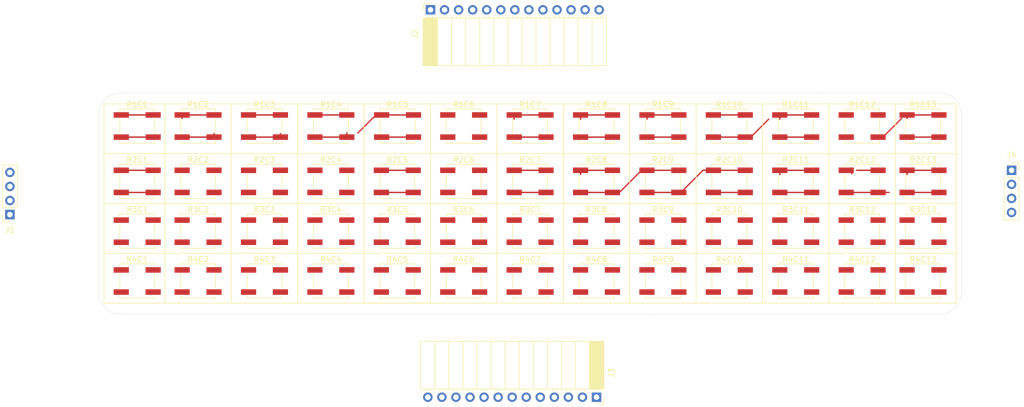
<source format=kicad_pcb>
(kicad_pcb (version 20171130) (host pcbnew "(5.1.2)-2")

  (general
    (thickness 1.6)
    (drawings 119)
    (tracks 76)
    (zones 0)
    (modules 56)
    (nets 83)
  )

  (page A4)
  (layers
    (0 F.Cu signal)
    (31 B.Cu signal)
    (32 B.Adhes user)
    (33 F.Adhes user)
    (34 B.Paste user)
    (35 F.Paste user)
    (36 B.SilkS user)
    (37 F.SilkS user)
    (38 B.Mask user)
    (39 F.Mask user)
    (40 Dwgs.User user)
    (41 Cmts.User user)
    (42 Eco1.User user)
    (43 Eco2.User user)
    (44 Edge.Cuts user)
    (45 Margin user)
    (46 B.CrtYd user)
    (47 F.CrtYd user)
    (48 B.Fab user)
    (49 F.Fab user)
  )

  (setup
    (last_trace_width 0.25)
    (trace_clearance 0.2)
    (zone_clearance 0.508)
    (zone_45_only no)
    (trace_min 0.2)
    (via_size 0.8)
    (via_drill 0.4)
    (via_min_size 0.4)
    (via_min_drill 0.3)
    (uvia_size 0.3)
    (uvia_drill 0.1)
    (uvias_allowed no)
    (uvia_min_size 0.2)
    (uvia_min_drill 0.1)
    (edge_width 0.05)
    (segment_width 0.2)
    (pcb_text_width 0.3)
    (pcb_text_size 1.5 1.5)
    (mod_edge_width 0.12)
    (mod_text_size 1 1)
    (mod_text_width 0.15)
    (pad_size 1.524 1.524)
    (pad_drill 0.762)
    (pad_to_mask_clearance 0.051)
    (solder_mask_min_width 0.25)
    (aux_axis_origin 0 0)
    (visible_elements 7FFFFFFF)
    (pcbplotparams
      (layerselection 0x010fc_ffffffff)
      (usegerberextensions false)
      (usegerberattributes false)
      (usegerberadvancedattributes false)
      (creategerberjobfile false)
      (excludeedgelayer true)
      (linewidth 0.100000)
      (plotframeref false)
      (viasonmask false)
      (mode 1)
      (useauxorigin false)
      (hpglpennumber 1)
      (hpglpenspeed 20)
      (hpglpendiameter 15.000000)
      (psnegative false)
      (psa4output false)
      (plotreference true)
      (plotvalue true)
      (plotinvisibletext false)
      (padsonsilk false)
      (subtractmaskfromsilk false)
      (outputformat 1)
      (mirror false)
      (drillshape 1)
      (scaleselection 1)
      (outputdirectory ""))
  )

  (net 0 "")
  (net 1 R2IN)
  (net 2 R4OUT)
  (net 3 R1IN)
  (net 4 R4IN)
  (net 5 R1OUT)
  (net 6 R3OUT)
  (net 7 R3IN)
  (net 8 R2OUT)
  (net 9 "Net-(R1C1-Pad2)")
  (net 10 "Net-(R1C2-Pad2)")
  (net 11 "Net-(R1C3-Pad2)")
  (net 12 "Net-(R1C4-Pad2)")
  (net 13 "Net-(R1C5-Pad2)")
  (net 14 "Net-(R1C6-Pad2)")
  (net 15 "Net-(R1C7-Pad2)")
  (net 16 "Net-(R1C8-Pad2)")
  (net 17 "Net-(R1C10-Pad1)")
  (net 18 "Net-(R1C10-Pad2)")
  (net 19 "Net-(R1C11-Pad2)")
  (net 20 "Net-(R1C12-Pad2)")
  (net 21 "Net-(R4C1-Pad2)")
  (net 22 "Net-(R2C1-Pad2)")
  (net 23 "Net-(R2C2-Pad2)")
  (net 24 "Net-(R2C3-Pad2)")
  (net 25 "Net-(R2C4-Pad2)")
  (net 26 "Net-(R2C5-Pad2)")
  (net 27 "Net-(R2C6-Pad2)")
  (net 28 "Net-(R2C7-Pad2)")
  (net 29 "Net-(R2C8-Pad2)")
  (net 30 "Net-(R2C10-Pad1)")
  (net 31 "Net-(R2C10-Pad2)")
  (net 32 "Net-(R2C11-Pad2)")
  (net 33 "Net-(R2C12-Pad2)")
  (net 34 "Net-(R3C1-Pad2)")
  (net 35 "Net-(R3C2-Pad2)")
  (net 36 "Net-(R3C3-Pad2)")
  (net 37 "Net-(R3C4-Pad2)")
  (net 38 "Net-(R3C5-Pad2)")
  (net 39 "Net-(R3C6-Pad2)")
  (net 40 "Net-(R3C7-Pad2)")
  (net 41 "Net-(R3C8-Pad2)")
  (net 42 "Net-(R3C10-Pad1)")
  (net 43 "Net-(R3C10-Pad2)")
  (net 44 "Net-(R3C11-Pad2)")
  (net 45 "Net-(R3C12-Pad2)")
  (net 46 "Net-(R4C2-Pad2)")
  (net 47 "Net-(R4C3-Pad2)")
  (net 48 "Net-(R4C4-Pad2)")
  (net 49 "Net-(R4C5-Pad2)")
  (net 50 "Net-(R4C6-Pad2)")
  (net 51 "Net-(R4C7-Pad2)")
  (net 52 "Net-(R4C8-Pad2)")
  (net 53 "Net-(R4C10-Pad1)")
  (net 54 "Net-(R4C10-Pad2)")
  (net 55 "Net-(R4C11-Pad2)")
  (net 56 "Net-(R4C12-Pad2)")
  (net 57 C13OUT)
  (net 58 C12OUT)
  (net 59 C11OUT)
  (net 60 C10OUT)
  (net 61 C9OUT)
  (net 62 C8OUT)
  (net 63 C7OUT)
  (net 64 C6OUT)
  (net 65 C5OUT)
  (net 66 C4OUT)
  (net 67 C3OUT)
  (net 68 C2OUT)
  (net 69 C1OUT)
  (net 70 C1IN)
  (net 71 C2IN)
  (net 72 C3IN)
  (net 73 C4IN)
  (net 74 C5IN)
  (net 75 C6IN)
  (net 76 C7IN)
  (net 77 C8IN)
  (net 78 C9IN)
  (net 79 C10IN)
  (net 80 C11IN)
  (net 81 C12IN)
  (net 82 C13IN)

  (net_class Default "This is the default net class."
    (clearance 0.2)
    (trace_width 0.25)
    (via_dia 0.8)
    (via_drill 0.4)
    (uvia_dia 0.3)
    (uvia_drill 0.1)
    (add_net C10IN)
    (add_net C10OUT)
    (add_net C11IN)
    (add_net C11OUT)
    (add_net C12IN)
    (add_net C12OUT)
    (add_net C13IN)
    (add_net C13OUT)
    (add_net C1IN)
    (add_net C1OUT)
    (add_net C2IN)
    (add_net C2OUT)
    (add_net C3IN)
    (add_net C3OUT)
    (add_net C4IN)
    (add_net C4OUT)
    (add_net C5IN)
    (add_net C5OUT)
    (add_net C6IN)
    (add_net C6OUT)
    (add_net C7IN)
    (add_net C7OUT)
    (add_net C8IN)
    (add_net C8OUT)
    (add_net C9IN)
    (add_net C9OUT)
    (add_net "Net-(R1C1-Pad2)")
    (add_net "Net-(R1C10-Pad1)")
    (add_net "Net-(R1C10-Pad2)")
    (add_net "Net-(R1C11-Pad2)")
    (add_net "Net-(R1C12-Pad2)")
    (add_net "Net-(R1C2-Pad2)")
    (add_net "Net-(R1C3-Pad2)")
    (add_net "Net-(R1C4-Pad2)")
    (add_net "Net-(R1C5-Pad2)")
    (add_net "Net-(R1C6-Pad2)")
    (add_net "Net-(R1C7-Pad2)")
    (add_net "Net-(R1C8-Pad2)")
    (add_net "Net-(R2C1-Pad2)")
    (add_net "Net-(R2C10-Pad1)")
    (add_net "Net-(R2C10-Pad2)")
    (add_net "Net-(R2C11-Pad2)")
    (add_net "Net-(R2C12-Pad2)")
    (add_net "Net-(R2C2-Pad2)")
    (add_net "Net-(R2C3-Pad2)")
    (add_net "Net-(R2C4-Pad2)")
    (add_net "Net-(R2C5-Pad2)")
    (add_net "Net-(R2C6-Pad2)")
    (add_net "Net-(R2C7-Pad2)")
    (add_net "Net-(R2C8-Pad2)")
    (add_net "Net-(R3C1-Pad2)")
    (add_net "Net-(R3C10-Pad1)")
    (add_net "Net-(R3C10-Pad2)")
    (add_net "Net-(R3C11-Pad2)")
    (add_net "Net-(R3C12-Pad2)")
    (add_net "Net-(R3C2-Pad2)")
    (add_net "Net-(R3C3-Pad2)")
    (add_net "Net-(R3C4-Pad2)")
    (add_net "Net-(R3C5-Pad2)")
    (add_net "Net-(R3C6-Pad2)")
    (add_net "Net-(R3C7-Pad2)")
    (add_net "Net-(R3C8-Pad2)")
    (add_net "Net-(R4C1-Pad2)")
    (add_net "Net-(R4C10-Pad1)")
    (add_net "Net-(R4C10-Pad2)")
    (add_net "Net-(R4C11-Pad2)")
    (add_net "Net-(R4C12-Pad2)")
    (add_net "Net-(R4C2-Pad2)")
    (add_net "Net-(R4C3-Pad2)")
    (add_net "Net-(R4C4-Pad2)")
    (add_net "Net-(R4C5-Pad2)")
    (add_net "Net-(R4C6-Pad2)")
    (add_net "Net-(R4C7-Pad2)")
    (add_net "Net-(R4C8-Pad2)")
    (add_net R1IN)
    (add_net R1OUT)
    (add_net R2IN)
    (add_net R2OUT)
    (add_net R3IN)
    (add_net R3OUT)
    (add_net R4IN)
    (add_net R4OUT)
  )

  (module Connector_PinSocket_2.54mm:PinSocket_1x04_P2.54mm_Vertical (layer F.Cu) (tedit 5A19A429) (tstamp 5F5480A7)
    (at 265 124)
    (descr "Through hole straight socket strip, 1x04, 2.54mm pitch, single row (from Kicad 4.0.7), script generated")
    (tags "Through hole socket strip THT 1x04 2.54mm single row")
    (path /5F569010)
    (fp_text reference J4 (at 0 -2.77) (layer F.SilkS)
      (effects (font (size 1 1) (thickness 0.15)))
    )
    (fp_text value RIGHT (at 0 10.39) (layer F.Fab)
      (effects (font (size 1 1) (thickness 0.15)))
    )
    (fp_text user %R (at 0 3.81 90) (layer F.Fab)
      (effects (font (size 1 1) (thickness 0.15)))
    )
    (fp_line (start -1.8 9.4) (end -1.8 -1.8) (layer F.CrtYd) (width 0.05))
    (fp_line (start 1.75 9.4) (end -1.8 9.4) (layer F.CrtYd) (width 0.05))
    (fp_line (start 1.75 -1.8) (end 1.75 9.4) (layer F.CrtYd) (width 0.05))
    (fp_line (start -1.8 -1.8) (end 1.75 -1.8) (layer F.CrtYd) (width 0.05))
    (fp_line (start 0 -1.33) (end 1.33 -1.33) (layer F.SilkS) (width 0.12))
    (fp_line (start 1.33 -1.33) (end 1.33 0) (layer F.SilkS) (width 0.12))
    (fp_line (start 1.33 1.27) (end 1.33 8.95) (layer F.SilkS) (width 0.12))
    (fp_line (start -1.33 8.95) (end 1.33 8.95) (layer F.SilkS) (width 0.12))
    (fp_line (start -1.33 1.27) (end -1.33 8.95) (layer F.SilkS) (width 0.12))
    (fp_line (start -1.33 1.27) (end 1.33 1.27) (layer F.SilkS) (width 0.12))
    (fp_line (start -1.27 8.89) (end -1.27 -1.27) (layer F.Fab) (width 0.1))
    (fp_line (start 1.27 8.89) (end -1.27 8.89) (layer F.Fab) (width 0.1))
    (fp_line (start 1.27 -0.635) (end 1.27 8.89) (layer F.Fab) (width 0.1))
    (fp_line (start 0.635 -1.27) (end 1.27 -0.635) (layer F.Fab) (width 0.1))
    (fp_line (start -1.27 -1.27) (end 0.635 -1.27) (layer F.Fab) (width 0.1))
    (pad 4 thru_hole oval (at 0 7.62) (size 1.7 1.7) (drill 1) (layers *.Cu *.Mask)
      (net 2 R4OUT))
    (pad 3 thru_hole oval (at 0 5.08) (size 1.7 1.7) (drill 1) (layers *.Cu *.Mask)
      (net 6 R3OUT))
    (pad 2 thru_hole oval (at 0 2.54) (size 1.7 1.7) (drill 1) (layers *.Cu *.Mask)
      (net 8 R2OUT))
    (pad 1 thru_hole rect (at 0 0) (size 1.7 1.7) (drill 1) (layers *.Cu *.Mask)
      (net 5 R1OUT))
    (model ${KISYS3DMOD}/Connector_PinSocket_2.54mm.3dshapes/PinSocket_1x04_P2.54mm_Vertical.wrl
      (at (xyz 0 0 0))
      (scale (xyz 1 1 1))
      (rotate (xyz 0 0 0))
    )
  )

  (module Connector_PinSocket_2.54mm:PinSocket_1x13_P2.54mm_Horizontal (layer F.Cu) (tedit 5A19A421) (tstamp 5F54808F)
    (at 190 165 270)
    (descr "Through hole angled socket strip, 1x13, 2.54mm pitch, 8.51mm socket length, single row (from Kicad 4.0.7), script generated")
    (tags "Through hole angled socket strip THT 1x13 2.54mm single row")
    (path /5F56C9BC)
    (fp_text reference J3 (at -4.38 -2.77 90) (layer F.SilkS)
      (effects (font (size 1 1) (thickness 0.15)))
    )
    (fp_text value BOTTOM (at -4.38 33.25 90) (layer F.Fab)
      (effects (font (size 1 1) (thickness 0.15)))
    )
    (fp_text user %R (at -5.775 15.24) (layer F.Fab)
      (effects (font (size 1 1) (thickness 0.15)))
    )
    (fp_line (start 1.75 32.25) (end 1.75 -1.8) (layer F.CrtYd) (width 0.05))
    (fp_line (start -10.55 32.25) (end 1.75 32.25) (layer F.CrtYd) (width 0.05))
    (fp_line (start -10.55 -1.8) (end -10.55 32.25) (layer F.CrtYd) (width 0.05))
    (fp_line (start 1.75 -1.8) (end -10.55 -1.8) (layer F.CrtYd) (width 0.05))
    (fp_line (start 0 -1.33) (end 1.11 -1.33) (layer F.SilkS) (width 0.12))
    (fp_line (start 1.11 -1.33) (end 1.11 0) (layer F.SilkS) (width 0.12))
    (fp_line (start -10.09 -1.33) (end -10.09 31.81) (layer F.SilkS) (width 0.12))
    (fp_line (start -10.09 31.81) (end -1.46 31.81) (layer F.SilkS) (width 0.12))
    (fp_line (start -1.46 -1.33) (end -1.46 31.81) (layer F.SilkS) (width 0.12))
    (fp_line (start -10.09 -1.33) (end -1.46 -1.33) (layer F.SilkS) (width 0.12))
    (fp_line (start -10.09 29.21) (end -1.46 29.21) (layer F.SilkS) (width 0.12))
    (fp_line (start -10.09 26.67) (end -1.46 26.67) (layer F.SilkS) (width 0.12))
    (fp_line (start -10.09 24.13) (end -1.46 24.13) (layer F.SilkS) (width 0.12))
    (fp_line (start -10.09 21.59) (end -1.46 21.59) (layer F.SilkS) (width 0.12))
    (fp_line (start -10.09 19.05) (end -1.46 19.05) (layer F.SilkS) (width 0.12))
    (fp_line (start -10.09 16.51) (end -1.46 16.51) (layer F.SilkS) (width 0.12))
    (fp_line (start -10.09 13.97) (end -1.46 13.97) (layer F.SilkS) (width 0.12))
    (fp_line (start -10.09 11.43) (end -1.46 11.43) (layer F.SilkS) (width 0.12))
    (fp_line (start -10.09 8.89) (end -1.46 8.89) (layer F.SilkS) (width 0.12))
    (fp_line (start -10.09 6.35) (end -1.46 6.35) (layer F.SilkS) (width 0.12))
    (fp_line (start -10.09 3.81) (end -1.46 3.81) (layer F.SilkS) (width 0.12))
    (fp_line (start -10.09 1.27) (end -1.46 1.27) (layer F.SilkS) (width 0.12))
    (fp_line (start -1.46 30.84) (end -1.05 30.84) (layer F.SilkS) (width 0.12))
    (fp_line (start -1.46 30.12) (end -1.05 30.12) (layer F.SilkS) (width 0.12))
    (fp_line (start -1.46 28.3) (end -1.05 28.3) (layer F.SilkS) (width 0.12))
    (fp_line (start -1.46 27.58) (end -1.05 27.58) (layer F.SilkS) (width 0.12))
    (fp_line (start -1.46 25.76) (end -1.05 25.76) (layer F.SilkS) (width 0.12))
    (fp_line (start -1.46 25.04) (end -1.05 25.04) (layer F.SilkS) (width 0.12))
    (fp_line (start -1.46 23.22) (end -1.05 23.22) (layer F.SilkS) (width 0.12))
    (fp_line (start -1.46 22.5) (end -1.05 22.5) (layer F.SilkS) (width 0.12))
    (fp_line (start -1.46 20.68) (end -1.05 20.68) (layer F.SilkS) (width 0.12))
    (fp_line (start -1.46 19.96) (end -1.05 19.96) (layer F.SilkS) (width 0.12))
    (fp_line (start -1.46 18.14) (end -1.05 18.14) (layer F.SilkS) (width 0.12))
    (fp_line (start -1.46 17.42) (end -1.05 17.42) (layer F.SilkS) (width 0.12))
    (fp_line (start -1.46 15.6) (end -1.05 15.6) (layer F.SilkS) (width 0.12))
    (fp_line (start -1.46 14.88) (end -1.05 14.88) (layer F.SilkS) (width 0.12))
    (fp_line (start -1.46 13.06) (end -1.05 13.06) (layer F.SilkS) (width 0.12))
    (fp_line (start -1.46 12.34) (end -1.05 12.34) (layer F.SilkS) (width 0.12))
    (fp_line (start -1.46 10.52) (end -1.05 10.52) (layer F.SilkS) (width 0.12))
    (fp_line (start -1.46 9.8) (end -1.05 9.8) (layer F.SilkS) (width 0.12))
    (fp_line (start -1.46 7.98) (end -1.05 7.98) (layer F.SilkS) (width 0.12))
    (fp_line (start -1.46 7.26) (end -1.05 7.26) (layer F.SilkS) (width 0.12))
    (fp_line (start -1.46 5.44) (end -1.05 5.44) (layer F.SilkS) (width 0.12))
    (fp_line (start -1.46 4.72) (end -1.05 4.72) (layer F.SilkS) (width 0.12))
    (fp_line (start -1.46 2.9) (end -1.05 2.9) (layer F.SilkS) (width 0.12))
    (fp_line (start -1.46 2.18) (end -1.05 2.18) (layer F.SilkS) (width 0.12))
    (fp_line (start -1.46 0.36) (end -1.11 0.36) (layer F.SilkS) (width 0.12))
    (fp_line (start -1.46 -0.36) (end -1.11 -0.36) (layer F.SilkS) (width 0.12))
    (fp_line (start -10.09 1.1519) (end -1.46 1.1519) (layer F.SilkS) (width 0.12))
    (fp_line (start -10.09 1.033805) (end -1.46 1.033805) (layer F.SilkS) (width 0.12))
    (fp_line (start -10.09 0.91571) (end -1.46 0.91571) (layer F.SilkS) (width 0.12))
    (fp_line (start -10.09 0.797615) (end -1.46 0.797615) (layer F.SilkS) (width 0.12))
    (fp_line (start -10.09 0.67952) (end -1.46 0.67952) (layer F.SilkS) (width 0.12))
    (fp_line (start -10.09 0.561425) (end -1.46 0.561425) (layer F.SilkS) (width 0.12))
    (fp_line (start -10.09 0.44333) (end -1.46 0.44333) (layer F.SilkS) (width 0.12))
    (fp_line (start -10.09 0.325235) (end -1.46 0.325235) (layer F.SilkS) (width 0.12))
    (fp_line (start -10.09 0.20714) (end -1.46 0.20714) (layer F.SilkS) (width 0.12))
    (fp_line (start -10.09 0.089045) (end -1.46 0.089045) (layer F.SilkS) (width 0.12))
    (fp_line (start -10.09 -0.02905) (end -1.46 -0.02905) (layer F.SilkS) (width 0.12))
    (fp_line (start -10.09 -0.147145) (end -1.46 -0.147145) (layer F.SilkS) (width 0.12))
    (fp_line (start -10.09 -0.26524) (end -1.46 -0.26524) (layer F.SilkS) (width 0.12))
    (fp_line (start -10.09 -0.383335) (end -1.46 -0.383335) (layer F.SilkS) (width 0.12))
    (fp_line (start -10.09 -0.50143) (end -1.46 -0.50143) (layer F.SilkS) (width 0.12))
    (fp_line (start -10.09 -0.619525) (end -1.46 -0.619525) (layer F.SilkS) (width 0.12))
    (fp_line (start -10.09 -0.73762) (end -1.46 -0.73762) (layer F.SilkS) (width 0.12))
    (fp_line (start -10.09 -0.855715) (end -1.46 -0.855715) (layer F.SilkS) (width 0.12))
    (fp_line (start -10.09 -0.97381) (end -1.46 -0.97381) (layer F.SilkS) (width 0.12))
    (fp_line (start -10.09 -1.091905) (end -1.46 -1.091905) (layer F.SilkS) (width 0.12))
    (fp_line (start -10.09 -1.21) (end -1.46 -1.21) (layer F.SilkS) (width 0.12))
    (fp_line (start 0 30.78) (end 0 30.18) (layer F.Fab) (width 0.1))
    (fp_line (start -1.52 30.78) (end 0 30.78) (layer F.Fab) (width 0.1))
    (fp_line (start 0 30.18) (end -1.52 30.18) (layer F.Fab) (width 0.1))
    (fp_line (start 0 28.24) (end 0 27.64) (layer F.Fab) (width 0.1))
    (fp_line (start -1.52 28.24) (end 0 28.24) (layer F.Fab) (width 0.1))
    (fp_line (start 0 27.64) (end -1.52 27.64) (layer F.Fab) (width 0.1))
    (fp_line (start 0 25.7) (end 0 25.1) (layer F.Fab) (width 0.1))
    (fp_line (start -1.52 25.7) (end 0 25.7) (layer F.Fab) (width 0.1))
    (fp_line (start 0 25.1) (end -1.52 25.1) (layer F.Fab) (width 0.1))
    (fp_line (start 0 23.16) (end 0 22.56) (layer F.Fab) (width 0.1))
    (fp_line (start -1.52 23.16) (end 0 23.16) (layer F.Fab) (width 0.1))
    (fp_line (start 0 22.56) (end -1.52 22.56) (layer F.Fab) (width 0.1))
    (fp_line (start 0 20.62) (end 0 20.02) (layer F.Fab) (width 0.1))
    (fp_line (start -1.52 20.62) (end 0 20.62) (layer F.Fab) (width 0.1))
    (fp_line (start 0 20.02) (end -1.52 20.02) (layer F.Fab) (width 0.1))
    (fp_line (start 0 18.08) (end 0 17.48) (layer F.Fab) (width 0.1))
    (fp_line (start -1.52 18.08) (end 0 18.08) (layer F.Fab) (width 0.1))
    (fp_line (start 0 17.48) (end -1.52 17.48) (layer F.Fab) (width 0.1))
    (fp_line (start 0 15.54) (end 0 14.94) (layer F.Fab) (width 0.1))
    (fp_line (start -1.52 15.54) (end 0 15.54) (layer F.Fab) (width 0.1))
    (fp_line (start 0 14.94) (end -1.52 14.94) (layer F.Fab) (width 0.1))
    (fp_line (start 0 13) (end 0 12.4) (layer F.Fab) (width 0.1))
    (fp_line (start -1.52 13) (end 0 13) (layer F.Fab) (width 0.1))
    (fp_line (start 0 12.4) (end -1.52 12.4) (layer F.Fab) (width 0.1))
    (fp_line (start 0 10.46) (end 0 9.86) (layer F.Fab) (width 0.1))
    (fp_line (start -1.52 10.46) (end 0 10.46) (layer F.Fab) (width 0.1))
    (fp_line (start 0 9.86) (end -1.52 9.86) (layer F.Fab) (width 0.1))
    (fp_line (start 0 7.92) (end 0 7.32) (layer F.Fab) (width 0.1))
    (fp_line (start -1.52 7.92) (end 0 7.92) (layer F.Fab) (width 0.1))
    (fp_line (start 0 7.32) (end -1.52 7.32) (layer F.Fab) (width 0.1))
    (fp_line (start 0 5.38) (end 0 4.78) (layer F.Fab) (width 0.1))
    (fp_line (start -1.52 5.38) (end 0 5.38) (layer F.Fab) (width 0.1))
    (fp_line (start 0 4.78) (end -1.52 4.78) (layer F.Fab) (width 0.1))
    (fp_line (start 0 2.84) (end 0 2.24) (layer F.Fab) (width 0.1))
    (fp_line (start -1.52 2.84) (end 0 2.84) (layer F.Fab) (width 0.1))
    (fp_line (start 0 2.24) (end -1.52 2.24) (layer F.Fab) (width 0.1))
    (fp_line (start 0 0.3) (end 0 -0.3) (layer F.Fab) (width 0.1))
    (fp_line (start -1.52 0.3) (end 0 0.3) (layer F.Fab) (width 0.1))
    (fp_line (start 0 -0.3) (end -1.52 -0.3) (layer F.Fab) (width 0.1))
    (fp_line (start -10.03 31.75) (end -10.03 -1.27) (layer F.Fab) (width 0.1))
    (fp_line (start -1.52 31.75) (end -10.03 31.75) (layer F.Fab) (width 0.1))
    (fp_line (start -1.52 -0.3) (end -1.52 31.75) (layer F.Fab) (width 0.1))
    (fp_line (start -2.49 -1.27) (end -1.52 -0.3) (layer F.Fab) (width 0.1))
    (fp_line (start -10.03 -1.27) (end -2.49 -1.27) (layer F.Fab) (width 0.1))
    (pad 13 thru_hole oval (at 0 30.48 270) (size 1.7 1.7) (drill 1) (layers *.Cu *.Mask)
      (net 70 C1IN))
    (pad 12 thru_hole oval (at 0 27.94 270) (size 1.7 1.7) (drill 1) (layers *.Cu *.Mask)
      (net 71 C2IN))
    (pad 11 thru_hole oval (at 0 25.4 270) (size 1.7 1.7) (drill 1) (layers *.Cu *.Mask)
      (net 72 C3IN))
    (pad 10 thru_hole oval (at 0 22.86 270) (size 1.7 1.7) (drill 1) (layers *.Cu *.Mask)
      (net 73 C4IN))
    (pad 9 thru_hole oval (at 0 20.32 270) (size 1.7 1.7) (drill 1) (layers *.Cu *.Mask)
      (net 74 C5IN))
    (pad 8 thru_hole oval (at 0 17.78 270) (size 1.7 1.7) (drill 1) (layers *.Cu *.Mask)
      (net 75 C6IN))
    (pad 7 thru_hole oval (at 0 15.24 270) (size 1.7 1.7) (drill 1) (layers *.Cu *.Mask)
      (net 76 C7IN))
    (pad 6 thru_hole oval (at 0 12.7 270) (size 1.7 1.7) (drill 1) (layers *.Cu *.Mask)
      (net 77 C8IN))
    (pad 5 thru_hole oval (at 0 10.16 270) (size 1.7 1.7) (drill 1) (layers *.Cu *.Mask)
      (net 78 C9IN))
    (pad 4 thru_hole oval (at 0 7.62 270) (size 1.7 1.7) (drill 1) (layers *.Cu *.Mask)
      (net 79 C10IN))
    (pad 3 thru_hole oval (at 0 5.08 270) (size 1.7 1.7) (drill 1) (layers *.Cu *.Mask)
      (net 80 C11IN))
    (pad 2 thru_hole oval (at 0 2.54 270) (size 1.7 1.7) (drill 1) (layers *.Cu *.Mask)
      (net 81 C12IN))
    (pad 1 thru_hole rect (at 0 0 270) (size 1.7 1.7) (drill 1) (layers *.Cu *.Mask)
      (net 82 C13IN))
    (model ${KISYS3DMOD}/Connector_PinSocket_2.54mm.3dshapes/PinSocket_1x13_P2.54mm_Horizontal.wrl
      (at (xyz 0 0 0))
      (scale (xyz 1 1 1))
      (rotate (xyz 0 0 0))
    )
  )

  (module Connector_PinSocket_2.54mm:PinSocket_1x13_P2.54mm_Horizontal (layer F.Cu) (tedit 5A19A421) (tstamp 5F54800C)
    (at 160 95 90)
    (descr "Through hole angled socket strip, 1x13, 2.54mm pitch, 8.51mm socket length, single row (from Kicad 4.0.7), script generated")
    (tags "Through hole angled socket strip THT 1x13 2.54mm single row")
    (path /5F56F780)
    (fp_text reference J2 (at -4.38 -2.77 90) (layer F.SilkS)
      (effects (font (size 1 1) (thickness 0.15)))
    )
    (fp_text value TOP (at -4.38 33.25 90) (layer F.Fab)
      (effects (font (size 1 1) (thickness 0.15)))
    )
    (fp_text user %R (at -5.775 15.24) (layer F.Fab)
      (effects (font (size 1 1) (thickness 0.15)))
    )
    (fp_line (start 1.75 32.25) (end 1.75 -1.8) (layer F.CrtYd) (width 0.05))
    (fp_line (start -10.55 32.25) (end 1.75 32.25) (layer F.CrtYd) (width 0.05))
    (fp_line (start -10.55 -1.8) (end -10.55 32.25) (layer F.CrtYd) (width 0.05))
    (fp_line (start 1.75 -1.8) (end -10.55 -1.8) (layer F.CrtYd) (width 0.05))
    (fp_line (start 0 -1.33) (end 1.11 -1.33) (layer F.SilkS) (width 0.12))
    (fp_line (start 1.11 -1.33) (end 1.11 0) (layer F.SilkS) (width 0.12))
    (fp_line (start -10.09 -1.33) (end -10.09 31.81) (layer F.SilkS) (width 0.12))
    (fp_line (start -10.09 31.81) (end -1.46 31.81) (layer F.SilkS) (width 0.12))
    (fp_line (start -1.46 -1.33) (end -1.46 31.81) (layer F.SilkS) (width 0.12))
    (fp_line (start -10.09 -1.33) (end -1.46 -1.33) (layer F.SilkS) (width 0.12))
    (fp_line (start -10.09 29.21) (end -1.46 29.21) (layer F.SilkS) (width 0.12))
    (fp_line (start -10.09 26.67) (end -1.46 26.67) (layer F.SilkS) (width 0.12))
    (fp_line (start -10.09 24.13) (end -1.46 24.13) (layer F.SilkS) (width 0.12))
    (fp_line (start -10.09 21.59) (end -1.46 21.59) (layer F.SilkS) (width 0.12))
    (fp_line (start -10.09 19.05) (end -1.46 19.05) (layer F.SilkS) (width 0.12))
    (fp_line (start -10.09 16.51) (end -1.46 16.51) (layer F.SilkS) (width 0.12))
    (fp_line (start -10.09 13.97) (end -1.46 13.97) (layer F.SilkS) (width 0.12))
    (fp_line (start -10.09 11.43) (end -1.46 11.43) (layer F.SilkS) (width 0.12))
    (fp_line (start -10.09 8.89) (end -1.46 8.89) (layer F.SilkS) (width 0.12))
    (fp_line (start -10.09 6.35) (end -1.46 6.35) (layer F.SilkS) (width 0.12))
    (fp_line (start -10.09 3.81) (end -1.46 3.81) (layer F.SilkS) (width 0.12))
    (fp_line (start -10.09 1.27) (end -1.46 1.27) (layer F.SilkS) (width 0.12))
    (fp_line (start -1.46 30.84) (end -1.05 30.84) (layer F.SilkS) (width 0.12))
    (fp_line (start -1.46 30.12) (end -1.05 30.12) (layer F.SilkS) (width 0.12))
    (fp_line (start -1.46 28.3) (end -1.05 28.3) (layer F.SilkS) (width 0.12))
    (fp_line (start -1.46 27.58) (end -1.05 27.58) (layer F.SilkS) (width 0.12))
    (fp_line (start -1.46 25.76) (end -1.05 25.76) (layer F.SilkS) (width 0.12))
    (fp_line (start -1.46 25.04) (end -1.05 25.04) (layer F.SilkS) (width 0.12))
    (fp_line (start -1.46 23.22) (end -1.05 23.22) (layer F.SilkS) (width 0.12))
    (fp_line (start -1.46 22.5) (end -1.05 22.5) (layer F.SilkS) (width 0.12))
    (fp_line (start -1.46 20.68) (end -1.05 20.68) (layer F.SilkS) (width 0.12))
    (fp_line (start -1.46 19.96) (end -1.05 19.96) (layer F.SilkS) (width 0.12))
    (fp_line (start -1.46 18.14) (end -1.05 18.14) (layer F.SilkS) (width 0.12))
    (fp_line (start -1.46 17.42) (end -1.05 17.42) (layer F.SilkS) (width 0.12))
    (fp_line (start -1.46 15.6) (end -1.05 15.6) (layer F.SilkS) (width 0.12))
    (fp_line (start -1.46 14.88) (end -1.05 14.88) (layer F.SilkS) (width 0.12))
    (fp_line (start -1.46 13.06) (end -1.05 13.06) (layer F.SilkS) (width 0.12))
    (fp_line (start -1.46 12.34) (end -1.05 12.34) (layer F.SilkS) (width 0.12))
    (fp_line (start -1.46 10.52) (end -1.05 10.52) (layer F.SilkS) (width 0.12))
    (fp_line (start -1.46 9.8) (end -1.05 9.8) (layer F.SilkS) (width 0.12))
    (fp_line (start -1.46 7.98) (end -1.05 7.98) (layer F.SilkS) (width 0.12))
    (fp_line (start -1.46 7.26) (end -1.05 7.26) (layer F.SilkS) (width 0.12))
    (fp_line (start -1.46 5.44) (end -1.05 5.44) (layer F.SilkS) (width 0.12))
    (fp_line (start -1.46 4.72) (end -1.05 4.72) (layer F.SilkS) (width 0.12))
    (fp_line (start -1.46 2.9) (end -1.05 2.9) (layer F.SilkS) (width 0.12))
    (fp_line (start -1.46 2.18) (end -1.05 2.18) (layer F.SilkS) (width 0.12))
    (fp_line (start -1.46 0.36) (end -1.11 0.36) (layer F.SilkS) (width 0.12))
    (fp_line (start -1.46 -0.36) (end -1.11 -0.36) (layer F.SilkS) (width 0.12))
    (fp_line (start -10.09 1.1519) (end -1.46 1.1519) (layer F.SilkS) (width 0.12))
    (fp_line (start -10.09 1.033805) (end -1.46 1.033805) (layer F.SilkS) (width 0.12))
    (fp_line (start -10.09 0.91571) (end -1.46 0.91571) (layer F.SilkS) (width 0.12))
    (fp_line (start -10.09 0.797615) (end -1.46 0.797615) (layer F.SilkS) (width 0.12))
    (fp_line (start -10.09 0.67952) (end -1.46 0.67952) (layer F.SilkS) (width 0.12))
    (fp_line (start -10.09 0.561425) (end -1.46 0.561425) (layer F.SilkS) (width 0.12))
    (fp_line (start -10.09 0.44333) (end -1.46 0.44333) (layer F.SilkS) (width 0.12))
    (fp_line (start -10.09 0.325235) (end -1.46 0.325235) (layer F.SilkS) (width 0.12))
    (fp_line (start -10.09 0.20714) (end -1.46 0.20714) (layer F.SilkS) (width 0.12))
    (fp_line (start -10.09 0.089045) (end -1.46 0.089045) (layer F.SilkS) (width 0.12))
    (fp_line (start -10.09 -0.02905) (end -1.46 -0.02905) (layer F.SilkS) (width 0.12))
    (fp_line (start -10.09 -0.147145) (end -1.46 -0.147145) (layer F.SilkS) (width 0.12))
    (fp_line (start -10.09 -0.26524) (end -1.46 -0.26524) (layer F.SilkS) (width 0.12))
    (fp_line (start -10.09 -0.383335) (end -1.46 -0.383335) (layer F.SilkS) (width 0.12))
    (fp_line (start -10.09 -0.50143) (end -1.46 -0.50143) (layer F.SilkS) (width 0.12))
    (fp_line (start -10.09 -0.619525) (end -1.46 -0.619525) (layer F.SilkS) (width 0.12))
    (fp_line (start -10.09 -0.73762) (end -1.46 -0.73762) (layer F.SilkS) (width 0.12))
    (fp_line (start -10.09 -0.855715) (end -1.46 -0.855715) (layer F.SilkS) (width 0.12))
    (fp_line (start -10.09 -0.97381) (end -1.46 -0.97381) (layer F.SilkS) (width 0.12))
    (fp_line (start -10.09 -1.091905) (end -1.46 -1.091905) (layer F.SilkS) (width 0.12))
    (fp_line (start -10.09 -1.21) (end -1.46 -1.21) (layer F.SilkS) (width 0.12))
    (fp_line (start 0 30.78) (end 0 30.18) (layer F.Fab) (width 0.1))
    (fp_line (start -1.52 30.78) (end 0 30.78) (layer F.Fab) (width 0.1))
    (fp_line (start 0 30.18) (end -1.52 30.18) (layer F.Fab) (width 0.1))
    (fp_line (start 0 28.24) (end 0 27.64) (layer F.Fab) (width 0.1))
    (fp_line (start -1.52 28.24) (end 0 28.24) (layer F.Fab) (width 0.1))
    (fp_line (start 0 27.64) (end -1.52 27.64) (layer F.Fab) (width 0.1))
    (fp_line (start 0 25.7) (end 0 25.1) (layer F.Fab) (width 0.1))
    (fp_line (start -1.52 25.7) (end 0 25.7) (layer F.Fab) (width 0.1))
    (fp_line (start 0 25.1) (end -1.52 25.1) (layer F.Fab) (width 0.1))
    (fp_line (start 0 23.16) (end 0 22.56) (layer F.Fab) (width 0.1))
    (fp_line (start -1.52 23.16) (end 0 23.16) (layer F.Fab) (width 0.1))
    (fp_line (start 0 22.56) (end -1.52 22.56) (layer F.Fab) (width 0.1))
    (fp_line (start 0 20.62) (end 0 20.02) (layer F.Fab) (width 0.1))
    (fp_line (start -1.52 20.62) (end 0 20.62) (layer F.Fab) (width 0.1))
    (fp_line (start 0 20.02) (end -1.52 20.02) (layer F.Fab) (width 0.1))
    (fp_line (start 0 18.08) (end 0 17.48) (layer F.Fab) (width 0.1))
    (fp_line (start -1.52 18.08) (end 0 18.08) (layer F.Fab) (width 0.1))
    (fp_line (start 0 17.48) (end -1.52 17.48) (layer F.Fab) (width 0.1))
    (fp_line (start 0 15.54) (end 0 14.94) (layer F.Fab) (width 0.1))
    (fp_line (start -1.52 15.54) (end 0 15.54) (layer F.Fab) (width 0.1))
    (fp_line (start 0 14.94) (end -1.52 14.94) (layer F.Fab) (width 0.1))
    (fp_line (start 0 13) (end 0 12.4) (layer F.Fab) (width 0.1))
    (fp_line (start -1.52 13) (end 0 13) (layer F.Fab) (width 0.1))
    (fp_line (start 0 12.4) (end -1.52 12.4) (layer F.Fab) (width 0.1))
    (fp_line (start 0 10.46) (end 0 9.86) (layer F.Fab) (width 0.1))
    (fp_line (start -1.52 10.46) (end 0 10.46) (layer F.Fab) (width 0.1))
    (fp_line (start 0 9.86) (end -1.52 9.86) (layer F.Fab) (width 0.1))
    (fp_line (start 0 7.92) (end 0 7.32) (layer F.Fab) (width 0.1))
    (fp_line (start -1.52 7.92) (end 0 7.92) (layer F.Fab) (width 0.1))
    (fp_line (start 0 7.32) (end -1.52 7.32) (layer F.Fab) (width 0.1))
    (fp_line (start 0 5.38) (end 0 4.78) (layer F.Fab) (width 0.1))
    (fp_line (start -1.52 5.38) (end 0 5.38) (layer F.Fab) (width 0.1))
    (fp_line (start 0 4.78) (end -1.52 4.78) (layer F.Fab) (width 0.1))
    (fp_line (start 0 2.84) (end 0 2.24) (layer F.Fab) (width 0.1))
    (fp_line (start -1.52 2.84) (end 0 2.84) (layer F.Fab) (width 0.1))
    (fp_line (start 0 2.24) (end -1.52 2.24) (layer F.Fab) (width 0.1))
    (fp_line (start 0 0.3) (end 0 -0.3) (layer F.Fab) (width 0.1))
    (fp_line (start -1.52 0.3) (end 0 0.3) (layer F.Fab) (width 0.1))
    (fp_line (start 0 -0.3) (end -1.52 -0.3) (layer F.Fab) (width 0.1))
    (fp_line (start -10.03 31.75) (end -10.03 -1.27) (layer F.Fab) (width 0.1))
    (fp_line (start -1.52 31.75) (end -10.03 31.75) (layer F.Fab) (width 0.1))
    (fp_line (start -1.52 -0.3) (end -1.52 31.75) (layer F.Fab) (width 0.1))
    (fp_line (start -2.49 -1.27) (end -1.52 -0.3) (layer F.Fab) (width 0.1))
    (fp_line (start -10.03 -1.27) (end -2.49 -1.27) (layer F.Fab) (width 0.1))
    (pad 13 thru_hole oval (at 0 30.48 90) (size 1.7 1.7) (drill 1) (layers *.Cu *.Mask)
      (net 57 C13OUT))
    (pad 12 thru_hole oval (at 0 27.94 90) (size 1.7 1.7) (drill 1) (layers *.Cu *.Mask)
      (net 58 C12OUT))
    (pad 11 thru_hole oval (at 0 25.4 90) (size 1.7 1.7) (drill 1) (layers *.Cu *.Mask)
      (net 59 C11OUT))
    (pad 10 thru_hole oval (at 0 22.86 90) (size 1.7 1.7) (drill 1) (layers *.Cu *.Mask)
      (net 60 C10OUT))
    (pad 9 thru_hole oval (at 0 20.32 90) (size 1.7 1.7) (drill 1) (layers *.Cu *.Mask)
      (net 61 C9OUT))
    (pad 8 thru_hole oval (at 0 17.78 90) (size 1.7 1.7) (drill 1) (layers *.Cu *.Mask)
      (net 62 C8OUT))
    (pad 7 thru_hole oval (at 0 15.24 90) (size 1.7 1.7) (drill 1) (layers *.Cu *.Mask)
      (net 63 C7OUT))
    (pad 6 thru_hole oval (at 0 12.7 90) (size 1.7 1.7) (drill 1) (layers *.Cu *.Mask)
      (net 64 C6OUT))
    (pad 5 thru_hole oval (at 0 10.16 90) (size 1.7 1.7) (drill 1) (layers *.Cu *.Mask)
      (net 65 C5OUT))
    (pad 4 thru_hole oval (at 0 7.62 90) (size 1.7 1.7) (drill 1) (layers *.Cu *.Mask)
      (net 66 C4OUT))
    (pad 3 thru_hole oval (at 0 5.08 90) (size 1.7 1.7) (drill 1) (layers *.Cu *.Mask)
      (net 67 C3OUT))
    (pad 2 thru_hole oval (at 0 2.54 90) (size 1.7 1.7) (drill 1) (layers *.Cu *.Mask)
      (net 68 C2OUT))
    (pad 1 thru_hole rect (at 0 0 90) (size 1.7 1.7) (drill 1) (layers *.Cu *.Mask)
      (net 69 C1OUT))
    (model ${KISYS3DMOD}/Connector_PinSocket_2.54mm.3dshapes/PinSocket_1x13_P2.54mm_Horizontal.wrl
      (at (xyz 0 0 0))
      (scale (xyz 1 1 1))
      (rotate (xyz 0 0 0))
    )
  )

  (module Connector_PinSocket_2.54mm:PinSocket_1x04_P2.54mm_Vertical (layer F.Cu) (tedit 5A19A429) (tstamp 5F547F89)
    (at 84 132 180)
    (descr "Through hole straight socket strip, 1x04, 2.54mm pitch, single row (from Kicad 4.0.7), script generated")
    (tags "Through hole socket strip THT 1x04 2.54mm single row")
    (path /5F566B7A)
    (fp_text reference J1 (at 0 -2.77) (layer F.SilkS)
      (effects (font (size 1 1) (thickness 0.15)))
    )
    (fp_text value LEFT (at 0 10.39) (layer F.Fab)
      (effects (font (size 1 1) (thickness 0.15)))
    )
    (fp_text user %R (at 0 3.81 90) (layer F.Fab)
      (effects (font (size 1 1) (thickness 0.15)))
    )
    (fp_line (start -1.8 9.4) (end -1.8 -1.8) (layer F.CrtYd) (width 0.05))
    (fp_line (start 1.75 9.4) (end -1.8 9.4) (layer F.CrtYd) (width 0.05))
    (fp_line (start 1.75 -1.8) (end 1.75 9.4) (layer F.CrtYd) (width 0.05))
    (fp_line (start -1.8 -1.8) (end 1.75 -1.8) (layer F.CrtYd) (width 0.05))
    (fp_line (start 0 -1.33) (end 1.33 -1.33) (layer F.SilkS) (width 0.12))
    (fp_line (start 1.33 -1.33) (end 1.33 0) (layer F.SilkS) (width 0.12))
    (fp_line (start 1.33 1.27) (end 1.33 8.95) (layer F.SilkS) (width 0.12))
    (fp_line (start -1.33 8.95) (end 1.33 8.95) (layer F.SilkS) (width 0.12))
    (fp_line (start -1.33 1.27) (end -1.33 8.95) (layer F.SilkS) (width 0.12))
    (fp_line (start -1.33 1.27) (end 1.33 1.27) (layer F.SilkS) (width 0.12))
    (fp_line (start -1.27 8.89) (end -1.27 -1.27) (layer F.Fab) (width 0.1))
    (fp_line (start 1.27 8.89) (end -1.27 8.89) (layer F.Fab) (width 0.1))
    (fp_line (start 1.27 -0.635) (end 1.27 8.89) (layer F.Fab) (width 0.1))
    (fp_line (start 0.635 -1.27) (end 1.27 -0.635) (layer F.Fab) (width 0.1))
    (fp_line (start -1.27 -1.27) (end 0.635 -1.27) (layer F.Fab) (width 0.1))
    (pad 4 thru_hole oval (at 0 7.62 180) (size 1.7 1.7) (drill 1) (layers *.Cu *.Mask)
      (net 3 R1IN))
    (pad 3 thru_hole oval (at 0 5.08 180) (size 1.7 1.7) (drill 1) (layers *.Cu *.Mask)
      (net 1 R2IN))
    (pad 2 thru_hole oval (at 0 2.54 180) (size 1.7 1.7) (drill 1) (layers *.Cu *.Mask)
      (net 7 R3IN))
    (pad 1 thru_hole rect (at 0 0 180) (size 1.7 1.7) (drill 1) (layers *.Cu *.Mask)
      (net 4 R4IN))
    (model ${KISYS3DMOD}/Connector_PinSocket_2.54mm.3dshapes/PinSocket_1x04_P2.54mm_Vertical.wrl
      (at (xyz 0 0 0))
      (scale (xyz 1 1 1))
      (rotate (xyz 0 0 0))
    )
  )

  (module Button_Switch_SMD:SW_SPST_EVPBF (layer F.Cu) (tedit 5A02FC95) (tstamp 5F484533)
    (at 118 144)
    (descr "Light Touch Switch")
    (path /5F48518A)
    (attr smd)
    (fp_text reference R4C2 (at 0 -3.9) (layer F.SilkS)
      (effects (font (size 1 1) (thickness 0.15)))
    )
    (fp_text value Z (at 0 4.25) (layer F.Fab)
      (effects (font (size 1 1) (thickness 0.15)))
    )
    (fp_circle (center 0 0) (end 1.7 0) (layer F.Fab) (width 0.1))
    (fp_line (start -4.5 3.25) (end -4.5 -3.25) (layer F.CrtYd) (width 0.05))
    (fp_line (start 4.5 3.25) (end -4.5 3.25) (layer F.CrtYd) (width 0.05))
    (fp_line (start 4.5 -3.25) (end 4.5 3.25) (layer F.CrtYd) (width 0.05))
    (fp_line (start -4.5 -3.25) (end 4.5 -3.25) (layer F.CrtYd) (width 0.05))
    (fp_text user %R (at 0 -3.9) (layer F.Fab)
      (effects (font (size 1 1) (thickness 0.15)))
    )
    (fp_line (start -3 3) (end -3 -3) (layer F.Fab) (width 0.1))
    (fp_line (start 3 3) (end -3 3) (layer F.Fab) (width 0.1))
    (fp_line (start 3 -3) (end 3 3) (layer F.Fab) (width 0.1))
    (fp_line (start -3 -3) (end 3 -3) (layer F.Fab) (width 0.1))
    (fp_line (start -3.15 -2.65) (end -3.15 -3.1) (layer F.SilkS) (width 0.12))
    (fp_line (start 3.15 -3.1) (end 3.15 -2.65) (layer F.SilkS) (width 0.12))
    (fp_line (start -3.15 -3.1) (end 3.15 -3.1) (layer F.SilkS) (width 0.12))
    (fp_line (start 3.15 -1.35) (end 3.15 1.35) (layer F.SilkS) (width 0.12))
    (fp_line (start -3.15 1.35) (end -3.15 -1.35) (layer F.SilkS) (width 0.12))
    (fp_line (start 3.15 3.1) (end 3.15 2.7) (layer F.SilkS) (width 0.12))
    (fp_line (start -3.15 3.1) (end 3.15 3.1) (layer F.SilkS) (width 0.12))
    (fp_line (start -3.15 2.65) (end -3.15 3.1) (layer F.SilkS) (width 0.12))
    (pad 2 smd rect (at 2.88 2) (size 2.75 1) (layers F.Cu F.Paste F.Mask)
      (net 46 "Net-(R4C2-Pad2)"))
    (pad 2 smd rect (at -2.88 2) (size 2.75 1) (layers F.Cu F.Paste F.Mask)
      (net 46 "Net-(R4C2-Pad2)"))
    (pad 1 smd rect (at -2.88 -2) (size 2.75 1) (layers F.Cu F.Paste F.Mask)
      (net 21 "Net-(R4C1-Pad2)"))
    (pad 1 smd rect (at 2.88 -2) (size 2.75 1) (layers F.Cu F.Paste F.Mask)
      (net 21 "Net-(R4C1-Pad2)"))
    (model ${KISYS3DMOD}/Button_Switch_SMD.3dshapes/SW_SPST_EVPBF.wrl
      (at (xyz 0 0 0))
      (scale (xyz 1 1 1))
      (rotate (xyz 0 0 0))
    )
  )

  (module Button_Switch_SMD:SW_SPST_EVPBF (layer F.Cu) (tedit 5A02FC95) (tstamp 5F484519)
    (at 178 126)
    (descr "Light Touch Switch")
    (path /5F48BD0E)
    (attr smd)
    (fp_text reference R2C7 (at 0 -3.9) (layer F.SilkS)
      (effects (font (size 1 1) (thickness 0.15)))
    )
    (fp_text value Y (at 0 4.25) (layer F.Fab)
      (effects (font (size 1 1) (thickness 0.15)))
    )
    (fp_circle (center 0 0) (end 1.7 0) (layer F.Fab) (width 0.1))
    (fp_line (start -4.5 3.25) (end -4.5 -3.25) (layer F.CrtYd) (width 0.05))
    (fp_line (start 4.5 3.25) (end -4.5 3.25) (layer F.CrtYd) (width 0.05))
    (fp_line (start 4.5 -3.25) (end 4.5 3.25) (layer F.CrtYd) (width 0.05))
    (fp_line (start -4.5 -3.25) (end 4.5 -3.25) (layer F.CrtYd) (width 0.05))
    (fp_text user %R (at 0 -3.9) (layer F.Fab)
      (effects (font (size 1 1) (thickness 0.15)))
    )
    (fp_line (start -3 3) (end -3 -3) (layer F.Fab) (width 0.1))
    (fp_line (start 3 3) (end -3 3) (layer F.Fab) (width 0.1))
    (fp_line (start 3 -3) (end 3 3) (layer F.Fab) (width 0.1))
    (fp_line (start -3 -3) (end 3 -3) (layer F.Fab) (width 0.1))
    (fp_line (start -3.15 -2.65) (end -3.15 -3.1) (layer F.SilkS) (width 0.12))
    (fp_line (start 3.15 -3.1) (end 3.15 -2.65) (layer F.SilkS) (width 0.12))
    (fp_line (start -3.15 -3.1) (end 3.15 -3.1) (layer F.SilkS) (width 0.12))
    (fp_line (start 3.15 -1.35) (end 3.15 1.35) (layer F.SilkS) (width 0.12))
    (fp_line (start -3.15 1.35) (end -3.15 -1.35) (layer F.SilkS) (width 0.12))
    (fp_line (start 3.15 3.1) (end 3.15 2.7) (layer F.SilkS) (width 0.12))
    (fp_line (start -3.15 3.1) (end 3.15 3.1) (layer F.SilkS) (width 0.12))
    (fp_line (start -3.15 2.65) (end -3.15 3.1) (layer F.SilkS) (width 0.12))
    (pad 2 smd rect (at 2.88 2) (size 2.75 1) (layers F.Cu F.Paste F.Mask)
      (net 28 "Net-(R2C7-Pad2)"))
    (pad 2 smd rect (at -2.88 2) (size 2.75 1) (layers F.Cu F.Paste F.Mask)
      (net 28 "Net-(R2C7-Pad2)"))
    (pad 1 smd rect (at -2.88 -2) (size 2.75 1) (layers F.Cu F.Paste F.Mask)
      (net 27 "Net-(R2C6-Pad2)"))
    (pad 1 smd rect (at 2.88 -2) (size 2.75 1) (layers F.Cu F.Paste F.Mask)
      (net 27 "Net-(R2C6-Pad2)"))
    (model ${KISYS3DMOD}/Button_Switch_SMD.3dshapes/SW_SPST_EVPBF.wrl
      (at (xyz 0 0 0))
      (scale (xyz 1 1 1))
      (rotate (xyz 0 0 0))
    )
  )

  (module Button_Switch_SMD:SW_SPST_EVPBF (layer F.Cu) (tedit 5A02FC95) (tstamp 5F4844FF)
    (at 130 144)
    (descr "Light Touch Switch")
    (path /5F4876A4)
    (attr smd)
    (fp_text reference R4C3 (at 0 -3.9) (layer F.SilkS)
      (effects (font (size 1 1) (thickness 0.15)))
    )
    (fp_text value X (at 0 4.25) (layer F.Fab)
      (effects (font (size 1 1) (thickness 0.15)))
    )
    (fp_circle (center 0 0) (end 1.7 0) (layer F.Fab) (width 0.1))
    (fp_line (start -4.5 3.25) (end -4.5 -3.25) (layer F.CrtYd) (width 0.05))
    (fp_line (start 4.5 3.25) (end -4.5 3.25) (layer F.CrtYd) (width 0.05))
    (fp_line (start 4.5 -3.25) (end 4.5 3.25) (layer F.CrtYd) (width 0.05))
    (fp_line (start -4.5 -3.25) (end 4.5 -3.25) (layer F.CrtYd) (width 0.05))
    (fp_text user %R (at 0 -3.9) (layer F.Fab)
      (effects (font (size 1 1) (thickness 0.15)))
    )
    (fp_line (start -3 3) (end -3 -3) (layer F.Fab) (width 0.1))
    (fp_line (start 3 3) (end -3 3) (layer F.Fab) (width 0.1))
    (fp_line (start 3 -3) (end 3 3) (layer F.Fab) (width 0.1))
    (fp_line (start -3 -3) (end 3 -3) (layer F.Fab) (width 0.1))
    (fp_line (start -3.15 -2.65) (end -3.15 -3.1) (layer F.SilkS) (width 0.12))
    (fp_line (start 3.15 -3.1) (end 3.15 -2.65) (layer F.SilkS) (width 0.12))
    (fp_line (start -3.15 -3.1) (end 3.15 -3.1) (layer F.SilkS) (width 0.12))
    (fp_line (start 3.15 -1.35) (end 3.15 1.35) (layer F.SilkS) (width 0.12))
    (fp_line (start -3.15 1.35) (end -3.15 -1.35) (layer F.SilkS) (width 0.12))
    (fp_line (start 3.15 3.1) (end 3.15 2.7) (layer F.SilkS) (width 0.12))
    (fp_line (start -3.15 3.1) (end 3.15 3.1) (layer F.SilkS) (width 0.12))
    (fp_line (start -3.15 2.65) (end -3.15 3.1) (layer F.SilkS) (width 0.12))
    (pad 2 smd rect (at 2.88 2) (size 2.75 1) (layers F.Cu F.Paste F.Mask)
      (net 47 "Net-(R4C3-Pad2)"))
    (pad 2 smd rect (at -2.88 2) (size 2.75 1) (layers F.Cu F.Paste F.Mask)
      (net 47 "Net-(R4C3-Pad2)"))
    (pad 1 smd rect (at -2.88 -2) (size 2.75 1) (layers F.Cu F.Paste F.Mask)
      (net 46 "Net-(R4C2-Pad2)"))
    (pad 1 smd rect (at 2.88 -2) (size 2.75 1) (layers F.Cu F.Paste F.Mask)
      (net 46 "Net-(R4C2-Pad2)"))
    (model ${KISYS3DMOD}/Button_Switch_SMD.3dshapes/SW_SPST_EVPBF.wrl
      (at (xyz 0 0 0))
      (scale (xyz 1 1 1))
      (rotate (xyz 0 0 0))
    )
  )

  (module Button_Switch_SMD:SW_SPST_EVPBF (layer F.Cu) (tedit 5A02FC95) (tstamp 5F4844E5)
    (at 130 126)
    (descr "Light Touch Switch")
    (path /5F487698)
    (attr smd)
    (fp_text reference R2C3 (at 0 -3.9) (layer F.SilkS)
      (effects (font (size 1 1) (thickness 0.15)))
    )
    (fp_text value W (at 0 4.25) (layer F.Fab)
      (effects (font (size 1 1) (thickness 0.15)))
    )
    (fp_circle (center 0 0) (end 1.7 0) (layer F.Fab) (width 0.1))
    (fp_line (start -4.5 3.25) (end -4.5 -3.25) (layer F.CrtYd) (width 0.05))
    (fp_line (start 4.5 3.25) (end -4.5 3.25) (layer F.CrtYd) (width 0.05))
    (fp_line (start 4.5 -3.25) (end 4.5 3.25) (layer F.CrtYd) (width 0.05))
    (fp_line (start -4.5 -3.25) (end 4.5 -3.25) (layer F.CrtYd) (width 0.05))
    (fp_text user %R (at 0 -3.9) (layer F.Fab)
      (effects (font (size 1 1) (thickness 0.15)))
    )
    (fp_line (start -3 3) (end -3 -3) (layer F.Fab) (width 0.1))
    (fp_line (start 3 3) (end -3 3) (layer F.Fab) (width 0.1))
    (fp_line (start 3 -3) (end 3 3) (layer F.Fab) (width 0.1))
    (fp_line (start -3 -3) (end 3 -3) (layer F.Fab) (width 0.1))
    (fp_line (start -3.15 -2.65) (end -3.15 -3.1) (layer F.SilkS) (width 0.12))
    (fp_line (start 3.15 -3.1) (end 3.15 -2.65) (layer F.SilkS) (width 0.12))
    (fp_line (start -3.15 -3.1) (end 3.15 -3.1) (layer F.SilkS) (width 0.12))
    (fp_line (start 3.15 -1.35) (end 3.15 1.35) (layer F.SilkS) (width 0.12))
    (fp_line (start -3.15 1.35) (end -3.15 -1.35) (layer F.SilkS) (width 0.12))
    (fp_line (start 3.15 3.1) (end 3.15 2.7) (layer F.SilkS) (width 0.12))
    (fp_line (start -3.15 3.1) (end 3.15 3.1) (layer F.SilkS) (width 0.12))
    (fp_line (start -3.15 2.65) (end -3.15 3.1) (layer F.SilkS) (width 0.12))
    (pad 2 smd rect (at 2.88 2) (size 2.75 1) (layers F.Cu F.Paste F.Mask)
      (net 24 "Net-(R2C3-Pad2)"))
    (pad 2 smd rect (at -2.88 2) (size 2.75 1) (layers F.Cu F.Paste F.Mask)
      (net 24 "Net-(R2C3-Pad2)"))
    (pad 1 smd rect (at -2.88 -2) (size 2.75 1) (layers F.Cu F.Paste F.Mask)
      (net 23 "Net-(R2C2-Pad2)"))
    (pad 1 smd rect (at 2.88 -2) (size 2.75 1) (layers F.Cu F.Paste F.Mask)
      (net 23 "Net-(R2C2-Pad2)"))
    (model ${KISYS3DMOD}/Button_Switch_SMD.3dshapes/SW_SPST_EVPBF.wrl
      (at (xyz 0 0 0))
      (scale (xyz 1 1 1))
      (rotate (xyz 0 0 0))
    )
  )

  (module Button_Switch_SMD:SW_SPST_EVPBF (layer F.Cu) (tedit 5A02FC95) (tstamp 5F4844CB)
    (at 154 144)
    (descr "Light Touch Switch")
    (path /5F489D7E)
    (attr smd)
    (fp_text reference R4C5 (at 0 -3.9) (layer F.SilkS)
      (effects (font (size 1 1) (thickness 0.15)))
    )
    (fp_text value V (at 0 4.25) (layer F.Fab)
      (effects (font (size 1 1) (thickness 0.15)))
    )
    (fp_circle (center 0 0) (end 1.7 0) (layer F.Fab) (width 0.1))
    (fp_line (start -4.5 3.25) (end -4.5 -3.25) (layer F.CrtYd) (width 0.05))
    (fp_line (start 4.5 3.25) (end -4.5 3.25) (layer F.CrtYd) (width 0.05))
    (fp_line (start 4.5 -3.25) (end 4.5 3.25) (layer F.CrtYd) (width 0.05))
    (fp_line (start -4.5 -3.25) (end 4.5 -3.25) (layer F.CrtYd) (width 0.05))
    (fp_text user %R (at 0 -3.9) (layer F.Fab)
      (effects (font (size 1 1) (thickness 0.15)))
    )
    (fp_line (start -3 3) (end -3 -3) (layer F.Fab) (width 0.1))
    (fp_line (start 3 3) (end -3 3) (layer F.Fab) (width 0.1))
    (fp_line (start 3 -3) (end 3 3) (layer F.Fab) (width 0.1))
    (fp_line (start -3 -3) (end 3 -3) (layer F.Fab) (width 0.1))
    (fp_line (start -3.15 -2.65) (end -3.15 -3.1) (layer F.SilkS) (width 0.12))
    (fp_line (start 3.15 -3.1) (end 3.15 -2.65) (layer F.SilkS) (width 0.12))
    (fp_line (start -3.15 -3.1) (end 3.15 -3.1) (layer F.SilkS) (width 0.12))
    (fp_line (start 3.15 -1.35) (end 3.15 1.35) (layer F.SilkS) (width 0.12))
    (fp_line (start -3.15 1.35) (end -3.15 -1.35) (layer F.SilkS) (width 0.12))
    (fp_line (start 3.15 3.1) (end 3.15 2.7) (layer F.SilkS) (width 0.12))
    (fp_line (start -3.15 3.1) (end 3.15 3.1) (layer F.SilkS) (width 0.12))
    (fp_line (start -3.15 2.65) (end -3.15 3.1) (layer F.SilkS) (width 0.12))
    (pad 2 smd rect (at 2.88 2) (size 2.75 1) (layers F.Cu F.Paste F.Mask)
      (net 49 "Net-(R4C5-Pad2)"))
    (pad 2 smd rect (at -2.88 2) (size 2.75 1) (layers F.Cu F.Paste F.Mask)
      (net 49 "Net-(R4C5-Pad2)"))
    (pad 1 smd rect (at -2.88 -2) (size 2.75 1) (layers F.Cu F.Paste F.Mask)
      (net 48 "Net-(R4C4-Pad2)"))
    (pad 1 smd rect (at 2.88 -2) (size 2.75 1) (layers F.Cu F.Paste F.Mask)
      (net 48 "Net-(R4C4-Pad2)"))
    (model ${KISYS3DMOD}/Button_Switch_SMD.3dshapes/SW_SPST_EVPBF.wrl
      (at (xyz 0 0 0))
      (scale (xyz 1 1 1))
      (rotate (xyz 0 0 0))
    )
  )

  (module Button_Switch_SMD:SW_SPST_EVPBF (layer F.Cu) (tedit 5A02FC95) (tstamp 5F4844B1)
    (at 249 126)
    (descr "Light Touch Switch")
    (path /5F4917DC)
    (attr smd)
    (fp_text reference R2C13 (at 0 -3.9) (layer F.SilkS)
      (effects (font (size 1 1) (thickness 0.15)))
    )
    (fp_text value UP (at 0 4.25) (layer F.Fab)
      (effects (font (size 1 1) (thickness 0.15)))
    )
    (fp_circle (center 0 0) (end 1.7 0) (layer F.Fab) (width 0.1))
    (fp_line (start -4.5 3.25) (end -4.5 -3.25) (layer F.CrtYd) (width 0.05))
    (fp_line (start 4.5 3.25) (end -4.5 3.25) (layer F.CrtYd) (width 0.05))
    (fp_line (start 4.5 -3.25) (end 4.5 3.25) (layer F.CrtYd) (width 0.05))
    (fp_line (start -4.5 -3.25) (end 4.5 -3.25) (layer F.CrtYd) (width 0.05))
    (fp_text user %R (at 0 -3.9) (layer F.Fab)
      (effects (font (size 1 1) (thickness 0.15)))
    )
    (fp_line (start -3 3) (end -3 -3) (layer F.Fab) (width 0.1))
    (fp_line (start 3 3) (end -3 3) (layer F.Fab) (width 0.1))
    (fp_line (start 3 -3) (end 3 3) (layer F.Fab) (width 0.1))
    (fp_line (start -3 -3) (end 3 -3) (layer F.Fab) (width 0.1))
    (fp_line (start -3.15 -2.65) (end -3.15 -3.1) (layer F.SilkS) (width 0.12))
    (fp_line (start 3.15 -3.1) (end 3.15 -2.65) (layer F.SilkS) (width 0.12))
    (fp_line (start -3.15 -3.1) (end 3.15 -3.1) (layer F.SilkS) (width 0.12))
    (fp_line (start 3.15 -1.35) (end 3.15 1.35) (layer F.SilkS) (width 0.12))
    (fp_line (start -3.15 1.35) (end -3.15 -1.35) (layer F.SilkS) (width 0.12))
    (fp_line (start 3.15 3.1) (end 3.15 2.7) (layer F.SilkS) (width 0.12))
    (fp_line (start -3.15 3.1) (end 3.15 3.1) (layer F.SilkS) (width 0.12))
    (fp_line (start -3.15 2.65) (end -3.15 3.1) (layer F.SilkS) (width 0.12))
    (pad 2 smd rect (at 2.88 2) (size 2.75 1) (layers F.Cu F.Paste F.Mask)
      (net 8 R2OUT))
    (pad 2 smd rect (at -2.88 2) (size 2.75 1) (layers F.Cu F.Paste F.Mask)
      (net 8 R2OUT))
    (pad 1 smd rect (at -2.88 -2) (size 2.75 1) (layers F.Cu F.Paste F.Mask)
      (net 33 "Net-(R2C12-Pad2)"))
    (pad 1 smd rect (at 2.88 -2) (size 2.75 1) (layers F.Cu F.Paste F.Mask)
      (net 33 "Net-(R2C12-Pad2)"))
    (model ${KISYS3DMOD}/Button_Switch_SMD.3dshapes/SW_SPST_EVPBF.wrl
      (at (xyz 0 0 0))
      (scale (xyz 1 1 1))
      (rotate (xyz 0 0 0))
    )
  )

  (module Button_Switch_SMD:SW_SPST_EVPBF (layer F.Cu) (tedit 5A02FC95) (tstamp 5F484497)
    (at 190 126)
    (descr "Light Touch Switch")
    (path /5F48C936)
    (attr smd)
    (fp_text reference R2C8 (at 0 -3.9) (layer F.SilkS)
      (effects (font (size 1 1) (thickness 0.15)))
    )
    (fp_text value U (at 0 4.25) (layer F.Fab)
      (effects (font (size 1 1) (thickness 0.15)))
    )
    (fp_circle (center 0 0) (end 1.7 0) (layer F.Fab) (width 0.1))
    (fp_line (start -4.5 3.25) (end -4.5 -3.25) (layer F.CrtYd) (width 0.05))
    (fp_line (start 4.5 3.25) (end -4.5 3.25) (layer F.CrtYd) (width 0.05))
    (fp_line (start 4.5 -3.25) (end 4.5 3.25) (layer F.CrtYd) (width 0.05))
    (fp_line (start -4.5 -3.25) (end 4.5 -3.25) (layer F.CrtYd) (width 0.05))
    (fp_text user %R (at 0 -3.9) (layer F.Fab)
      (effects (font (size 1 1) (thickness 0.15)))
    )
    (fp_line (start -3 3) (end -3 -3) (layer F.Fab) (width 0.1))
    (fp_line (start 3 3) (end -3 3) (layer F.Fab) (width 0.1))
    (fp_line (start 3 -3) (end 3 3) (layer F.Fab) (width 0.1))
    (fp_line (start -3 -3) (end 3 -3) (layer F.Fab) (width 0.1))
    (fp_line (start -3.15 -2.65) (end -3.15 -3.1) (layer F.SilkS) (width 0.12))
    (fp_line (start 3.15 -3.1) (end 3.15 -2.65) (layer F.SilkS) (width 0.12))
    (fp_line (start -3.15 -3.1) (end 3.15 -3.1) (layer F.SilkS) (width 0.12))
    (fp_line (start 3.15 -1.35) (end 3.15 1.35) (layer F.SilkS) (width 0.12))
    (fp_line (start -3.15 1.35) (end -3.15 -1.35) (layer F.SilkS) (width 0.12))
    (fp_line (start 3.15 3.1) (end 3.15 2.7) (layer F.SilkS) (width 0.12))
    (fp_line (start -3.15 3.1) (end 3.15 3.1) (layer F.SilkS) (width 0.12))
    (fp_line (start -3.15 2.65) (end -3.15 3.1) (layer F.SilkS) (width 0.12))
    (pad 2 smd rect (at 2.88 2) (size 2.75 1) (layers F.Cu F.Paste F.Mask)
      (net 29 "Net-(R2C8-Pad2)"))
    (pad 2 smd rect (at -2.88 2) (size 2.75 1) (layers F.Cu F.Paste F.Mask)
      (net 29 "Net-(R2C8-Pad2)"))
    (pad 1 smd rect (at -2.88 -2) (size 2.75 1) (layers F.Cu F.Paste F.Mask)
      (net 28 "Net-(R2C7-Pad2)"))
    (pad 1 smd rect (at 2.88 -2) (size 2.75 1) (layers F.Cu F.Paste F.Mask)
      (net 28 "Net-(R2C7-Pad2)"))
    (model ${KISYS3DMOD}/Button_Switch_SMD.3dshapes/SW_SPST_EVPBF.wrl
      (at (xyz 0 0 0))
      (scale (xyz 1 1 1))
      (rotate (xyz 0 0 0))
    )
  )

  (module Button_Switch_SMD:SW_SPST_EVPBF (layer F.Cu) (tedit 5A02FC95) (tstamp 5F48447D)
    (at 166 126)
    (descr "Light Touch Switch")
    (path /5F48B3C4)
    (attr smd)
    (fp_text reference R2C6 (at 0 -3.9) (layer F.SilkS)
      (effects (font (size 1 1) (thickness 0.15)))
    )
    (fp_text value T (at 0 4.25) (layer F.Fab)
      (effects (font (size 1 1) (thickness 0.15)))
    )
    (fp_circle (center 0 0) (end 1.7 0) (layer F.Fab) (width 0.1))
    (fp_line (start -4.5 3.25) (end -4.5 -3.25) (layer F.CrtYd) (width 0.05))
    (fp_line (start 4.5 3.25) (end -4.5 3.25) (layer F.CrtYd) (width 0.05))
    (fp_line (start 4.5 -3.25) (end 4.5 3.25) (layer F.CrtYd) (width 0.05))
    (fp_line (start -4.5 -3.25) (end 4.5 -3.25) (layer F.CrtYd) (width 0.05))
    (fp_text user %R (at 0 -3.9) (layer F.Fab)
      (effects (font (size 1 1) (thickness 0.15)))
    )
    (fp_line (start -3 3) (end -3 -3) (layer F.Fab) (width 0.1))
    (fp_line (start 3 3) (end -3 3) (layer F.Fab) (width 0.1))
    (fp_line (start 3 -3) (end 3 3) (layer F.Fab) (width 0.1))
    (fp_line (start -3 -3) (end 3 -3) (layer F.Fab) (width 0.1))
    (fp_line (start -3.15 -2.65) (end -3.15 -3.1) (layer F.SilkS) (width 0.12))
    (fp_line (start 3.15 -3.1) (end 3.15 -2.65) (layer F.SilkS) (width 0.12))
    (fp_line (start -3.15 -3.1) (end 3.15 -3.1) (layer F.SilkS) (width 0.12))
    (fp_line (start 3.15 -1.35) (end 3.15 1.35) (layer F.SilkS) (width 0.12))
    (fp_line (start -3.15 1.35) (end -3.15 -1.35) (layer F.SilkS) (width 0.12))
    (fp_line (start 3.15 3.1) (end 3.15 2.7) (layer F.SilkS) (width 0.12))
    (fp_line (start -3.15 3.1) (end 3.15 3.1) (layer F.SilkS) (width 0.12))
    (fp_line (start -3.15 2.65) (end -3.15 3.1) (layer F.SilkS) (width 0.12))
    (pad 2 smd rect (at 2.88 2) (size 2.75 1) (layers F.Cu F.Paste F.Mask)
      (net 27 "Net-(R2C6-Pad2)"))
    (pad 2 smd rect (at -2.88 2) (size 2.75 1) (layers F.Cu F.Paste F.Mask)
      (net 27 "Net-(R2C6-Pad2)"))
    (pad 1 smd rect (at -2.88 -2) (size 2.75 1) (layers F.Cu F.Paste F.Mask)
      (net 26 "Net-(R2C5-Pad2)"))
    (pad 1 smd rect (at 2.88 -2) (size 2.75 1) (layers F.Cu F.Paste F.Mask)
      (net 26 "Net-(R2C5-Pad2)"))
    (model ${KISYS3DMOD}/Button_Switch_SMD.3dshapes/SW_SPST_EVPBF.wrl
      (at (xyz 0 0 0))
      (scale (xyz 1 1 1))
      (rotate (xyz 0 0 0))
    )
  )

  (module Button_Switch_SMD:SW_SPST_EVPBF (layer F.Cu) (tedit 5A02FC95) (tstamp 5F484463)
    (at 107 135)
    (descr "Light Touch Switch")
    (path /5F493032)
    (attr smd)
    (fp_text reference R3C1 (at 0 -3.9) (layer F.SilkS)
      (effects (font (size 1 1) (thickness 0.15)))
    )
    (fp_text value SHIFT (at 0 4.25) (layer F.Fab)
      (effects (font (size 1 1) (thickness 0.15)))
    )
    (fp_circle (center 0 0) (end 1.7 0) (layer F.Fab) (width 0.1))
    (fp_line (start -4.5 3.25) (end -4.5 -3.25) (layer F.CrtYd) (width 0.05))
    (fp_line (start 4.5 3.25) (end -4.5 3.25) (layer F.CrtYd) (width 0.05))
    (fp_line (start 4.5 -3.25) (end 4.5 3.25) (layer F.CrtYd) (width 0.05))
    (fp_line (start -4.5 -3.25) (end 4.5 -3.25) (layer F.CrtYd) (width 0.05))
    (fp_text user %R (at 0 -3.9) (layer F.Fab)
      (effects (font (size 1 1) (thickness 0.15)))
    )
    (fp_line (start -3 3) (end -3 -3) (layer F.Fab) (width 0.1))
    (fp_line (start 3 3) (end -3 3) (layer F.Fab) (width 0.1))
    (fp_line (start 3 -3) (end 3 3) (layer F.Fab) (width 0.1))
    (fp_line (start -3 -3) (end 3 -3) (layer F.Fab) (width 0.1))
    (fp_line (start -3.15 -2.65) (end -3.15 -3.1) (layer F.SilkS) (width 0.12))
    (fp_line (start 3.15 -3.1) (end 3.15 -2.65) (layer F.SilkS) (width 0.12))
    (fp_line (start -3.15 -3.1) (end 3.15 -3.1) (layer F.SilkS) (width 0.12))
    (fp_line (start 3.15 -1.35) (end 3.15 1.35) (layer F.SilkS) (width 0.12))
    (fp_line (start -3.15 1.35) (end -3.15 -1.35) (layer F.SilkS) (width 0.12))
    (fp_line (start 3.15 3.1) (end 3.15 2.7) (layer F.SilkS) (width 0.12))
    (fp_line (start -3.15 3.1) (end 3.15 3.1) (layer F.SilkS) (width 0.12))
    (fp_line (start -3.15 2.65) (end -3.15 3.1) (layer F.SilkS) (width 0.12))
    (pad 2 smd rect (at 2.88 2) (size 2.75 1) (layers F.Cu F.Paste F.Mask)
      (net 34 "Net-(R3C1-Pad2)"))
    (pad 2 smd rect (at -2.88 2) (size 2.75 1) (layers F.Cu F.Paste F.Mask)
      (net 34 "Net-(R3C1-Pad2)"))
    (pad 1 smd rect (at -2.88 -2) (size 2.75 1) (layers F.Cu F.Paste F.Mask)
      (net 7 R3IN))
    (pad 1 smd rect (at 2.88 -2) (size 2.75 1) (layers F.Cu F.Paste F.Mask)
      (net 7 R3IN))
    (model ${KISYS3DMOD}/Button_Switch_SMD.3dshapes/SW_SPST_EVPBF.wrl
      (at (xyz 0 0 0))
      (scale (xyz 1 1 1))
      (rotate (xyz 0 0 0))
    )
  )

  (module Button_Switch_SMD:SW_SPST_EVPBF (layer F.Cu) (tedit 5A02FC95) (tstamp 5F484449)
    (at 130 135)
    (descr "Light Touch Switch")
    (path /5F48769E)
    (attr smd)
    (fp_text reference R3C3 (at 0 -3.9) (layer F.SilkS)
      (effects (font (size 1 1) (thickness 0.15)))
    )
    (fp_text value S (at 0 4.25) (layer F.Fab)
      (effects (font (size 1 1) (thickness 0.15)))
    )
    (fp_circle (center 0 0) (end 1.7 0) (layer F.Fab) (width 0.1))
    (fp_line (start -4.5 3.25) (end -4.5 -3.25) (layer F.CrtYd) (width 0.05))
    (fp_line (start 4.5 3.25) (end -4.5 3.25) (layer F.CrtYd) (width 0.05))
    (fp_line (start 4.5 -3.25) (end 4.5 3.25) (layer F.CrtYd) (width 0.05))
    (fp_line (start -4.5 -3.25) (end 4.5 -3.25) (layer F.CrtYd) (width 0.05))
    (fp_text user %R (at 0 -3.9) (layer F.Fab)
      (effects (font (size 1 1) (thickness 0.15)))
    )
    (fp_line (start -3 3) (end -3 -3) (layer F.Fab) (width 0.1))
    (fp_line (start 3 3) (end -3 3) (layer F.Fab) (width 0.1))
    (fp_line (start 3 -3) (end 3 3) (layer F.Fab) (width 0.1))
    (fp_line (start -3 -3) (end 3 -3) (layer F.Fab) (width 0.1))
    (fp_line (start -3.15 -2.65) (end -3.15 -3.1) (layer F.SilkS) (width 0.12))
    (fp_line (start 3.15 -3.1) (end 3.15 -2.65) (layer F.SilkS) (width 0.12))
    (fp_line (start -3.15 -3.1) (end 3.15 -3.1) (layer F.SilkS) (width 0.12))
    (fp_line (start 3.15 -1.35) (end 3.15 1.35) (layer F.SilkS) (width 0.12))
    (fp_line (start -3.15 1.35) (end -3.15 -1.35) (layer F.SilkS) (width 0.12))
    (fp_line (start 3.15 3.1) (end 3.15 2.7) (layer F.SilkS) (width 0.12))
    (fp_line (start -3.15 3.1) (end 3.15 3.1) (layer F.SilkS) (width 0.12))
    (fp_line (start -3.15 2.65) (end -3.15 3.1) (layer F.SilkS) (width 0.12))
    (pad 2 smd rect (at 2.88 2) (size 2.75 1) (layers F.Cu F.Paste F.Mask)
      (net 36 "Net-(R3C3-Pad2)"))
    (pad 2 smd rect (at -2.88 2) (size 2.75 1) (layers F.Cu F.Paste F.Mask)
      (net 36 "Net-(R3C3-Pad2)"))
    (pad 1 smd rect (at -2.88 -2) (size 2.75 1) (layers F.Cu F.Paste F.Mask)
      (net 35 "Net-(R3C2-Pad2)"))
    (pad 1 smd rect (at 2.88 -2) (size 2.75 1) (layers F.Cu F.Paste F.Mask)
      (net 35 "Net-(R3C2-Pad2)"))
    (model ${KISYS3DMOD}/Button_Switch_SMD.3dshapes/SW_SPST_EVPBF.wrl
      (at (xyz 0 0 0))
      (scale (xyz 1 1 1))
      (rotate (xyz 0 0 0))
    )
  )

  (module Button_Switch_SMD:SW_SPST_EVPBF (layer F.Cu) (tedit 5A02FC95) (tstamp 5F48442F)
    (at 178 144)
    (descr "Light Touch Switch")
    (path /5F48BD1A)
    (attr smd)
    (fp_text reference R4C7 (at 0 -3.9) (layer F.SilkS)
      (effects (font (size 1 1) (thickness 0.15)))
    )
    (fp_text value RSpace (at 0 4.25) (layer F.Fab)
      (effects (font (size 1 1) (thickness 0.15)))
    )
    (fp_circle (center 0 0) (end 1.7 0) (layer F.Fab) (width 0.1))
    (fp_line (start -4.5 3.25) (end -4.5 -3.25) (layer F.CrtYd) (width 0.05))
    (fp_line (start 4.5 3.25) (end -4.5 3.25) (layer F.CrtYd) (width 0.05))
    (fp_line (start 4.5 -3.25) (end 4.5 3.25) (layer F.CrtYd) (width 0.05))
    (fp_line (start -4.5 -3.25) (end 4.5 -3.25) (layer F.CrtYd) (width 0.05))
    (fp_text user %R (at 0 -3.9) (layer F.Fab)
      (effects (font (size 1 1) (thickness 0.15)))
    )
    (fp_line (start -3 3) (end -3 -3) (layer F.Fab) (width 0.1))
    (fp_line (start 3 3) (end -3 3) (layer F.Fab) (width 0.1))
    (fp_line (start 3 -3) (end 3 3) (layer F.Fab) (width 0.1))
    (fp_line (start -3 -3) (end 3 -3) (layer F.Fab) (width 0.1))
    (fp_line (start -3.15 -2.65) (end -3.15 -3.1) (layer F.SilkS) (width 0.12))
    (fp_line (start 3.15 -3.1) (end 3.15 -2.65) (layer F.SilkS) (width 0.12))
    (fp_line (start -3.15 -3.1) (end 3.15 -3.1) (layer F.SilkS) (width 0.12))
    (fp_line (start 3.15 -1.35) (end 3.15 1.35) (layer F.SilkS) (width 0.12))
    (fp_line (start -3.15 1.35) (end -3.15 -1.35) (layer F.SilkS) (width 0.12))
    (fp_line (start 3.15 3.1) (end 3.15 2.7) (layer F.SilkS) (width 0.12))
    (fp_line (start -3.15 3.1) (end 3.15 3.1) (layer F.SilkS) (width 0.12))
    (fp_line (start -3.15 2.65) (end -3.15 3.1) (layer F.SilkS) (width 0.12))
    (pad 2 smd rect (at 2.88 2) (size 2.75 1) (layers F.Cu F.Paste F.Mask)
      (net 51 "Net-(R4C7-Pad2)"))
    (pad 2 smd rect (at -2.88 2) (size 2.75 1) (layers F.Cu F.Paste F.Mask)
      (net 51 "Net-(R4C7-Pad2)"))
    (pad 1 smd rect (at -2.88 -2) (size 2.75 1) (layers F.Cu F.Paste F.Mask)
      (net 50 "Net-(R4C6-Pad2)"))
    (pad 1 smd rect (at 2.88 -2) (size 2.75 1) (layers F.Cu F.Paste F.Mask)
      (net 50 "Net-(R4C6-Pad2)"))
    (model ${KISYS3DMOD}/Button_Switch_SMD.3dshapes/SW_SPST_EVPBF.wrl
      (at (xyz 0 0 0))
      (scale (xyz 1 1 1))
      (rotate (xyz 0 0 0))
    )
  )

  (module Button_Switch_SMD:SW_SPST_EVPBF (layer F.Cu) (tedit 5A02FC95) (tstamp 5F484415)
    (at 249 135)
    (descr "Light Touch Switch")
    (path /5F4917E2)
    (attr smd)
    (fp_text reference R3C13 (at 0 -3.9) (layer F.SilkS)
      (effects (font (size 1 1) (thickness 0.15)))
    )
    (fp_text value RIGHT (at 0 4.25) (layer F.Fab)
      (effects (font (size 1 1) (thickness 0.15)))
    )
    (fp_circle (center 0 0) (end 1.7 0) (layer F.Fab) (width 0.1))
    (fp_line (start -4.5 3.25) (end -4.5 -3.25) (layer F.CrtYd) (width 0.05))
    (fp_line (start 4.5 3.25) (end -4.5 3.25) (layer F.CrtYd) (width 0.05))
    (fp_line (start 4.5 -3.25) (end 4.5 3.25) (layer F.CrtYd) (width 0.05))
    (fp_line (start -4.5 -3.25) (end 4.5 -3.25) (layer F.CrtYd) (width 0.05))
    (fp_text user %R (at 0 -3.9) (layer F.Fab)
      (effects (font (size 1 1) (thickness 0.15)))
    )
    (fp_line (start -3 3) (end -3 -3) (layer F.Fab) (width 0.1))
    (fp_line (start 3 3) (end -3 3) (layer F.Fab) (width 0.1))
    (fp_line (start 3 -3) (end 3 3) (layer F.Fab) (width 0.1))
    (fp_line (start -3 -3) (end 3 -3) (layer F.Fab) (width 0.1))
    (fp_line (start -3.15 -2.65) (end -3.15 -3.1) (layer F.SilkS) (width 0.12))
    (fp_line (start 3.15 -3.1) (end 3.15 -2.65) (layer F.SilkS) (width 0.12))
    (fp_line (start -3.15 -3.1) (end 3.15 -3.1) (layer F.SilkS) (width 0.12))
    (fp_line (start 3.15 -1.35) (end 3.15 1.35) (layer F.SilkS) (width 0.12))
    (fp_line (start -3.15 1.35) (end -3.15 -1.35) (layer F.SilkS) (width 0.12))
    (fp_line (start 3.15 3.1) (end 3.15 2.7) (layer F.SilkS) (width 0.12))
    (fp_line (start -3.15 3.1) (end 3.15 3.1) (layer F.SilkS) (width 0.12))
    (fp_line (start -3.15 2.65) (end -3.15 3.1) (layer F.SilkS) (width 0.12))
    (pad 2 smd rect (at 2.88 2) (size 2.75 1) (layers F.Cu F.Paste F.Mask)
      (net 6 R3OUT))
    (pad 2 smd rect (at -2.88 2) (size 2.75 1) (layers F.Cu F.Paste F.Mask)
      (net 6 R3OUT))
    (pad 1 smd rect (at -2.88 -2) (size 2.75 1) (layers F.Cu F.Paste F.Mask)
      (net 45 "Net-(R3C12-Pad2)"))
    (pad 1 smd rect (at 2.88 -2) (size 2.75 1) (layers F.Cu F.Paste F.Mask)
      (net 45 "Net-(R3C12-Pad2)"))
    (model ${KISYS3DMOD}/Button_Switch_SMD.3dshapes/SW_SPST_EVPBF.wrl
      (at (xyz 0 0 0))
      (scale (xyz 1 1 1))
      (rotate (xyz 0 0 0))
    )
  )

  (module Button_Switch_SMD:SW_SPST_EVPBF (layer F.Cu) (tedit 5A02FC95) (tstamp 5F4843FB)
    (at 249 116)
    (descr "Light Touch Switch")
    (path /5F4917D6)
    (attr smd)
    (fp_text reference R1C13 (at 0 -3.9) (layer F.SilkS)
      (effects (font (size 1 1) (thickness 0.15)))
    )
    (fp_text value Rbackspace (at 0 4.25) (layer F.Fab)
      (effects (font (size 1 1) (thickness 0.15)))
    )
    (fp_circle (center 0 0) (end 1.7 0) (layer F.Fab) (width 0.1))
    (fp_line (start -4.5 3.25) (end -4.5 -3.25) (layer F.CrtYd) (width 0.05))
    (fp_line (start 4.5 3.25) (end -4.5 3.25) (layer F.CrtYd) (width 0.05))
    (fp_line (start 4.5 -3.25) (end 4.5 3.25) (layer F.CrtYd) (width 0.05))
    (fp_line (start -4.5 -3.25) (end 4.5 -3.25) (layer F.CrtYd) (width 0.05))
    (fp_text user %R (at 0 -3.9) (layer F.Fab)
      (effects (font (size 1 1) (thickness 0.15)))
    )
    (fp_line (start -3 3) (end -3 -3) (layer F.Fab) (width 0.1))
    (fp_line (start 3 3) (end -3 3) (layer F.Fab) (width 0.1))
    (fp_line (start 3 -3) (end 3 3) (layer F.Fab) (width 0.1))
    (fp_line (start -3 -3) (end 3 -3) (layer F.Fab) (width 0.1))
    (fp_line (start -3.15 -2.65) (end -3.15 -3.1) (layer F.SilkS) (width 0.12))
    (fp_line (start 3.15 -3.1) (end 3.15 -2.65) (layer F.SilkS) (width 0.12))
    (fp_line (start -3.15 -3.1) (end 3.15 -3.1) (layer F.SilkS) (width 0.12))
    (fp_line (start 3.15 -1.35) (end 3.15 1.35) (layer F.SilkS) (width 0.12))
    (fp_line (start -3.15 1.35) (end -3.15 -1.35) (layer F.SilkS) (width 0.12))
    (fp_line (start 3.15 3.1) (end 3.15 2.7) (layer F.SilkS) (width 0.12))
    (fp_line (start -3.15 3.1) (end 3.15 3.1) (layer F.SilkS) (width 0.12))
    (fp_line (start -3.15 2.65) (end -3.15 3.1) (layer F.SilkS) (width 0.12))
    (pad 2 smd rect (at 2.88 2) (size 2.75 1) (layers F.Cu F.Paste F.Mask)
      (net 5 R1OUT))
    (pad 2 smd rect (at -2.88 2) (size 2.75 1) (layers F.Cu F.Paste F.Mask)
      (net 5 R1OUT))
    (pad 1 smd rect (at -2.88 -2) (size 2.75 1) (layers F.Cu F.Paste F.Mask)
      (net 20 "Net-(R1C12-Pad2)"))
    (pad 1 smd rect (at 2.88 -2) (size 2.75 1) (layers F.Cu F.Paste F.Mask)
      (net 20 "Net-(R1C12-Pad2)"))
    (model ${KISYS3DMOD}/Button_Switch_SMD.3dshapes/SW_SPST_EVPBF.wrl
      (at (xyz 0 0 0))
      (scale (xyz 1 1 1))
      (rotate (xyz 0 0 0))
    )
  )

  (module Button_Switch_SMD:SW_SPST_EVPBF (layer F.Cu) (tedit 5A02FC95) (tstamp 5F4843E1)
    (at 154 126)
    (descr "Light Touch Switch")
    (path /5F489D72)
    (attr smd)
    (fp_text reference R2C5 (at 0 -3.9) (layer F.SilkS)
      (effects (font (size 1 1) (thickness 0.15)))
    )
    (fp_text value R (at 0 4.25) (layer F.Fab)
      (effects (font (size 1 1) (thickness 0.15)))
    )
    (fp_circle (center 0 0) (end 1.7 0) (layer F.Fab) (width 0.1))
    (fp_line (start -4.5 3.25) (end -4.5 -3.25) (layer F.CrtYd) (width 0.05))
    (fp_line (start 4.5 3.25) (end -4.5 3.25) (layer F.CrtYd) (width 0.05))
    (fp_line (start 4.5 -3.25) (end 4.5 3.25) (layer F.CrtYd) (width 0.05))
    (fp_line (start -4.5 -3.25) (end 4.5 -3.25) (layer F.CrtYd) (width 0.05))
    (fp_text user %R (at 0 -3.9) (layer F.Fab)
      (effects (font (size 1 1) (thickness 0.15)))
    )
    (fp_line (start -3 3) (end -3 -3) (layer F.Fab) (width 0.1))
    (fp_line (start 3 3) (end -3 3) (layer F.Fab) (width 0.1))
    (fp_line (start 3 -3) (end 3 3) (layer F.Fab) (width 0.1))
    (fp_line (start -3 -3) (end 3 -3) (layer F.Fab) (width 0.1))
    (fp_line (start -3.15 -2.65) (end -3.15 -3.1) (layer F.SilkS) (width 0.12))
    (fp_line (start 3.15 -3.1) (end 3.15 -2.65) (layer F.SilkS) (width 0.12))
    (fp_line (start -3.15 -3.1) (end 3.15 -3.1) (layer F.SilkS) (width 0.12))
    (fp_line (start 3.15 -1.35) (end 3.15 1.35) (layer F.SilkS) (width 0.12))
    (fp_line (start -3.15 1.35) (end -3.15 -1.35) (layer F.SilkS) (width 0.12))
    (fp_line (start 3.15 3.1) (end 3.15 2.7) (layer F.SilkS) (width 0.12))
    (fp_line (start -3.15 3.1) (end 3.15 3.1) (layer F.SilkS) (width 0.12))
    (fp_line (start -3.15 2.65) (end -3.15 3.1) (layer F.SilkS) (width 0.12))
    (pad 2 smd rect (at 2.88 2) (size 2.75 1) (layers F.Cu F.Paste F.Mask)
      (net 26 "Net-(R2C5-Pad2)"))
    (pad 2 smd rect (at -2.88 2) (size 2.75 1) (layers F.Cu F.Paste F.Mask)
      (net 26 "Net-(R2C5-Pad2)"))
    (pad 1 smd rect (at -2.88 -2) (size 2.75 1) (layers F.Cu F.Paste F.Mask)
      (net 25 "Net-(R2C4-Pad2)"))
    (pad 1 smd rect (at 2.88 -2) (size 2.75 1) (layers F.Cu F.Paste F.Mask)
      (net 25 "Net-(R2C4-Pad2)"))
    (model ${KISYS3DMOD}/Button_Switch_SMD.3dshapes/SW_SPST_EVPBF.wrl
      (at (xyz 0 0 0))
      (scale (xyz 1 1 1))
      (rotate (xyz 0 0 0))
    )
  )

  (module Button_Switch_SMD:SW_SPST_EVPBF (layer F.Cu) (tedit 5A02FC95) (tstamp 5F4843C7)
    (at 118 126)
    (descr "Light Touch Switch")
    (path /5F483644)
    (attr smd)
    (fp_text reference R2C2 (at 0 -3.9) (layer F.SilkS)
      (effects (font (size 1 1) (thickness 0.15)))
    )
    (fp_text value Q (at 0 4.25) (layer F.Fab)
      (effects (font (size 1 1) (thickness 0.15)))
    )
    (fp_circle (center 0 0) (end 1.7 0) (layer F.Fab) (width 0.1))
    (fp_line (start -4.5 3.25) (end -4.5 -3.25) (layer F.CrtYd) (width 0.05))
    (fp_line (start 4.5 3.25) (end -4.5 3.25) (layer F.CrtYd) (width 0.05))
    (fp_line (start 4.5 -3.25) (end 4.5 3.25) (layer F.CrtYd) (width 0.05))
    (fp_line (start -4.5 -3.25) (end 4.5 -3.25) (layer F.CrtYd) (width 0.05))
    (fp_text user %R (at 0 -3.9) (layer F.Fab)
      (effects (font (size 1 1) (thickness 0.15)))
    )
    (fp_line (start -3 3) (end -3 -3) (layer F.Fab) (width 0.1))
    (fp_line (start 3 3) (end -3 3) (layer F.Fab) (width 0.1))
    (fp_line (start 3 -3) (end 3 3) (layer F.Fab) (width 0.1))
    (fp_line (start -3 -3) (end 3 -3) (layer F.Fab) (width 0.1))
    (fp_line (start -3.15 -2.65) (end -3.15 -3.1) (layer F.SilkS) (width 0.12))
    (fp_line (start 3.15 -3.1) (end 3.15 -2.65) (layer F.SilkS) (width 0.12))
    (fp_line (start -3.15 -3.1) (end 3.15 -3.1) (layer F.SilkS) (width 0.12))
    (fp_line (start 3.15 -1.35) (end 3.15 1.35) (layer F.SilkS) (width 0.12))
    (fp_line (start -3.15 1.35) (end -3.15 -1.35) (layer F.SilkS) (width 0.12))
    (fp_line (start 3.15 3.1) (end 3.15 2.7) (layer F.SilkS) (width 0.12))
    (fp_line (start -3.15 3.1) (end 3.15 3.1) (layer F.SilkS) (width 0.12))
    (fp_line (start -3.15 2.65) (end -3.15 3.1) (layer F.SilkS) (width 0.12))
    (pad 2 smd rect (at 2.88 2) (size 2.75 1) (layers F.Cu F.Paste F.Mask)
      (net 23 "Net-(R2C2-Pad2)"))
    (pad 2 smd rect (at -2.88 2) (size 2.75 1) (layers F.Cu F.Paste F.Mask)
      (net 23 "Net-(R2C2-Pad2)"))
    (pad 1 smd rect (at -2.88 -2) (size 2.75 1) (layers F.Cu F.Paste F.Mask)
      (net 22 "Net-(R2C1-Pad2)"))
    (pad 1 smd rect (at 2.88 -2) (size 2.75 1) (layers F.Cu F.Paste F.Mask)
      (net 22 "Net-(R2C1-Pad2)"))
    (model ${KISYS3DMOD}/Button_Switch_SMD.3dshapes/SW_SPST_EVPBF.wrl
      (at (xyz 0 0 0))
      (scale (xyz 1 1 1))
      (rotate (xyz 0 0 0))
    )
  )

  (module Button_Switch_SMD:SW_SPST_EVPBF (layer F.Cu) (tedit 5A02FC95) (tstamp 5F4843AD)
    (at 226 126)
    (descr "Light Touch Switch")
    (path /5F48F720)
    (attr smd)
    (fp_text reference R2C11 (at 0 -3.9) (layer F.SilkS)
      (effects (font (size 1 1) (thickness 0.15)))
    )
    (fp_text value P (at 0 4.25) (layer F.Fab)
      (effects (font (size 1 1) (thickness 0.15)))
    )
    (fp_circle (center 0 0) (end 1.7 0) (layer F.Fab) (width 0.1))
    (fp_line (start -4.5 3.25) (end -4.5 -3.25) (layer F.CrtYd) (width 0.05))
    (fp_line (start 4.5 3.25) (end -4.5 3.25) (layer F.CrtYd) (width 0.05))
    (fp_line (start 4.5 -3.25) (end 4.5 3.25) (layer F.CrtYd) (width 0.05))
    (fp_line (start -4.5 -3.25) (end 4.5 -3.25) (layer F.CrtYd) (width 0.05))
    (fp_text user %R (at 0 -3.9) (layer F.Fab)
      (effects (font (size 1 1) (thickness 0.15)))
    )
    (fp_line (start -3 3) (end -3 -3) (layer F.Fab) (width 0.1))
    (fp_line (start 3 3) (end -3 3) (layer F.Fab) (width 0.1))
    (fp_line (start 3 -3) (end 3 3) (layer F.Fab) (width 0.1))
    (fp_line (start -3 -3) (end 3 -3) (layer F.Fab) (width 0.1))
    (fp_line (start -3.15 -2.65) (end -3.15 -3.1) (layer F.SilkS) (width 0.12))
    (fp_line (start 3.15 -3.1) (end 3.15 -2.65) (layer F.SilkS) (width 0.12))
    (fp_line (start -3.15 -3.1) (end 3.15 -3.1) (layer F.SilkS) (width 0.12))
    (fp_line (start 3.15 -1.35) (end 3.15 1.35) (layer F.SilkS) (width 0.12))
    (fp_line (start -3.15 1.35) (end -3.15 -1.35) (layer F.SilkS) (width 0.12))
    (fp_line (start 3.15 3.1) (end 3.15 2.7) (layer F.SilkS) (width 0.12))
    (fp_line (start -3.15 3.1) (end 3.15 3.1) (layer F.SilkS) (width 0.12))
    (fp_line (start -3.15 2.65) (end -3.15 3.1) (layer F.SilkS) (width 0.12))
    (pad 2 smd rect (at 2.88 2) (size 2.75 1) (layers F.Cu F.Paste F.Mask)
      (net 32 "Net-(R2C11-Pad2)"))
    (pad 2 smd rect (at -2.88 2) (size 2.75 1) (layers F.Cu F.Paste F.Mask)
      (net 32 "Net-(R2C11-Pad2)"))
    (pad 1 smd rect (at -2.88 -2) (size 2.75 1) (layers F.Cu F.Paste F.Mask)
      (net 31 "Net-(R2C10-Pad2)"))
    (pad 1 smd rect (at 2.88 -2) (size 2.75 1) (layers F.Cu F.Paste F.Mask)
      (net 31 "Net-(R2C10-Pad2)"))
    (model ${KISYS3DMOD}/Button_Switch_SMD.3dshapes/SW_SPST_EVPBF.wrl
      (at (xyz 0 0 0))
      (scale (xyz 1 1 1))
      (rotate (xyz 0 0 0))
    )
  )

  (module Button_Switch_SMD:SW_SPST_EVPBF (layer F.Cu) (tedit 5A02FC95) (tstamp 5F484393)
    (at 214 126)
    (descr "Light Touch Switch")
    (path /5F48E2E8)
    (attr smd)
    (fp_text reference R2C10 (at 0 -3.9) (layer F.SilkS)
      (effects (font (size 1 1) (thickness 0.15)))
    )
    (fp_text value O (at 0 4.25) (layer F.Fab)
      (effects (font (size 1 1) (thickness 0.15)))
    )
    (fp_circle (center 0 0) (end 1.7 0) (layer F.Fab) (width 0.1))
    (fp_line (start -4.5 3.25) (end -4.5 -3.25) (layer F.CrtYd) (width 0.05))
    (fp_line (start 4.5 3.25) (end -4.5 3.25) (layer F.CrtYd) (width 0.05))
    (fp_line (start 4.5 -3.25) (end 4.5 3.25) (layer F.CrtYd) (width 0.05))
    (fp_line (start -4.5 -3.25) (end 4.5 -3.25) (layer F.CrtYd) (width 0.05))
    (fp_text user %R (at 0 -3.9) (layer F.Fab)
      (effects (font (size 1 1) (thickness 0.15)))
    )
    (fp_line (start -3 3) (end -3 -3) (layer F.Fab) (width 0.1))
    (fp_line (start 3 3) (end -3 3) (layer F.Fab) (width 0.1))
    (fp_line (start 3 -3) (end 3 3) (layer F.Fab) (width 0.1))
    (fp_line (start -3 -3) (end 3 -3) (layer F.Fab) (width 0.1))
    (fp_line (start -3.15 -2.65) (end -3.15 -3.1) (layer F.SilkS) (width 0.12))
    (fp_line (start 3.15 -3.1) (end 3.15 -2.65) (layer F.SilkS) (width 0.12))
    (fp_line (start -3.15 -3.1) (end 3.15 -3.1) (layer F.SilkS) (width 0.12))
    (fp_line (start 3.15 -1.35) (end 3.15 1.35) (layer F.SilkS) (width 0.12))
    (fp_line (start -3.15 1.35) (end -3.15 -1.35) (layer F.SilkS) (width 0.12))
    (fp_line (start 3.15 3.1) (end 3.15 2.7) (layer F.SilkS) (width 0.12))
    (fp_line (start -3.15 3.1) (end 3.15 3.1) (layer F.SilkS) (width 0.12))
    (fp_line (start -3.15 2.65) (end -3.15 3.1) (layer F.SilkS) (width 0.12))
    (pad 2 smd rect (at 2.88 2) (size 2.75 1) (layers F.Cu F.Paste F.Mask)
      (net 31 "Net-(R2C10-Pad2)"))
    (pad 2 smd rect (at -2.88 2) (size 2.75 1) (layers F.Cu F.Paste F.Mask)
      (net 31 "Net-(R2C10-Pad2)"))
    (pad 1 smd rect (at -2.88 -2) (size 2.75 1) (layers F.Cu F.Paste F.Mask)
      (net 30 "Net-(R2C10-Pad1)"))
    (pad 1 smd rect (at 2.88 -2) (size 2.75 1) (layers F.Cu F.Paste F.Mask)
      (net 30 "Net-(R2C10-Pad1)"))
    (model ${KISYS3DMOD}/Button_Switch_SMD.3dshapes/SW_SPST_EVPBF.wrl
      (at (xyz 0 0 0))
      (scale (xyz 1 1 1))
      (rotate (xyz 0 0 0))
    )
  )

  (module Button_Switch_SMD:SW_SPST_EVPBF (layer F.Cu) (tedit 5A02FC95) (tstamp 5F484379)
    (at 202 144)
    (descr "Light Touch Switch")
    (path /5F48D5CE)
    (attr smd)
    (fp_text reference R4C9 (at 0 -3.9) (layer F.SilkS)
      (effects (font (size 1 1) (thickness 0.15)))
    )
    (fp_text value N (at 0 4.25) (layer F.Fab)
      (effects (font (size 1 1) (thickness 0.15)))
    )
    (fp_circle (center 0 0) (end 1.7 0) (layer F.Fab) (width 0.1))
    (fp_line (start -4.5 3.25) (end -4.5 -3.25) (layer F.CrtYd) (width 0.05))
    (fp_line (start 4.5 3.25) (end -4.5 3.25) (layer F.CrtYd) (width 0.05))
    (fp_line (start 4.5 -3.25) (end 4.5 3.25) (layer F.CrtYd) (width 0.05))
    (fp_line (start -4.5 -3.25) (end 4.5 -3.25) (layer F.CrtYd) (width 0.05))
    (fp_text user %R (at 0 -3.9) (layer F.Fab)
      (effects (font (size 1 1) (thickness 0.15)))
    )
    (fp_line (start -3 3) (end -3 -3) (layer F.Fab) (width 0.1))
    (fp_line (start 3 3) (end -3 3) (layer F.Fab) (width 0.1))
    (fp_line (start 3 -3) (end 3 3) (layer F.Fab) (width 0.1))
    (fp_line (start -3 -3) (end 3 -3) (layer F.Fab) (width 0.1))
    (fp_line (start -3.15 -2.65) (end -3.15 -3.1) (layer F.SilkS) (width 0.12))
    (fp_line (start 3.15 -3.1) (end 3.15 -2.65) (layer F.SilkS) (width 0.12))
    (fp_line (start -3.15 -3.1) (end 3.15 -3.1) (layer F.SilkS) (width 0.12))
    (fp_line (start 3.15 -1.35) (end 3.15 1.35) (layer F.SilkS) (width 0.12))
    (fp_line (start -3.15 1.35) (end -3.15 -1.35) (layer F.SilkS) (width 0.12))
    (fp_line (start 3.15 3.1) (end 3.15 2.7) (layer F.SilkS) (width 0.12))
    (fp_line (start -3.15 3.1) (end 3.15 3.1) (layer F.SilkS) (width 0.12))
    (fp_line (start -3.15 2.65) (end -3.15 3.1) (layer F.SilkS) (width 0.12))
    (pad 2 smd rect (at 2.88 2) (size 2.75 1) (layers F.Cu F.Paste F.Mask)
      (net 53 "Net-(R4C10-Pad1)"))
    (pad 2 smd rect (at -2.88 2) (size 2.75 1) (layers F.Cu F.Paste F.Mask)
      (net 53 "Net-(R4C10-Pad1)"))
    (pad 1 smd rect (at -2.88 -2) (size 2.75 1) (layers F.Cu F.Paste F.Mask)
      (net 52 "Net-(R4C8-Pad2)"))
    (pad 1 smd rect (at 2.88 -2) (size 2.75 1) (layers F.Cu F.Paste F.Mask)
      (net 52 "Net-(R4C8-Pad2)"))
    (model ${KISYS3DMOD}/Button_Switch_SMD.3dshapes/SW_SPST_EVPBF.wrl
      (at (xyz 0 0 0))
      (scale (xyz 1 1 1))
      (rotate (xyz 0 0 0))
    )
  )

  (module Button_Switch_SMD:SW_SPST_EVPBF (layer F.Cu) (tedit 5A02FC95) (tstamp 5F48435F)
    (at 214 144)
    (descr "Light Touch Switch")
    (path /5F48E2F4)
    (attr smd)
    (fp_text reference R4C10 (at 0 -3.9) (layer F.SilkS)
      (effects (font (size 1 1) (thickness 0.15)))
    )
    (fp_text value M (at 0 4.25) (layer F.Fab)
      (effects (font (size 1 1) (thickness 0.15)))
    )
    (fp_circle (center 0 0) (end 1.7 0) (layer F.Fab) (width 0.1))
    (fp_line (start -4.5 3.25) (end -4.5 -3.25) (layer F.CrtYd) (width 0.05))
    (fp_line (start 4.5 3.25) (end -4.5 3.25) (layer F.CrtYd) (width 0.05))
    (fp_line (start 4.5 -3.25) (end 4.5 3.25) (layer F.CrtYd) (width 0.05))
    (fp_line (start -4.5 -3.25) (end 4.5 -3.25) (layer F.CrtYd) (width 0.05))
    (fp_text user %R (at 0 -3.9) (layer F.Fab)
      (effects (font (size 1 1) (thickness 0.15)))
    )
    (fp_line (start -3 3) (end -3 -3) (layer F.Fab) (width 0.1))
    (fp_line (start 3 3) (end -3 3) (layer F.Fab) (width 0.1))
    (fp_line (start 3 -3) (end 3 3) (layer F.Fab) (width 0.1))
    (fp_line (start -3 -3) (end 3 -3) (layer F.Fab) (width 0.1))
    (fp_line (start -3.15 -2.65) (end -3.15 -3.1) (layer F.SilkS) (width 0.12))
    (fp_line (start 3.15 -3.1) (end 3.15 -2.65) (layer F.SilkS) (width 0.12))
    (fp_line (start -3.15 -3.1) (end 3.15 -3.1) (layer F.SilkS) (width 0.12))
    (fp_line (start 3.15 -1.35) (end 3.15 1.35) (layer F.SilkS) (width 0.12))
    (fp_line (start -3.15 1.35) (end -3.15 -1.35) (layer F.SilkS) (width 0.12))
    (fp_line (start 3.15 3.1) (end 3.15 2.7) (layer F.SilkS) (width 0.12))
    (fp_line (start -3.15 3.1) (end 3.15 3.1) (layer F.SilkS) (width 0.12))
    (fp_line (start -3.15 2.65) (end -3.15 3.1) (layer F.SilkS) (width 0.12))
    (pad 2 smd rect (at 2.88 2) (size 2.75 1) (layers F.Cu F.Paste F.Mask)
      (net 54 "Net-(R4C10-Pad2)"))
    (pad 2 smd rect (at -2.88 2) (size 2.75 1) (layers F.Cu F.Paste F.Mask)
      (net 54 "Net-(R4C10-Pad2)"))
    (pad 1 smd rect (at -2.88 -2) (size 2.75 1) (layers F.Cu F.Paste F.Mask)
      (net 53 "Net-(R4C10-Pad1)"))
    (pad 1 smd rect (at 2.88 -2) (size 2.75 1) (layers F.Cu F.Paste F.Mask)
      (net 53 "Net-(R4C10-Pad1)"))
    (model ${KISYS3DMOD}/Button_Switch_SMD.3dshapes/SW_SPST_EVPBF.wrl
      (at (xyz 0 0 0))
      (scale (xyz 1 1 1))
      (rotate (xyz 0 0 0))
    )
  )

  (module Button_Switch_SMD:SW_SPST_EVPBF (layer F.Cu) (tedit 5A02FC95) (tstamp 5F484345)
    (at 166 144)
    (descr "Light Touch Switch")
    (path /5F48B3D0)
    (attr smd)
    (fp_text reference R4C6 (at 0 -3.9) (layer F.SilkS)
      (effects (font (size 1 1) (thickness 0.15)))
    )
    (fp_text value Lspace (at 0 4.25) (layer F.Fab)
      (effects (font (size 1 1) (thickness 0.15)))
    )
    (fp_circle (center 0 0) (end 1.7 0) (layer F.Fab) (width 0.1))
    (fp_line (start -4.5 3.25) (end -4.5 -3.25) (layer F.CrtYd) (width 0.05))
    (fp_line (start 4.5 3.25) (end -4.5 3.25) (layer F.CrtYd) (width 0.05))
    (fp_line (start 4.5 -3.25) (end 4.5 3.25) (layer F.CrtYd) (width 0.05))
    (fp_line (start -4.5 -3.25) (end 4.5 -3.25) (layer F.CrtYd) (width 0.05))
    (fp_text user %R (at 0 -3.9) (layer F.Fab)
      (effects (font (size 1 1) (thickness 0.15)))
    )
    (fp_line (start -3 3) (end -3 -3) (layer F.Fab) (width 0.1))
    (fp_line (start 3 3) (end -3 3) (layer F.Fab) (width 0.1))
    (fp_line (start 3 -3) (end 3 3) (layer F.Fab) (width 0.1))
    (fp_line (start -3 -3) (end 3 -3) (layer F.Fab) (width 0.1))
    (fp_line (start -3.15 -2.65) (end -3.15 -3.1) (layer F.SilkS) (width 0.12))
    (fp_line (start 3.15 -3.1) (end 3.15 -2.65) (layer F.SilkS) (width 0.12))
    (fp_line (start -3.15 -3.1) (end 3.15 -3.1) (layer F.SilkS) (width 0.12))
    (fp_line (start 3.15 -1.35) (end 3.15 1.35) (layer F.SilkS) (width 0.12))
    (fp_line (start -3.15 1.35) (end -3.15 -1.35) (layer F.SilkS) (width 0.12))
    (fp_line (start 3.15 3.1) (end 3.15 2.7) (layer F.SilkS) (width 0.12))
    (fp_line (start -3.15 3.1) (end 3.15 3.1) (layer F.SilkS) (width 0.12))
    (fp_line (start -3.15 2.65) (end -3.15 3.1) (layer F.SilkS) (width 0.12))
    (pad 2 smd rect (at 2.88 2) (size 2.75 1) (layers F.Cu F.Paste F.Mask)
      (net 50 "Net-(R4C6-Pad2)"))
    (pad 2 smd rect (at -2.88 2) (size 2.75 1) (layers F.Cu F.Paste F.Mask)
      (net 50 "Net-(R4C6-Pad2)"))
    (pad 1 smd rect (at -2.88 -2) (size 2.75 1) (layers F.Cu F.Paste F.Mask)
      (net 49 "Net-(R4C5-Pad2)"))
    (pad 1 smd rect (at 2.88 -2) (size 2.75 1) (layers F.Cu F.Paste F.Mask)
      (net 49 "Net-(R4C5-Pad2)"))
    (model ${KISYS3DMOD}/Button_Switch_SMD.3dshapes/SW_SPST_EVPBF.wrl
      (at (xyz 0 0 0))
      (scale (xyz 1 1 1))
      (rotate (xyz 0 0 0))
    )
  )

  (module Button_Switch_SMD:SW_SPST_EVPBF (layer F.Cu) (tedit 5A02FC95) (tstamp 5F48432B)
    (at 238 135)
    (descr "Light Touch Switch")
    (path /5F490616)
    (attr smd)
    (fp_text reference R3C12 (at 0 -3.9) (layer F.SilkS)
      (effects (font (size 1 1) (thickness 0.15)))
    )
    (fp_text value LEFT (at 0 4.25) (layer F.Fab)
      (effects (font (size 1 1) (thickness 0.15)))
    )
    (fp_circle (center 0 0) (end 1.7 0) (layer F.Fab) (width 0.1))
    (fp_line (start -4.5 3.25) (end -4.5 -3.25) (layer F.CrtYd) (width 0.05))
    (fp_line (start 4.5 3.25) (end -4.5 3.25) (layer F.CrtYd) (width 0.05))
    (fp_line (start 4.5 -3.25) (end 4.5 3.25) (layer F.CrtYd) (width 0.05))
    (fp_line (start -4.5 -3.25) (end 4.5 -3.25) (layer F.CrtYd) (width 0.05))
    (fp_text user %R (at 0 -3.9) (layer F.Fab)
      (effects (font (size 1 1) (thickness 0.15)))
    )
    (fp_line (start -3 3) (end -3 -3) (layer F.Fab) (width 0.1))
    (fp_line (start 3 3) (end -3 3) (layer F.Fab) (width 0.1))
    (fp_line (start 3 -3) (end 3 3) (layer F.Fab) (width 0.1))
    (fp_line (start -3 -3) (end 3 -3) (layer F.Fab) (width 0.1))
    (fp_line (start -3.15 -2.65) (end -3.15 -3.1) (layer F.SilkS) (width 0.12))
    (fp_line (start 3.15 -3.1) (end 3.15 -2.65) (layer F.SilkS) (width 0.12))
    (fp_line (start -3.15 -3.1) (end 3.15 -3.1) (layer F.SilkS) (width 0.12))
    (fp_line (start 3.15 -1.35) (end 3.15 1.35) (layer F.SilkS) (width 0.12))
    (fp_line (start -3.15 1.35) (end -3.15 -1.35) (layer F.SilkS) (width 0.12))
    (fp_line (start 3.15 3.1) (end 3.15 2.7) (layer F.SilkS) (width 0.12))
    (fp_line (start -3.15 3.1) (end 3.15 3.1) (layer F.SilkS) (width 0.12))
    (fp_line (start -3.15 2.65) (end -3.15 3.1) (layer F.SilkS) (width 0.12))
    (pad 2 smd rect (at 2.88 2) (size 2.75 1) (layers F.Cu F.Paste F.Mask)
      (net 45 "Net-(R3C12-Pad2)"))
    (pad 2 smd rect (at -2.88 2) (size 2.75 1) (layers F.Cu F.Paste F.Mask)
      (net 45 "Net-(R3C12-Pad2)"))
    (pad 1 smd rect (at -2.88 -2) (size 2.75 1) (layers F.Cu F.Paste F.Mask)
      (net 44 "Net-(R3C11-Pad2)"))
    (pad 1 smd rect (at 2.88 -2) (size 2.75 1) (layers F.Cu F.Paste F.Mask)
      (net 44 "Net-(R3C11-Pad2)"))
    (model ${KISYS3DMOD}/Button_Switch_SMD.3dshapes/SW_SPST_EVPBF.wrl
      (at (xyz 0 0 0))
      (scale (xyz 1 1 1))
      (rotate (xyz 0 0 0))
    )
  )

  (module Button_Switch_SMD:SW_SPST_EVPBF (layer F.Cu) (tedit 5A02FC95) (tstamp 5F484311)
    (at 238 116)
    (descr "Light Touch Switch")
    (path /5F49060A)
    (attr smd)
    (fp_text reference R1C12 (at 0 -3.9) (layer F.SilkS)
      (effects (font (size 1 1) (thickness 0.15)))
    )
    (fp_text value Lbackspace (at 0 4.25) (layer F.Fab)
      (effects (font (size 1 1) (thickness 0.15)))
    )
    (fp_circle (center 0 0) (end 1.7 0) (layer F.Fab) (width 0.1))
    (fp_line (start -4.5 3.25) (end -4.5 -3.25) (layer F.CrtYd) (width 0.05))
    (fp_line (start 4.5 3.25) (end -4.5 3.25) (layer F.CrtYd) (width 0.05))
    (fp_line (start 4.5 -3.25) (end 4.5 3.25) (layer F.CrtYd) (width 0.05))
    (fp_line (start -4.5 -3.25) (end 4.5 -3.25) (layer F.CrtYd) (width 0.05))
    (fp_text user %R (at 0 -3.9) (layer F.Fab)
      (effects (font (size 1 1) (thickness 0.15)))
    )
    (fp_line (start -3 3) (end -3 -3) (layer F.Fab) (width 0.1))
    (fp_line (start 3 3) (end -3 3) (layer F.Fab) (width 0.1))
    (fp_line (start 3 -3) (end 3 3) (layer F.Fab) (width 0.1))
    (fp_line (start -3 -3) (end 3 -3) (layer F.Fab) (width 0.1))
    (fp_line (start -3.15 -2.65) (end -3.15 -3.1) (layer F.SilkS) (width 0.12))
    (fp_line (start 3.15 -3.1) (end 3.15 -2.65) (layer F.SilkS) (width 0.12))
    (fp_line (start -3.15 -3.1) (end 3.15 -3.1) (layer F.SilkS) (width 0.12))
    (fp_line (start 3.15 -1.35) (end 3.15 1.35) (layer F.SilkS) (width 0.12))
    (fp_line (start -3.15 1.35) (end -3.15 -1.35) (layer F.SilkS) (width 0.12))
    (fp_line (start 3.15 3.1) (end 3.15 2.7) (layer F.SilkS) (width 0.12))
    (fp_line (start -3.15 3.1) (end 3.15 3.1) (layer F.SilkS) (width 0.12))
    (fp_line (start -3.15 2.65) (end -3.15 3.1) (layer F.SilkS) (width 0.12))
    (pad 2 smd rect (at 2.88 2) (size 2.75 1) (layers F.Cu F.Paste F.Mask)
      (net 20 "Net-(R1C12-Pad2)"))
    (pad 2 smd rect (at -2.88 2) (size 2.75 1) (layers F.Cu F.Paste F.Mask)
      (net 20 "Net-(R1C12-Pad2)"))
    (pad 1 smd rect (at -2.88 -2) (size 2.75 1) (layers F.Cu F.Paste F.Mask)
      (net 19 "Net-(R1C11-Pad2)"))
    (pad 1 smd rect (at 2.88 -2) (size 2.75 1) (layers F.Cu F.Paste F.Mask)
      (net 19 "Net-(R1C11-Pad2)"))
    (model ${KISYS3DMOD}/Button_Switch_SMD.3dshapes/SW_SPST_EVPBF.wrl
      (at (xyz 0 0 0))
      (scale (xyz 1 1 1))
      (rotate (xyz 0 0 0))
    )
  )

  (module Button_Switch_SMD:SW_SPST_EVPBF (layer F.Cu) (tedit 5A02FC95) (tstamp 5F4842F7)
    (at 214 135)
    (descr "Light Touch Switch")
    (path /5F48E2EE)
    (attr smd)
    (fp_text reference R3C10 (at 0 -3.9) (layer F.SilkS)
      (effects (font (size 1 1) (thickness 0.15)))
    )
    (fp_text value L (at 0 4.25) (layer F.Fab)
      (effects (font (size 1 1) (thickness 0.15)))
    )
    (fp_circle (center 0 0) (end 1.7 0) (layer F.Fab) (width 0.1))
    (fp_line (start -4.5 3.25) (end -4.5 -3.25) (layer F.CrtYd) (width 0.05))
    (fp_line (start 4.5 3.25) (end -4.5 3.25) (layer F.CrtYd) (width 0.05))
    (fp_line (start 4.5 -3.25) (end 4.5 3.25) (layer F.CrtYd) (width 0.05))
    (fp_line (start -4.5 -3.25) (end 4.5 -3.25) (layer F.CrtYd) (width 0.05))
    (fp_text user %R (at 0 -3.9) (layer F.Fab)
      (effects (font (size 1 1) (thickness 0.15)))
    )
    (fp_line (start -3 3) (end -3 -3) (layer F.Fab) (width 0.1))
    (fp_line (start 3 3) (end -3 3) (layer F.Fab) (width 0.1))
    (fp_line (start 3 -3) (end 3 3) (layer F.Fab) (width 0.1))
    (fp_line (start -3 -3) (end 3 -3) (layer F.Fab) (width 0.1))
    (fp_line (start -3.15 -2.65) (end -3.15 -3.1) (layer F.SilkS) (width 0.12))
    (fp_line (start 3.15 -3.1) (end 3.15 -2.65) (layer F.SilkS) (width 0.12))
    (fp_line (start -3.15 -3.1) (end 3.15 -3.1) (layer F.SilkS) (width 0.12))
    (fp_line (start 3.15 -1.35) (end 3.15 1.35) (layer F.SilkS) (width 0.12))
    (fp_line (start -3.15 1.35) (end -3.15 -1.35) (layer F.SilkS) (width 0.12))
    (fp_line (start 3.15 3.1) (end 3.15 2.7) (layer F.SilkS) (width 0.12))
    (fp_line (start -3.15 3.1) (end 3.15 3.1) (layer F.SilkS) (width 0.12))
    (fp_line (start -3.15 2.65) (end -3.15 3.1) (layer F.SilkS) (width 0.12))
    (pad 2 smd rect (at 2.88 2) (size 2.75 1) (layers F.Cu F.Paste F.Mask)
      (net 43 "Net-(R3C10-Pad2)"))
    (pad 2 smd rect (at -2.88 2) (size 2.75 1) (layers F.Cu F.Paste F.Mask)
      (net 43 "Net-(R3C10-Pad2)"))
    (pad 1 smd rect (at -2.88 -2) (size 2.75 1) (layers F.Cu F.Paste F.Mask)
      (net 42 "Net-(R3C10-Pad1)"))
    (pad 1 smd rect (at 2.88 -2) (size 2.75 1) (layers F.Cu F.Paste F.Mask)
      (net 42 "Net-(R3C10-Pad1)"))
    (model ${KISYS3DMOD}/Button_Switch_SMD.3dshapes/SW_SPST_EVPBF.wrl
      (at (xyz 0 0 0))
      (scale (xyz 1 1 1))
      (rotate (xyz 0 0 0))
    )
  )

  (module Button_Switch_SMD:SW_SPST_EVPBF (layer F.Cu) (tedit 5A02FC95) (tstamp 5F4842DD)
    (at 202 135)
    (descr "Light Touch Switch")
    (path /5F48D5C8)
    (attr smd)
    (fp_text reference R3C9 (at 0 -3.9) (layer F.SilkS)
      (effects (font (size 1 1) (thickness 0.15)))
    )
    (fp_text value K (at 0 4.25) (layer F.Fab)
      (effects (font (size 1 1) (thickness 0.15)))
    )
    (fp_circle (center 0 0) (end 1.7 0) (layer F.Fab) (width 0.1))
    (fp_line (start -4.5 3.25) (end -4.5 -3.25) (layer F.CrtYd) (width 0.05))
    (fp_line (start 4.5 3.25) (end -4.5 3.25) (layer F.CrtYd) (width 0.05))
    (fp_line (start 4.5 -3.25) (end 4.5 3.25) (layer F.CrtYd) (width 0.05))
    (fp_line (start -4.5 -3.25) (end 4.5 -3.25) (layer F.CrtYd) (width 0.05))
    (fp_text user %R (at 0 -3.9) (layer F.Fab)
      (effects (font (size 1 1) (thickness 0.15)))
    )
    (fp_line (start -3 3) (end -3 -3) (layer F.Fab) (width 0.1))
    (fp_line (start 3 3) (end -3 3) (layer F.Fab) (width 0.1))
    (fp_line (start 3 -3) (end 3 3) (layer F.Fab) (width 0.1))
    (fp_line (start -3 -3) (end 3 -3) (layer F.Fab) (width 0.1))
    (fp_line (start -3.15 -2.65) (end -3.15 -3.1) (layer F.SilkS) (width 0.12))
    (fp_line (start 3.15 -3.1) (end 3.15 -2.65) (layer F.SilkS) (width 0.12))
    (fp_line (start -3.15 -3.1) (end 3.15 -3.1) (layer F.SilkS) (width 0.12))
    (fp_line (start 3.15 -1.35) (end 3.15 1.35) (layer F.SilkS) (width 0.12))
    (fp_line (start -3.15 1.35) (end -3.15 -1.35) (layer F.SilkS) (width 0.12))
    (fp_line (start 3.15 3.1) (end 3.15 2.7) (layer F.SilkS) (width 0.12))
    (fp_line (start -3.15 3.1) (end 3.15 3.1) (layer F.SilkS) (width 0.12))
    (fp_line (start -3.15 2.65) (end -3.15 3.1) (layer F.SilkS) (width 0.12))
    (pad 2 smd rect (at 2.88 2) (size 2.75 1) (layers F.Cu F.Paste F.Mask)
      (net 42 "Net-(R3C10-Pad1)"))
    (pad 2 smd rect (at -2.88 2) (size 2.75 1) (layers F.Cu F.Paste F.Mask)
      (net 42 "Net-(R3C10-Pad1)"))
    (pad 1 smd rect (at -2.88 -2) (size 2.75 1) (layers F.Cu F.Paste F.Mask)
      (net 41 "Net-(R3C8-Pad2)"))
    (pad 1 smd rect (at 2.88 -2) (size 2.75 1) (layers F.Cu F.Paste F.Mask)
      (net 41 "Net-(R3C8-Pad2)"))
    (model ${KISYS3DMOD}/Button_Switch_SMD.3dshapes/SW_SPST_EVPBF.wrl
      (at (xyz 0 0 0))
      (scale (xyz 1 1 1))
      (rotate (xyz 0 0 0))
    )
  )

  (module Button_Switch_SMD:SW_SPST_EVPBF (layer F.Cu) (tedit 5A02FC95) (tstamp 5F4842C3)
    (at 190 135)
    (descr "Light Touch Switch")
    (path /5F48C93C)
    (attr smd)
    (fp_text reference R3C8 (at 0 -3.9) (layer F.SilkS)
      (effects (font (size 1 1) (thickness 0.15)))
    )
    (fp_text value J (at 0 4.25) (layer F.Fab)
      (effects (font (size 1 1) (thickness 0.15)))
    )
    (fp_circle (center 0 0) (end 1.7 0) (layer F.Fab) (width 0.1))
    (fp_line (start -4.5 3.25) (end -4.5 -3.25) (layer F.CrtYd) (width 0.05))
    (fp_line (start 4.5 3.25) (end -4.5 3.25) (layer F.CrtYd) (width 0.05))
    (fp_line (start 4.5 -3.25) (end 4.5 3.25) (layer F.CrtYd) (width 0.05))
    (fp_line (start -4.5 -3.25) (end 4.5 -3.25) (layer F.CrtYd) (width 0.05))
    (fp_text user %R (at 0 -3.9) (layer F.Fab)
      (effects (font (size 1 1) (thickness 0.15)))
    )
    (fp_line (start -3 3) (end -3 -3) (layer F.Fab) (width 0.1))
    (fp_line (start 3 3) (end -3 3) (layer F.Fab) (width 0.1))
    (fp_line (start 3 -3) (end 3 3) (layer F.Fab) (width 0.1))
    (fp_line (start -3 -3) (end 3 -3) (layer F.Fab) (width 0.1))
    (fp_line (start -3.15 -2.65) (end -3.15 -3.1) (layer F.SilkS) (width 0.12))
    (fp_line (start 3.15 -3.1) (end 3.15 -2.65) (layer F.SilkS) (width 0.12))
    (fp_line (start -3.15 -3.1) (end 3.15 -3.1) (layer F.SilkS) (width 0.12))
    (fp_line (start 3.15 -1.35) (end 3.15 1.35) (layer F.SilkS) (width 0.12))
    (fp_line (start -3.15 1.35) (end -3.15 -1.35) (layer F.SilkS) (width 0.12))
    (fp_line (start 3.15 3.1) (end 3.15 2.7) (layer F.SilkS) (width 0.12))
    (fp_line (start -3.15 3.1) (end 3.15 3.1) (layer F.SilkS) (width 0.12))
    (fp_line (start -3.15 2.65) (end -3.15 3.1) (layer F.SilkS) (width 0.12))
    (pad 2 smd rect (at 2.88 2) (size 2.75 1) (layers F.Cu F.Paste F.Mask)
      (net 41 "Net-(R3C8-Pad2)"))
    (pad 2 smd rect (at -2.88 2) (size 2.75 1) (layers F.Cu F.Paste F.Mask)
      (net 41 "Net-(R3C8-Pad2)"))
    (pad 1 smd rect (at -2.88 -2) (size 2.75 1) (layers F.Cu F.Paste F.Mask)
      (net 40 "Net-(R3C7-Pad2)"))
    (pad 1 smd rect (at 2.88 -2) (size 2.75 1) (layers F.Cu F.Paste F.Mask)
      (net 40 "Net-(R3C7-Pad2)"))
    (model ${KISYS3DMOD}/Button_Switch_SMD.3dshapes/SW_SPST_EVPBF.wrl
      (at (xyz 0 0 0))
      (scale (xyz 1 1 1))
      (rotate (xyz 0 0 0))
    )
  )

  (module Button_Switch_SMD:SW_SPST_EVPBF (layer F.Cu) (tedit 5A02FC95) (tstamp 5F4842A9)
    (at 202 126)
    (descr "Light Touch Switch")
    (path /5F48D5C2)
    (attr smd)
    (fp_text reference R2C9 (at 0 -3.9) (layer F.SilkS)
      (effects (font (size 1 1) (thickness 0.15)))
    )
    (fp_text value I (at 0 4.25) (layer F.Fab)
      (effects (font (size 1 1) (thickness 0.15)))
    )
    (fp_circle (center 0 0) (end 1.7 0) (layer F.Fab) (width 0.1))
    (fp_line (start -4.5 3.25) (end -4.5 -3.25) (layer F.CrtYd) (width 0.05))
    (fp_line (start 4.5 3.25) (end -4.5 3.25) (layer F.CrtYd) (width 0.05))
    (fp_line (start 4.5 -3.25) (end 4.5 3.25) (layer F.CrtYd) (width 0.05))
    (fp_line (start -4.5 -3.25) (end 4.5 -3.25) (layer F.CrtYd) (width 0.05))
    (fp_text user %R (at 0 -3.9) (layer F.Fab)
      (effects (font (size 1 1) (thickness 0.15)))
    )
    (fp_line (start -3 3) (end -3 -3) (layer F.Fab) (width 0.1))
    (fp_line (start 3 3) (end -3 3) (layer F.Fab) (width 0.1))
    (fp_line (start 3 -3) (end 3 3) (layer F.Fab) (width 0.1))
    (fp_line (start -3 -3) (end 3 -3) (layer F.Fab) (width 0.1))
    (fp_line (start -3.15 -2.65) (end -3.15 -3.1) (layer F.SilkS) (width 0.12))
    (fp_line (start 3.15 -3.1) (end 3.15 -2.65) (layer F.SilkS) (width 0.12))
    (fp_line (start -3.15 -3.1) (end 3.15 -3.1) (layer F.SilkS) (width 0.12))
    (fp_line (start 3.15 -1.35) (end 3.15 1.35) (layer F.SilkS) (width 0.12))
    (fp_line (start -3.15 1.35) (end -3.15 -1.35) (layer F.SilkS) (width 0.12))
    (fp_line (start 3.15 3.1) (end 3.15 2.7) (layer F.SilkS) (width 0.12))
    (fp_line (start -3.15 3.1) (end 3.15 3.1) (layer F.SilkS) (width 0.12))
    (fp_line (start -3.15 2.65) (end -3.15 3.1) (layer F.SilkS) (width 0.12))
    (pad 2 smd rect (at 2.88 2) (size 2.75 1) (layers F.Cu F.Paste F.Mask)
      (net 30 "Net-(R2C10-Pad1)"))
    (pad 2 smd rect (at -2.88 2) (size 2.75 1) (layers F.Cu F.Paste F.Mask)
      (net 30 "Net-(R2C10-Pad1)"))
    (pad 1 smd rect (at -2.88 -2) (size 2.75 1) (layers F.Cu F.Paste F.Mask)
      (net 29 "Net-(R2C8-Pad2)"))
    (pad 1 smd rect (at 2.88 -2) (size 2.75 1) (layers F.Cu F.Paste F.Mask)
      (net 29 "Net-(R2C8-Pad2)"))
    (model ${KISYS3DMOD}/Button_Switch_SMD.3dshapes/SW_SPST_EVPBF.wrl
      (at (xyz 0 0 0))
      (scale (xyz 1 1 1))
      (rotate (xyz 0 0 0))
    )
  )

  (module Button_Switch_SMD:SW_SPST_EVPBF (layer F.Cu) (tedit 5A02FC95) (tstamp 5F48428F)
    (at 178 135)
    (descr "Light Touch Switch")
    (path /5F48BD14)
    (attr smd)
    (fp_text reference R3C7 (at 0 -3.9) (layer F.SilkS)
      (effects (font (size 1 1) (thickness 0.15)))
    )
    (fp_text value H (at 0 4.25) (layer F.Fab)
      (effects (font (size 1 1) (thickness 0.15)))
    )
    (fp_circle (center 0 0) (end 1.7 0) (layer F.Fab) (width 0.1))
    (fp_line (start -4.5 3.25) (end -4.5 -3.25) (layer F.CrtYd) (width 0.05))
    (fp_line (start 4.5 3.25) (end -4.5 3.25) (layer F.CrtYd) (width 0.05))
    (fp_line (start 4.5 -3.25) (end 4.5 3.25) (layer F.CrtYd) (width 0.05))
    (fp_line (start -4.5 -3.25) (end 4.5 -3.25) (layer F.CrtYd) (width 0.05))
    (fp_text user %R (at 0 -3.9) (layer F.Fab)
      (effects (font (size 1 1) (thickness 0.15)))
    )
    (fp_line (start -3 3) (end -3 -3) (layer F.Fab) (width 0.1))
    (fp_line (start 3 3) (end -3 3) (layer F.Fab) (width 0.1))
    (fp_line (start 3 -3) (end 3 3) (layer F.Fab) (width 0.1))
    (fp_line (start -3 -3) (end 3 -3) (layer F.Fab) (width 0.1))
    (fp_line (start -3.15 -2.65) (end -3.15 -3.1) (layer F.SilkS) (width 0.12))
    (fp_line (start 3.15 -3.1) (end 3.15 -2.65) (layer F.SilkS) (width 0.12))
    (fp_line (start -3.15 -3.1) (end 3.15 -3.1) (layer F.SilkS) (width 0.12))
    (fp_line (start 3.15 -1.35) (end 3.15 1.35) (layer F.SilkS) (width 0.12))
    (fp_line (start -3.15 1.35) (end -3.15 -1.35) (layer F.SilkS) (width 0.12))
    (fp_line (start 3.15 3.1) (end 3.15 2.7) (layer F.SilkS) (width 0.12))
    (fp_line (start -3.15 3.1) (end 3.15 3.1) (layer F.SilkS) (width 0.12))
    (fp_line (start -3.15 2.65) (end -3.15 3.1) (layer F.SilkS) (width 0.12))
    (pad 2 smd rect (at 2.88 2) (size 2.75 1) (layers F.Cu F.Paste F.Mask)
      (net 40 "Net-(R3C7-Pad2)"))
    (pad 2 smd rect (at -2.88 2) (size 2.75 1) (layers F.Cu F.Paste F.Mask)
      (net 40 "Net-(R3C7-Pad2)"))
    (pad 1 smd rect (at -2.88 -2) (size 2.75 1) (layers F.Cu F.Paste F.Mask)
      (net 39 "Net-(R3C6-Pad2)"))
    (pad 1 smd rect (at 2.88 -2) (size 2.75 1) (layers F.Cu F.Paste F.Mask)
      (net 39 "Net-(R3C6-Pad2)"))
    (model ${KISYS3DMOD}/Button_Switch_SMD.3dshapes/SW_SPST_EVPBF.wrl
      (at (xyz 0 0 0))
      (scale (xyz 1 1 1))
      (rotate (xyz 0 0 0))
    )
  )

  (module Button_Switch_SMD:SW_SPST_EVPBF (layer F.Cu) (tedit 5A02FC95) (tstamp 5F484275)
    (at 166 135)
    (descr "Light Touch Switch")
    (path /5F48B3CA)
    (attr smd)
    (fp_text reference R3C6 (at 0 -3.9) (layer F.SilkS)
      (effects (font (size 1 1) (thickness 0.15)))
    )
    (fp_text value G (at 0 4.25) (layer F.Fab)
      (effects (font (size 1 1) (thickness 0.15)))
    )
    (fp_circle (center 0 0) (end 1.7 0) (layer F.Fab) (width 0.1))
    (fp_line (start -4.5 3.25) (end -4.5 -3.25) (layer F.CrtYd) (width 0.05))
    (fp_line (start 4.5 3.25) (end -4.5 3.25) (layer F.CrtYd) (width 0.05))
    (fp_line (start 4.5 -3.25) (end 4.5 3.25) (layer F.CrtYd) (width 0.05))
    (fp_line (start -4.5 -3.25) (end 4.5 -3.25) (layer F.CrtYd) (width 0.05))
    (fp_text user %R (at 0 -3.9) (layer F.Fab)
      (effects (font (size 1 1) (thickness 0.15)))
    )
    (fp_line (start -3 3) (end -3 -3) (layer F.Fab) (width 0.1))
    (fp_line (start 3 3) (end -3 3) (layer F.Fab) (width 0.1))
    (fp_line (start 3 -3) (end 3 3) (layer F.Fab) (width 0.1))
    (fp_line (start -3 -3) (end 3 -3) (layer F.Fab) (width 0.1))
    (fp_line (start -3.15 -2.65) (end -3.15 -3.1) (layer F.SilkS) (width 0.12))
    (fp_line (start 3.15 -3.1) (end 3.15 -2.65) (layer F.SilkS) (width 0.12))
    (fp_line (start -3.15 -3.1) (end 3.15 -3.1) (layer F.SilkS) (width 0.12))
    (fp_line (start 3.15 -1.35) (end 3.15 1.35) (layer F.SilkS) (width 0.12))
    (fp_line (start -3.15 1.35) (end -3.15 -1.35) (layer F.SilkS) (width 0.12))
    (fp_line (start 3.15 3.1) (end 3.15 2.7) (layer F.SilkS) (width 0.12))
    (fp_line (start -3.15 3.1) (end 3.15 3.1) (layer F.SilkS) (width 0.12))
    (fp_line (start -3.15 2.65) (end -3.15 3.1) (layer F.SilkS) (width 0.12))
    (pad 2 smd rect (at 2.88 2) (size 2.75 1) (layers F.Cu F.Paste F.Mask)
      (net 39 "Net-(R3C6-Pad2)"))
    (pad 2 smd rect (at -2.88 2) (size 2.75 1) (layers F.Cu F.Paste F.Mask)
      (net 39 "Net-(R3C6-Pad2)"))
    (pad 1 smd rect (at -2.88 -2) (size 2.75 1) (layers F.Cu F.Paste F.Mask)
      (net 38 "Net-(R3C5-Pad2)"))
    (pad 1 smd rect (at 2.88 -2) (size 2.75 1) (layers F.Cu F.Paste F.Mask)
      (net 38 "Net-(R3C5-Pad2)"))
    (model ${KISYS3DMOD}/Button_Switch_SMD.3dshapes/SW_SPST_EVPBF.wrl
      (at (xyz 0 0 0))
      (scale (xyz 1 1 1))
      (rotate (xyz 0 0 0))
    )
  )

  (module Button_Switch_SMD:SW_SPST_EVPBF (layer F.Cu) (tedit 5A02FC95) (tstamp 5F48425B)
    (at 238 144)
    (descr "Light Touch Switch")
    (path /5F49061C)
    (attr smd)
    (fp_text reference R4C12 (at 0 -3.9) (layer F.SilkS)
      (effects (font (size 1 1) (thickness 0.15)))
    )
    (fp_text value FN_SUPER (at 0 4.25) (layer F.Fab)
      (effects (font (size 1 1) (thickness 0.15)))
    )
    (fp_circle (center 0 0) (end 1.7 0) (layer F.Fab) (width 0.1))
    (fp_line (start -4.5 3.25) (end -4.5 -3.25) (layer F.CrtYd) (width 0.05))
    (fp_line (start 4.5 3.25) (end -4.5 3.25) (layer F.CrtYd) (width 0.05))
    (fp_line (start 4.5 -3.25) (end 4.5 3.25) (layer F.CrtYd) (width 0.05))
    (fp_line (start -4.5 -3.25) (end 4.5 -3.25) (layer F.CrtYd) (width 0.05))
    (fp_text user %R (at 0 -3.9) (layer F.Fab)
      (effects (font (size 1 1) (thickness 0.15)))
    )
    (fp_line (start -3 3) (end -3 -3) (layer F.Fab) (width 0.1))
    (fp_line (start 3 3) (end -3 3) (layer F.Fab) (width 0.1))
    (fp_line (start 3 -3) (end 3 3) (layer F.Fab) (width 0.1))
    (fp_line (start -3 -3) (end 3 -3) (layer F.Fab) (width 0.1))
    (fp_line (start -3.15 -2.65) (end -3.15 -3.1) (layer F.SilkS) (width 0.12))
    (fp_line (start 3.15 -3.1) (end 3.15 -2.65) (layer F.SilkS) (width 0.12))
    (fp_line (start -3.15 -3.1) (end 3.15 -3.1) (layer F.SilkS) (width 0.12))
    (fp_line (start 3.15 -1.35) (end 3.15 1.35) (layer F.SilkS) (width 0.12))
    (fp_line (start -3.15 1.35) (end -3.15 -1.35) (layer F.SilkS) (width 0.12))
    (fp_line (start 3.15 3.1) (end 3.15 2.7) (layer F.SilkS) (width 0.12))
    (fp_line (start -3.15 3.1) (end 3.15 3.1) (layer F.SilkS) (width 0.12))
    (fp_line (start -3.15 2.65) (end -3.15 3.1) (layer F.SilkS) (width 0.12))
    (pad 2 smd rect (at 2.88 2) (size 2.75 1) (layers F.Cu F.Paste F.Mask)
      (net 56 "Net-(R4C12-Pad2)"))
    (pad 2 smd rect (at -2.88 2) (size 2.75 1) (layers F.Cu F.Paste F.Mask)
      (net 56 "Net-(R4C12-Pad2)"))
    (pad 1 smd rect (at -2.88 -2) (size 2.75 1) (layers F.Cu F.Paste F.Mask)
      (net 55 "Net-(R4C11-Pad2)"))
    (pad 1 smd rect (at 2.88 -2) (size 2.75 1) (layers F.Cu F.Paste F.Mask)
      (net 55 "Net-(R4C11-Pad2)"))
    (model ${KISYS3DMOD}/Button_Switch_SMD.3dshapes/SW_SPST_EVPBF.wrl
      (at (xyz 0 0 0))
      (scale (xyz 1 1 1))
      (rotate (xyz 0 0 0))
    )
  )

  (module Button_Switch_SMD:SW_SPST_EVPBF (layer F.Cu) (tedit 5A02FC95) (tstamp 5F484241)
    (at 107 144)
    (descr "Light Touch Switch")
    (path /5F493038)
    (attr smd)
    (fp_text reference R4C1 (at 0 -3.9) (layer F.SilkS)
      (effects (font (size 1 1) (thickness 0.15)))
    )
    (fp_text value FN (at 0 4.25) (layer F.Fab)
      (effects (font (size 1 1) (thickness 0.15)))
    )
    (fp_circle (center 0 0) (end 1.7 0) (layer F.Fab) (width 0.1))
    (fp_line (start -4.5 3.25) (end -4.5 -3.25) (layer F.CrtYd) (width 0.05))
    (fp_line (start 4.5 3.25) (end -4.5 3.25) (layer F.CrtYd) (width 0.05))
    (fp_line (start 4.5 -3.25) (end 4.5 3.25) (layer F.CrtYd) (width 0.05))
    (fp_line (start -4.5 -3.25) (end 4.5 -3.25) (layer F.CrtYd) (width 0.05))
    (fp_text user %R (at 0 -3.9) (layer F.Fab)
      (effects (font (size 1 1) (thickness 0.15)))
    )
    (fp_line (start -3 3) (end -3 -3) (layer F.Fab) (width 0.1))
    (fp_line (start 3 3) (end -3 3) (layer F.Fab) (width 0.1))
    (fp_line (start 3 -3) (end 3 3) (layer F.Fab) (width 0.1))
    (fp_line (start -3 -3) (end 3 -3) (layer F.Fab) (width 0.1))
    (fp_line (start -3.15 -2.65) (end -3.15 -3.1) (layer F.SilkS) (width 0.12))
    (fp_line (start 3.15 -3.1) (end 3.15 -2.65) (layer F.SilkS) (width 0.12))
    (fp_line (start -3.15 -3.1) (end 3.15 -3.1) (layer F.SilkS) (width 0.12))
    (fp_line (start 3.15 -1.35) (end 3.15 1.35) (layer F.SilkS) (width 0.12))
    (fp_line (start -3.15 1.35) (end -3.15 -1.35) (layer F.SilkS) (width 0.12))
    (fp_line (start 3.15 3.1) (end 3.15 2.7) (layer F.SilkS) (width 0.12))
    (fp_line (start -3.15 3.1) (end 3.15 3.1) (layer F.SilkS) (width 0.12))
    (fp_line (start -3.15 2.65) (end -3.15 3.1) (layer F.SilkS) (width 0.12))
    (pad 2 smd rect (at 2.88 2) (size 2.75 1) (layers F.Cu F.Paste F.Mask)
      (net 21 "Net-(R4C1-Pad2)"))
    (pad 2 smd rect (at -2.88 2) (size 2.75 1) (layers F.Cu F.Paste F.Mask)
      (net 21 "Net-(R4C1-Pad2)"))
    (pad 1 smd rect (at -2.88 -2) (size 2.75 1) (layers F.Cu F.Paste F.Mask)
      (net 4 R4IN))
    (pad 1 smd rect (at 2.88 -2) (size 2.75 1) (layers F.Cu F.Paste F.Mask)
      (net 4 R4IN))
    (model ${KISYS3DMOD}/Button_Switch_SMD.3dshapes/SW_SPST_EVPBF.wrl
      (at (xyz 0 0 0))
      (scale (xyz 1 1 1))
      (rotate (xyz 0 0 0))
    )
  )

  (module Button_Switch_SMD:SW_SPST_EVPBF (layer F.Cu) (tedit 5A02FC95) (tstamp 5F484227)
    (at 154 135)
    (descr "Light Touch Switch")
    (path /5F489D78)
    (attr smd)
    (fp_text reference R3C5 (at 0 -3.9) (layer F.SilkS)
      (effects (font (size 1 1) (thickness 0.15)))
    )
    (fp_text value F (at 0 4.25) (layer F.Fab)
      (effects (font (size 1 1) (thickness 0.15)))
    )
    (fp_circle (center 0 0) (end 1.7 0) (layer F.Fab) (width 0.1))
    (fp_line (start -4.5 3.25) (end -4.5 -3.25) (layer F.CrtYd) (width 0.05))
    (fp_line (start 4.5 3.25) (end -4.5 3.25) (layer F.CrtYd) (width 0.05))
    (fp_line (start 4.5 -3.25) (end 4.5 3.25) (layer F.CrtYd) (width 0.05))
    (fp_line (start -4.5 -3.25) (end 4.5 -3.25) (layer F.CrtYd) (width 0.05))
    (fp_text user %R (at 0 -3.9) (layer F.Fab)
      (effects (font (size 1 1) (thickness 0.15)))
    )
    (fp_line (start -3 3) (end -3 -3) (layer F.Fab) (width 0.1))
    (fp_line (start 3 3) (end -3 3) (layer F.Fab) (width 0.1))
    (fp_line (start 3 -3) (end 3 3) (layer F.Fab) (width 0.1))
    (fp_line (start -3 -3) (end 3 -3) (layer F.Fab) (width 0.1))
    (fp_line (start -3.15 -2.65) (end -3.15 -3.1) (layer F.SilkS) (width 0.12))
    (fp_line (start 3.15 -3.1) (end 3.15 -2.65) (layer F.SilkS) (width 0.12))
    (fp_line (start -3.15 -3.1) (end 3.15 -3.1) (layer F.SilkS) (width 0.12))
    (fp_line (start 3.15 -1.35) (end 3.15 1.35) (layer F.SilkS) (width 0.12))
    (fp_line (start -3.15 1.35) (end -3.15 -1.35) (layer F.SilkS) (width 0.12))
    (fp_line (start 3.15 3.1) (end 3.15 2.7) (layer F.SilkS) (width 0.12))
    (fp_line (start -3.15 3.1) (end 3.15 3.1) (layer F.SilkS) (width 0.12))
    (fp_line (start -3.15 2.65) (end -3.15 3.1) (layer F.SilkS) (width 0.12))
    (pad 2 smd rect (at 2.88 2) (size 2.75 1) (layers F.Cu F.Paste F.Mask)
      (net 38 "Net-(R3C5-Pad2)"))
    (pad 2 smd rect (at -2.88 2) (size 2.75 1) (layers F.Cu F.Paste F.Mask)
      (net 38 "Net-(R3C5-Pad2)"))
    (pad 1 smd rect (at -2.88 -2) (size 2.75 1) (layers F.Cu F.Paste F.Mask)
      (net 37 "Net-(R3C4-Pad2)"))
    (pad 1 smd rect (at 2.88 -2) (size 2.75 1) (layers F.Cu F.Paste F.Mask)
      (net 37 "Net-(R3C4-Pad2)"))
    (model ${KISYS3DMOD}/Button_Switch_SMD.3dshapes/SW_SPST_EVPBF.wrl
      (at (xyz 0 0 0))
      (scale (xyz 1 1 1))
      (rotate (xyz 0 0 0))
    )
  )

  (module Button_Switch_SMD:SW_SPST_EVPBF (layer F.Cu) (tedit 5A02FC95) (tstamp 5F48420D)
    (at 107 116)
    (descr "Light Touch Switch")
    (path /5F493026)
    (attr smd)
    (fp_text reference R1C1 (at 0 -3.9) (layer F.SilkS)
      (effects (font (size 1 1) (thickness 0.15)))
    )
    (fp_text value ESC (at 0 4.25) (layer F.Fab)
      (effects (font (size 1 1) (thickness 0.15)))
    )
    (fp_circle (center 0 0) (end 1.7 0) (layer F.Fab) (width 0.1))
    (fp_line (start -4.5 3.25) (end -4.5 -3.25) (layer F.CrtYd) (width 0.05))
    (fp_line (start 4.5 3.25) (end -4.5 3.25) (layer F.CrtYd) (width 0.05))
    (fp_line (start 4.5 -3.25) (end 4.5 3.25) (layer F.CrtYd) (width 0.05))
    (fp_line (start -4.5 -3.25) (end 4.5 -3.25) (layer F.CrtYd) (width 0.05))
    (fp_text user %R (at 0 -3.9) (layer F.Fab)
      (effects (font (size 1 1) (thickness 0.15)))
    )
    (fp_line (start -3 3) (end -3 -3) (layer F.Fab) (width 0.1))
    (fp_line (start 3 3) (end -3 3) (layer F.Fab) (width 0.1))
    (fp_line (start 3 -3) (end 3 3) (layer F.Fab) (width 0.1))
    (fp_line (start -3 -3) (end 3 -3) (layer F.Fab) (width 0.1))
    (fp_line (start -3.15 -2.65) (end -3.15 -3.1) (layer F.SilkS) (width 0.12))
    (fp_line (start 3.15 -3.1) (end 3.15 -2.65) (layer F.SilkS) (width 0.12))
    (fp_line (start -3.15 -3.1) (end 3.15 -3.1) (layer F.SilkS) (width 0.12))
    (fp_line (start 3.15 -1.35) (end 3.15 1.35) (layer F.SilkS) (width 0.12))
    (fp_line (start -3.15 1.35) (end -3.15 -1.35) (layer F.SilkS) (width 0.12))
    (fp_line (start 3.15 3.1) (end 3.15 2.7) (layer F.SilkS) (width 0.12))
    (fp_line (start -3.15 3.1) (end 3.15 3.1) (layer F.SilkS) (width 0.12))
    (fp_line (start -3.15 2.65) (end -3.15 3.1) (layer F.SilkS) (width 0.12))
    (pad 2 smd rect (at 2.88 2) (size 2.75 1) (layers F.Cu F.Paste F.Mask)
      (net 9 "Net-(R1C1-Pad2)"))
    (pad 2 smd rect (at -2.88 2) (size 2.75 1) (layers F.Cu F.Paste F.Mask)
      (net 9 "Net-(R1C1-Pad2)"))
    (pad 1 smd rect (at -2.88 -2) (size 2.75 1) (layers F.Cu F.Paste F.Mask)
      (net 3 R1IN))
    (pad 1 smd rect (at 2.88 -2) (size 2.75 1) (layers F.Cu F.Paste F.Mask)
      (net 3 R1IN))
    (model ${KISYS3DMOD}/Button_Switch_SMD.3dshapes/SW_SPST_EVPBF.wrl
      (at (xyz 0 0 0))
      (scale (xyz 1 1 1))
      (rotate (xyz 0 0 0))
    )
  )

  (module Button_Switch_SMD:SW_SPST_EVPBF (layer F.Cu) (tedit 5A02FC95) (tstamp 5F4841F3)
    (at 238 126)
    (descr "Light Touch Switch")
    (path /5F490610)
    (attr smd)
    (fp_text reference R2C12 (at 0 -3.9) (layer F.SilkS)
      (effects (font (size 1 1) (thickness 0.15)))
    )
    (fp_text value ENTER (at 0 4.25) (layer F.Fab)
      (effects (font (size 1 1) (thickness 0.15)))
    )
    (fp_circle (center 0 0) (end 1.7 0) (layer F.Fab) (width 0.1))
    (fp_line (start -4.5 3.25) (end -4.5 -3.25) (layer F.CrtYd) (width 0.05))
    (fp_line (start 4.5 3.25) (end -4.5 3.25) (layer F.CrtYd) (width 0.05))
    (fp_line (start 4.5 -3.25) (end 4.5 3.25) (layer F.CrtYd) (width 0.05))
    (fp_line (start -4.5 -3.25) (end 4.5 -3.25) (layer F.CrtYd) (width 0.05))
    (fp_text user %R (at 0 -3.9) (layer F.Fab)
      (effects (font (size 1 1) (thickness 0.15)))
    )
    (fp_line (start -3 3) (end -3 -3) (layer F.Fab) (width 0.1))
    (fp_line (start 3 3) (end -3 3) (layer F.Fab) (width 0.1))
    (fp_line (start 3 -3) (end 3 3) (layer F.Fab) (width 0.1))
    (fp_line (start -3 -3) (end 3 -3) (layer F.Fab) (width 0.1))
    (fp_line (start -3.15 -2.65) (end -3.15 -3.1) (layer F.SilkS) (width 0.12))
    (fp_line (start 3.15 -3.1) (end 3.15 -2.65) (layer F.SilkS) (width 0.12))
    (fp_line (start -3.15 -3.1) (end 3.15 -3.1) (layer F.SilkS) (width 0.12))
    (fp_line (start 3.15 -1.35) (end 3.15 1.35) (layer F.SilkS) (width 0.12))
    (fp_line (start -3.15 1.35) (end -3.15 -1.35) (layer F.SilkS) (width 0.12))
    (fp_line (start 3.15 3.1) (end 3.15 2.7) (layer F.SilkS) (width 0.12))
    (fp_line (start -3.15 3.1) (end 3.15 3.1) (layer F.SilkS) (width 0.12))
    (fp_line (start -3.15 2.65) (end -3.15 3.1) (layer F.SilkS) (width 0.12))
    (pad 2 smd rect (at 2.88 2) (size 2.75 1) (layers F.Cu F.Paste F.Mask)
      (net 33 "Net-(R2C12-Pad2)"))
    (pad 2 smd rect (at -2.88 2) (size 2.75 1) (layers F.Cu F.Paste F.Mask)
      (net 33 "Net-(R2C12-Pad2)"))
    (pad 1 smd rect (at -2.88 -2) (size 2.75 1) (layers F.Cu F.Paste F.Mask)
      (net 32 "Net-(R2C11-Pad2)"))
    (pad 1 smd rect (at 2.88 -2) (size 2.75 1) (layers F.Cu F.Paste F.Mask)
      (net 32 "Net-(R2C11-Pad2)"))
    (model ${KISYS3DMOD}/Button_Switch_SMD.3dshapes/SW_SPST_EVPBF.wrl
      (at (xyz 0 0 0))
      (scale (xyz 1 1 1))
      (rotate (xyz 0 0 0))
    )
  )

  (module Button_Switch_SMD:SW_SPST_EVPBF (layer F.Cu) (tedit 5A02FC95) (tstamp 5F4841D9)
    (at 142 126)
    (descr "Light Touch Switch")
    (path /5F4889D4)
    (attr smd)
    (fp_text reference R2C4 (at 0 -3.9) (layer F.SilkS)
      (effects (font (size 1 1) (thickness 0.15)))
    )
    (fp_text value E (at 0 4.25) (layer F.Fab)
      (effects (font (size 1 1) (thickness 0.15)))
    )
    (fp_circle (center 0 0) (end 1.7 0) (layer F.Fab) (width 0.1))
    (fp_line (start -4.5 3.25) (end -4.5 -3.25) (layer F.CrtYd) (width 0.05))
    (fp_line (start 4.5 3.25) (end -4.5 3.25) (layer F.CrtYd) (width 0.05))
    (fp_line (start 4.5 -3.25) (end 4.5 3.25) (layer F.CrtYd) (width 0.05))
    (fp_line (start -4.5 -3.25) (end 4.5 -3.25) (layer F.CrtYd) (width 0.05))
    (fp_text user %R (at 0 -3.9) (layer F.Fab)
      (effects (font (size 1 1) (thickness 0.15)))
    )
    (fp_line (start -3 3) (end -3 -3) (layer F.Fab) (width 0.1))
    (fp_line (start 3 3) (end -3 3) (layer F.Fab) (width 0.1))
    (fp_line (start 3 -3) (end 3 3) (layer F.Fab) (width 0.1))
    (fp_line (start -3 -3) (end 3 -3) (layer F.Fab) (width 0.1))
    (fp_line (start -3.15 -2.65) (end -3.15 -3.1) (layer F.SilkS) (width 0.12))
    (fp_line (start 3.15 -3.1) (end 3.15 -2.65) (layer F.SilkS) (width 0.12))
    (fp_line (start -3.15 -3.1) (end 3.15 -3.1) (layer F.SilkS) (width 0.12))
    (fp_line (start 3.15 -1.35) (end 3.15 1.35) (layer F.SilkS) (width 0.12))
    (fp_line (start -3.15 1.35) (end -3.15 -1.35) (layer F.SilkS) (width 0.12))
    (fp_line (start 3.15 3.1) (end 3.15 2.7) (layer F.SilkS) (width 0.12))
    (fp_line (start -3.15 3.1) (end 3.15 3.1) (layer F.SilkS) (width 0.12))
    (fp_line (start -3.15 2.65) (end -3.15 3.1) (layer F.SilkS) (width 0.12))
    (pad 2 smd rect (at 2.88 2) (size 2.75 1) (layers F.Cu F.Paste F.Mask)
      (net 25 "Net-(R2C4-Pad2)"))
    (pad 2 smd rect (at -2.88 2) (size 2.75 1) (layers F.Cu F.Paste F.Mask)
      (net 25 "Net-(R2C4-Pad2)"))
    (pad 1 smd rect (at -2.88 -2) (size 2.75 1) (layers F.Cu F.Paste F.Mask)
      (net 24 "Net-(R2C3-Pad2)"))
    (pad 1 smd rect (at 2.88 -2) (size 2.75 1) (layers F.Cu F.Paste F.Mask)
      (net 24 "Net-(R2C3-Pad2)"))
    (model ${KISYS3DMOD}/Button_Switch_SMD.3dshapes/SW_SPST_EVPBF.wrl
      (at (xyz 0 0 0))
      (scale (xyz 1 1 1))
      (rotate (xyz 0 0 0))
    )
  )

  (module Button_Switch_SMD:SW_SPST_EVPBF (layer F.Cu) (tedit 5A02FC95) (tstamp 5F4841BF)
    (at 249 144)
    (descr "Light Touch Switch")
    (path /5F4917E8)
    (attr smd)
    (fp_text reference R4C13 (at 0 -3.9) (layer F.SilkS)
      (effects (font (size 1 1) (thickness 0.15)))
    )
    (fp_text value DOWN (at 0 4.25) (layer F.Fab)
      (effects (font (size 1 1) (thickness 0.15)))
    )
    (fp_circle (center 0 0) (end 1.7 0) (layer F.Fab) (width 0.1))
    (fp_line (start -4.5 3.25) (end -4.5 -3.25) (layer F.CrtYd) (width 0.05))
    (fp_line (start 4.5 3.25) (end -4.5 3.25) (layer F.CrtYd) (width 0.05))
    (fp_line (start 4.5 -3.25) (end 4.5 3.25) (layer F.CrtYd) (width 0.05))
    (fp_line (start -4.5 -3.25) (end 4.5 -3.25) (layer F.CrtYd) (width 0.05))
    (fp_text user %R (at 0 -3.9) (layer F.Fab)
      (effects (font (size 1 1) (thickness 0.15)))
    )
    (fp_line (start -3 3) (end -3 -3) (layer F.Fab) (width 0.1))
    (fp_line (start 3 3) (end -3 3) (layer F.Fab) (width 0.1))
    (fp_line (start 3 -3) (end 3 3) (layer F.Fab) (width 0.1))
    (fp_line (start -3 -3) (end 3 -3) (layer F.Fab) (width 0.1))
    (fp_line (start -3.15 -2.65) (end -3.15 -3.1) (layer F.SilkS) (width 0.12))
    (fp_line (start 3.15 -3.1) (end 3.15 -2.65) (layer F.SilkS) (width 0.12))
    (fp_line (start -3.15 -3.1) (end 3.15 -3.1) (layer F.SilkS) (width 0.12))
    (fp_line (start 3.15 -1.35) (end 3.15 1.35) (layer F.SilkS) (width 0.12))
    (fp_line (start -3.15 1.35) (end -3.15 -1.35) (layer F.SilkS) (width 0.12))
    (fp_line (start 3.15 3.1) (end 3.15 2.7) (layer F.SilkS) (width 0.12))
    (fp_line (start -3.15 3.1) (end 3.15 3.1) (layer F.SilkS) (width 0.12))
    (fp_line (start -3.15 2.65) (end -3.15 3.1) (layer F.SilkS) (width 0.12))
    (pad 2 smd rect (at 2.88 2) (size 2.75 1) (layers F.Cu F.Paste F.Mask)
      (net 2 R4OUT))
    (pad 2 smd rect (at -2.88 2) (size 2.75 1) (layers F.Cu F.Paste F.Mask)
      (net 2 R4OUT))
    (pad 1 smd rect (at -2.88 -2) (size 2.75 1) (layers F.Cu F.Paste F.Mask)
      (net 56 "Net-(R4C12-Pad2)"))
    (pad 1 smd rect (at 2.88 -2) (size 2.75 1) (layers F.Cu F.Paste F.Mask)
      (net 56 "Net-(R4C12-Pad2)"))
    (model ${KISYS3DMOD}/Button_Switch_SMD.3dshapes/SW_SPST_EVPBF.wrl
      (at (xyz 0 0 0))
      (scale (xyz 1 1 1))
      (rotate (xyz 0 0 0))
    )
  )

  (module Button_Switch_SMD:SW_SPST_EVPBF (layer F.Cu) (tedit 5A02FC95) (tstamp 5F4841A5)
    (at 142 135)
    (descr "Light Touch Switch")
    (path /5F4889DA)
    (attr smd)
    (fp_text reference R3C4 (at 0 -3.9) (layer F.SilkS)
      (effects (font (size 1 1) (thickness 0.15)))
    )
    (fp_text value D (at 0 4.25) (layer F.Fab)
      (effects (font (size 1 1) (thickness 0.15)))
    )
    (fp_circle (center 0 0) (end 1.7 0) (layer F.Fab) (width 0.1))
    (fp_line (start -4.5 3.25) (end -4.5 -3.25) (layer F.CrtYd) (width 0.05))
    (fp_line (start 4.5 3.25) (end -4.5 3.25) (layer F.CrtYd) (width 0.05))
    (fp_line (start 4.5 -3.25) (end 4.5 3.25) (layer F.CrtYd) (width 0.05))
    (fp_line (start -4.5 -3.25) (end 4.5 -3.25) (layer F.CrtYd) (width 0.05))
    (fp_text user %R (at 0 -3.9) (layer F.Fab)
      (effects (font (size 1 1) (thickness 0.15)))
    )
    (fp_line (start -3 3) (end -3 -3) (layer F.Fab) (width 0.1))
    (fp_line (start 3 3) (end -3 3) (layer F.Fab) (width 0.1))
    (fp_line (start 3 -3) (end 3 3) (layer F.Fab) (width 0.1))
    (fp_line (start -3 -3) (end 3 -3) (layer F.Fab) (width 0.1))
    (fp_line (start -3.15 -2.65) (end -3.15 -3.1) (layer F.SilkS) (width 0.12))
    (fp_line (start 3.15 -3.1) (end 3.15 -2.65) (layer F.SilkS) (width 0.12))
    (fp_line (start -3.15 -3.1) (end 3.15 -3.1) (layer F.SilkS) (width 0.12))
    (fp_line (start 3.15 -1.35) (end 3.15 1.35) (layer F.SilkS) (width 0.12))
    (fp_line (start -3.15 1.35) (end -3.15 -1.35) (layer F.SilkS) (width 0.12))
    (fp_line (start 3.15 3.1) (end 3.15 2.7) (layer F.SilkS) (width 0.12))
    (fp_line (start -3.15 3.1) (end 3.15 3.1) (layer F.SilkS) (width 0.12))
    (fp_line (start -3.15 2.65) (end -3.15 3.1) (layer F.SilkS) (width 0.12))
    (pad 2 smd rect (at 2.88 2) (size 2.75 1) (layers F.Cu F.Paste F.Mask)
      (net 37 "Net-(R3C4-Pad2)"))
    (pad 2 smd rect (at -2.88 2) (size 2.75 1) (layers F.Cu F.Paste F.Mask)
      (net 37 "Net-(R3C4-Pad2)"))
    (pad 1 smd rect (at -2.88 -2) (size 2.75 1) (layers F.Cu F.Paste F.Mask)
      (net 36 "Net-(R3C3-Pad2)"))
    (pad 1 smd rect (at 2.88 -2) (size 2.75 1) (layers F.Cu F.Paste F.Mask)
      (net 36 "Net-(R3C3-Pad2)"))
    (model ${KISYS3DMOD}/Button_Switch_SMD.3dshapes/SW_SPST_EVPBF.wrl
      (at (xyz 0 0 0))
      (scale (xyz 1 1 1))
      (rotate (xyz 0 0 0))
    )
  )

  (module Button_Switch_SMD:SW_SPST_EVPBF (layer F.Cu) (tedit 5A02FC95) (tstamp 5F48418B)
    (at 226 144)
    (descr "Light Touch Switch")
    (path /5F48F72C)
    (attr smd)
    (fp_text reference R4C11 (at 0 -3.9) (layer F.SilkS)
      (effects (font (size 1 1) (thickness 0.15)))
    )
    (fp_text value CTRL (at 0 4.25) (layer F.Fab)
      (effects (font (size 1 1) (thickness 0.15)))
    )
    (fp_circle (center 0 0) (end 1.7 0) (layer F.Fab) (width 0.1))
    (fp_line (start -4.5 3.25) (end -4.5 -3.25) (layer F.CrtYd) (width 0.05))
    (fp_line (start 4.5 3.25) (end -4.5 3.25) (layer F.CrtYd) (width 0.05))
    (fp_line (start 4.5 -3.25) (end 4.5 3.25) (layer F.CrtYd) (width 0.05))
    (fp_line (start -4.5 -3.25) (end 4.5 -3.25) (layer F.CrtYd) (width 0.05))
    (fp_text user %R (at 0 -3.9) (layer F.Fab)
      (effects (font (size 1 1) (thickness 0.15)))
    )
    (fp_line (start -3 3) (end -3 -3) (layer F.Fab) (width 0.1))
    (fp_line (start 3 3) (end -3 3) (layer F.Fab) (width 0.1))
    (fp_line (start 3 -3) (end 3 3) (layer F.Fab) (width 0.1))
    (fp_line (start -3 -3) (end 3 -3) (layer F.Fab) (width 0.1))
    (fp_line (start -3.15 -2.65) (end -3.15 -3.1) (layer F.SilkS) (width 0.12))
    (fp_line (start 3.15 -3.1) (end 3.15 -2.65) (layer F.SilkS) (width 0.12))
    (fp_line (start -3.15 -3.1) (end 3.15 -3.1) (layer F.SilkS) (width 0.12))
    (fp_line (start 3.15 -1.35) (end 3.15 1.35) (layer F.SilkS) (width 0.12))
    (fp_line (start -3.15 1.35) (end -3.15 -1.35) (layer F.SilkS) (width 0.12))
    (fp_line (start 3.15 3.1) (end 3.15 2.7) (layer F.SilkS) (width 0.12))
    (fp_line (start -3.15 3.1) (end 3.15 3.1) (layer F.SilkS) (width 0.12))
    (fp_line (start -3.15 2.65) (end -3.15 3.1) (layer F.SilkS) (width 0.12))
    (pad 2 smd rect (at 2.88 2) (size 2.75 1) (layers F.Cu F.Paste F.Mask)
      (net 55 "Net-(R4C11-Pad2)"))
    (pad 2 smd rect (at -2.88 2) (size 2.75 1) (layers F.Cu F.Paste F.Mask)
      (net 55 "Net-(R4C11-Pad2)"))
    (pad 1 smd rect (at -2.88 -2) (size 2.75 1) (layers F.Cu F.Paste F.Mask)
      (net 54 "Net-(R4C10-Pad2)"))
    (pad 1 smd rect (at 2.88 -2) (size 2.75 1) (layers F.Cu F.Paste F.Mask)
      (net 54 "Net-(R4C10-Pad2)"))
    (model ${KISYS3DMOD}/Button_Switch_SMD.3dshapes/SW_SPST_EVPBF.wrl
      (at (xyz 0 0 0))
      (scale (xyz 1 1 1))
      (rotate (xyz 0 0 0))
    )
  )

  (module Button_Switch_SMD:SW_SPST_EVPBF (layer F.Cu) (tedit 5A02FC95) (tstamp 5F484171)
    (at 142 144)
    (descr "Light Touch Switch")
    (path /5F4889E0)
    (attr smd)
    (fp_text reference R4C4 (at 0 -3.9) (layer F.SilkS)
      (effects (font (size 1 1) (thickness 0.15)))
    )
    (fp_text value C (at 0 4.25) (layer F.Fab)
      (effects (font (size 1 1) (thickness 0.15)))
    )
    (fp_circle (center 0 0) (end 1.7 0) (layer F.Fab) (width 0.1))
    (fp_line (start -4.5 3.25) (end -4.5 -3.25) (layer F.CrtYd) (width 0.05))
    (fp_line (start 4.5 3.25) (end -4.5 3.25) (layer F.CrtYd) (width 0.05))
    (fp_line (start 4.5 -3.25) (end 4.5 3.25) (layer F.CrtYd) (width 0.05))
    (fp_line (start -4.5 -3.25) (end 4.5 -3.25) (layer F.CrtYd) (width 0.05))
    (fp_text user %R (at 0 -3.9) (layer F.Fab)
      (effects (font (size 1 1) (thickness 0.15)))
    )
    (fp_line (start -3 3) (end -3 -3) (layer F.Fab) (width 0.1))
    (fp_line (start 3 3) (end -3 3) (layer F.Fab) (width 0.1))
    (fp_line (start 3 -3) (end 3 3) (layer F.Fab) (width 0.1))
    (fp_line (start -3 -3) (end 3 -3) (layer F.Fab) (width 0.1))
    (fp_line (start -3.15 -2.65) (end -3.15 -3.1) (layer F.SilkS) (width 0.12))
    (fp_line (start 3.15 -3.1) (end 3.15 -2.65) (layer F.SilkS) (width 0.12))
    (fp_line (start -3.15 -3.1) (end 3.15 -3.1) (layer F.SilkS) (width 0.12))
    (fp_line (start 3.15 -1.35) (end 3.15 1.35) (layer F.SilkS) (width 0.12))
    (fp_line (start -3.15 1.35) (end -3.15 -1.35) (layer F.SilkS) (width 0.12))
    (fp_line (start 3.15 3.1) (end 3.15 2.7) (layer F.SilkS) (width 0.12))
    (fp_line (start -3.15 3.1) (end 3.15 3.1) (layer F.SilkS) (width 0.12))
    (fp_line (start -3.15 2.65) (end -3.15 3.1) (layer F.SilkS) (width 0.12))
    (pad 2 smd rect (at 2.88 2) (size 2.75 1) (layers F.Cu F.Paste F.Mask)
      (net 48 "Net-(R4C4-Pad2)"))
    (pad 2 smd rect (at -2.88 2) (size 2.75 1) (layers F.Cu F.Paste F.Mask)
      (net 48 "Net-(R4C4-Pad2)"))
    (pad 1 smd rect (at -2.88 -2) (size 2.75 1) (layers F.Cu F.Paste F.Mask)
      (net 47 "Net-(R4C3-Pad2)"))
    (pad 1 smd rect (at 2.88 -2) (size 2.75 1) (layers F.Cu F.Paste F.Mask)
      (net 47 "Net-(R4C3-Pad2)"))
    (model ${KISYS3DMOD}/Button_Switch_SMD.3dshapes/SW_SPST_EVPBF.wrl
      (at (xyz 0 0 0))
      (scale (xyz 1 1 1))
      (rotate (xyz 0 0 0))
    )
  )

  (module Button_Switch_SMD:SW_SPST_EVPBF (layer F.Cu) (tedit 5A02FC95) (tstamp 5F484157)
    (at 190 144)
    (descr "Light Touch Switch")
    (path /5F48C942)
    (attr smd)
    (fp_text reference R4C8 (at 0 -3.9) (layer F.SilkS)
      (effects (font (size 1 1) (thickness 0.15)))
    )
    (fp_text value B (at 0 4.25) (layer F.Fab)
      (effects (font (size 1 1) (thickness 0.15)))
    )
    (fp_circle (center 0 0) (end 1.7 0) (layer F.Fab) (width 0.1))
    (fp_line (start -4.5 3.25) (end -4.5 -3.25) (layer F.CrtYd) (width 0.05))
    (fp_line (start 4.5 3.25) (end -4.5 3.25) (layer F.CrtYd) (width 0.05))
    (fp_line (start 4.5 -3.25) (end 4.5 3.25) (layer F.CrtYd) (width 0.05))
    (fp_line (start -4.5 -3.25) (end 4.5 -3.25) (layer F.CrtYd) (width 0.05))
    (fp_text user %R (at 0 -3.9) (layer F.Fab)
      (effects (font (size 1 1) (thickness 0.15)))
    )
    (fp_line (start -3 3) (end -3 -3) (layer F.Fab) (width 0.1))
    (fp_line (start 3 3) (end -3 3) (layer F.Fab) (width 0.1))
    (fp_line (start 3 -3) (end 3 3) (layer F.Fab) (width 0.1))
    (fp_line (start -3 -3) (end 3 -3) (layer F.Fab) (width 0.1))
    (fp_line (start -3.15 -2.65) (end -3.15 -3.1) (layer F.SilkS) (width 0.12))
    (fp_line (start 3.15 -3.1) (end 3.15 -2.65) (layer F.SilkS) (width 0.12))
    (fp_line (start -3.15 -3.1) (end 3.15 -3.1) (layer F.SilkS) (width 0.12))
    (fp_line (start 3.15 -1.35) (end 3.15 1.35) (layer F.SilkS) (width 0.12))
    (fp_line (start -3.15 1.35) (end -3.15 -1.35) (layer F.SilkS) (width 0.12))
    (fp_line (start 3.15 3.1) (end 3.15 2.7) (layer F.SilkS) (width 0.12))
    (fp_line (start -3.15 3.1) (end 3.15 3.1) (layer F.SilkS) (width 0.12))
    (fp_line (start -3.15 2.65) (end -3.15 3.1) (layer F.SilkS) (width 0.12))
    (pad 2 smd rect (at 2.88 2) (size 2.75 1) (layers F.Cu F.Paste F.Mask)
      (net 52 "Net-(R4C8-Pad2)"))
    (pad 2 smd rect (at -2.88 2) (size 2.75 1) (layers F.Cu F.Paste F.Mask)
      (net 52 "Net-(R4C8-Pad2)"))
    (pad 1 smd rect (at -2.88 -2) (size 2.75 1) (layers F.Cu F.Paste F.Mask)
      (net 51 "Net-(R4C7-Pad2)"))
    (pad 1 smd rect (at 2.88 -2) (size 2.75 1) (layers F.Cu F.Paste F.Mask)
      (net 51 "Net-(R4C7-Pad2)"))
    (model ${KISYS3DMOD}/Button_Switch_SMD.3dshapes/SW_SPST_EVPBF.wrl
      (at (xyz 0 0 0))
      (scale (xyz 1 1 1))
      (rotate (xyz 0 0 0))
    )
  )

  (module Button_Switch_SMD:SW_SPST_EVPBF (layer F.Cu) (tedit 5A02FC95) (tstamp 5F48413D)
    (at 107 126)
    (descr "Light Touch Switch")
    (path /5F49302C)
    (attr smd)
    (fp_text reference R2C1 (at 0 -3.9) (layer F.SilkS)
      (effects (font (size 1 1) (thickness 0.15)))
    )
    (fp_text value ALT (at 0 4.25) (layer F.Fab)
      (effects (font (size 1 1) (thickness 0.15)))
    )
    (fp_circle (center 0 0) (end 1.7 0) (layer F.Fab) (width 0.1))
    (fp_line (start -4.5 3.25) (end -4.5 -3.25) (layer F.CrtYd) (width 0.05))
    (fp_line (start 4.5 3.25) (end -4.5 3.25) (layer F.CrtYd) (width 0.05))
    (fp_line (start 4.5 -3.25) (end 4.5 3.25) (layer F.CrtYd) (width 0.05))
    (fp_line (start -4.5 -3.25) (end 4.5 -3.25) (layer F.CrtYd) (width 0.05))
    (fp_text user %R (at 0 -3.9) (layer F.Fab)
      (effects (font (size 1 1) (thickness 0.15)))
    )
    (fp_line (start -3 3) (end -3 -3) (layer F.Fab) (width 0.1))
    (fp_line (start 3 3) (end -3 3) (layer F.Fab) (width 0.1))
    (fp_line (start 3 -3) (end 3 3) (layer F.Fab) (width 0.1))
    (fp_line (start -3 -3) (end 3 -3) (layer F.Fab) (width 0.1))
    (fp_line (start -3.15 -2.65) (end -3.15 -3.1) (layer F.SilkS) (width 0.12))
    (fp_line (start 3.15 -3.1) (end 3.15 -2.65) (layer F.SilkS) (width 0.12))
    (fp_line (start -3.15 -3.1) (end 3.15 -3.1) (layer F.SilkS) (width 0.12))
    (fp_line (start 3.15 -1.35) (end 3.15 1.35) (layer F.SilkS) (width 0.12))
    (fp_line (start -3.15 1.35) (end -3.15 -1.35) (layer F.SilkS) (width 0.12))
    (fp_line (start 3.15 3.1) (end 3.15 2.7) (layer F.SilkS) (width 0.12))
    (fp_line (start -3.15 3.1) (end 3.15 3.1) (layer F.SilkS) (width 0.12))
    (fp_line (start -3.15 2.65) (end -3.15 3.1) (layer F.SilkS) (width 0.12))
    (pad 2 smd rect (at 2.88 2) (size 2.75 1) (layers F.Cu F.Paste F.Mask)
      (net 22 "Net-(R2C1-Pad2)"))
    (pad 2 smd rect (at -2.88 2) (size 2.75 1) (layers F.Cu F.Paste F.Mask)
      (net 22 "Net-(R2C1-Pad2)"))
    (pad 1 smd rect (at -2.88 -2) (size 2.75 1) (layers F.Cu F.Paste F.Mask)
      (net 1 R2IN))
    (pad 1 smd rect (at 2.88 -2) (size 2.75 1) (layers F.Cu F.Paste F.Mask)
      (net 1 R2IN))
    (model ${KISYS3DMOD}/Button_Switch_SMD.3dshapes/SW_SPST_EVPBF.wrl
      (at (xyz 0 0 0))
      (scale (xyz 1 1 1))
      (rotate (xyz 0 0 0))
    )
  )

  (module Button_Switch_SMD:SW_SPST_EVPBF (layer F.Cu) (tedit 5A02FC95) (tstamp 5F484123)
    (at 118 135)
    (descr "Light Touch Switch")
    (path /5F485184)
    (attr smd)
    (fp_text reference R3C2 (at 0 -3.9) (layer F.SilkS)
      (effects (font (size 1 1) (thickness 0.15)))
    )
    (fp_text value A (at 0 4.25) (layer F.Fab)
      (effects (font (size 1 1) (thickness 0.15)))
    )
    (fp_circle (center 0 0) (end 1.7 0) (layer F.Fab) (width 0.1))
    (fp_line (start -4.5 3.25) (end -4.5 -3.25) (layer F.CrtYd) (width 0.05))
    (fp_line (start 4.5 3.25) (end -4.5 3.25) (layer F.CrtYd) (width 0.05))
    (fp_line (start 4.5 -3.25) (end 4.5 3.25) (layer F.CrtYd) (width 0.05))
    (fp_line (start -4.5 -3.25) (end 4.5 -3.25) (layer F.CrtYd) (width 0.05))
    (fp_text user %R (at 0 -3.9) (layer F.Fab)
      (effects (font (size 1 1) (thickness 0.15)))
    )
    (fp_line (start -3 3) (end -3 -3) (layer F.Fab) (width 0.1))
    (fp_line (start 3 3) (end -3 3) (layer F.Fab) (width 0.1))
    (fp_line (start 3 -3) (end 3 3) (layer F.Fab) (width 0.1))
    (fp_line (start -3 -3) (end 3 -3) (layer F.Fab) (width 0.1))
    (fp_line (start -3.15 -2.65) (end -3.15 -3.1) (layer F.SilkS) (width 0.12))
    (fp_line (start 3.15 -3.1) (end 3.15 -2.65) (layer F.SilkS) (width 0.12))
    (fp_line (start -3.15 -3.1) (end 3.15 -3.1) (layer F.SilkS) (width 0.12))
    (fp_line (start 3.15 -1.35) (end 3.15 1.35) (layer F.SilkS) (width 0.12))
    (fp_line (start -3.15 1.35) (end -3.15 -1.35) (layer F.SilkS) (width 0.12))
    (fp_line (start 3.15 3.1) (end 3.15 2.7) (layer F.SilkS) (width 0.12))
    (fp_line (start -3.15 3.1) (end 3.15 3.1) (layer F.SilkS) (width 0.12))
    (fp_line (start -3.15 2.65) (end -3.15 3.1) (layer F.SilkS) (width 0.12))
    (pad 2 smd rect (at 2.88 2) (size 2.75 1) (layers F.Cu F.Paste F.Mask)
      (net 35 "Net-(R3C2-Pad2)"))
    (pad 2 smd rect (at -2.88 2) (size 2.75 1) (layers F.Cu F.Paste F.Mask)
      (net 35 "Net-(R3C2-Pad2)"))
    (pad 1 smd rect (at -2.88 -2) (size 2.75 1) (layers F.Cu F.Paste F.Mask)
      (net 34 "Net-(R3C1-Pad2)"))
    (pad 1 smd rect (at 2.88 -2) (size 2.75 1) (layers F.Cu F.Paste F.Mask)
      (net 34 "Net-(R3C1-Pad2)"))
    (model ${KISYS3DMOD}/Button_Switch_SMD.3dshapes/SW_SPST_EVPBF.wrl
      (at (xyz 0 0 0))
      (scale (xyz 1 1 1))
      (rotate (xyz 0 0 0))
    )
  )

  (module Button_Switch_SMD:SW_SPST_EVPBF (layer F.Cu) (tedit 5A02FC95) (tstamp 5F484109)
    (at 226 135)
    (descr "Light Touch Switch")
    (path /5F48F726)
    (attr smd)
    (fp_text reference R3C11 (at 0 -3.9) (layer F.SilkS)
      (effects (font (size 1 1) (thickness 0.15)))
    )
    (fp_text value ; (at 0 4.25) (layer F.Fab)
      (effects (font (size 1 1) (thickness 0.15)))
    )
    (fp_circle (center 0 0) (end 1.7 0) (layer F.Fab) (width 0.1))
    (fp_line (start -4.5 3.25) (end -4.5 -3.25) (layer F.CrtYd) (width 0.05))
    (fp_line (start 4.5 3.25) (end -4.5 3.25) (layer F.CrtYd) (width 0.05))
    (fp_line (start 4.5 -3.25) (end 4.5 3.25) (layer F.CrtYd) (width 0.05))
    (fp_line (start -4.5 -3.25) (end 4.5 -3.25) (layer F.CrtYd) (width 0.05))
    (fp_text user %R (at 0 -3.9) (layer F.Fab)
      (effects (font (size 1 1) (thickness 0.15)))
    )
    (fp_line (start -3 3) (end -3 -3) (layer F.Fab) (width 0.1))
    (fp_line (start 3 3) (end -3 3) (layer F.Fab) (width 0.1))
    (fp_line (start 3 -3) (end 3 3) (layer F.Fab) (width 0.1))
    (fp_line (start -3 -3) (end 3 -3) (layer F.Fab) (width 0.1))
    (fp_line (start -3.15 -2.65) (end -3.15 -3.1) (layer F.SilkS) (width 0.12))
    (fp_line (start 3.15 -3.1) (end 3.15 -2.65) (layer F.SilkS) (width 0.12))
    (fp_line (start -3.15 -3.1) (end 3.15 -3.1) (layer F.SilkS) (width 0.12))
    (fp_line (start 3.15 -1.35) (end 3.15 1.35) (layer F.SilkS) (width 0.12))
    (fp_line (start -3.15 1.35) (end -3.15 -1.35) (layer F.SilkS) (width 0.12))
    (fp_line (start 3.15 3.1) (end 3.15 2.7) (layer F.SilkS) (width 0.12))
    (fp_line (start -3.15 3.1) (end 3.15 3.1) (layer F.SilkS) (width 0.12))
    (fp_line (start -3.15 2.65) (end -3.15 3.1) (layer F.SilkS) (width 0.12))
    (pad 2 smd rect (at 2.88 2) (size 2.75 1) (layers F.Cu F.Paste F.Mask)
      (net 44 "Net-(R3C11-Pad2)"))
    (pad 2 smd rect (at -2.88 2) (size 2.75 1) (layers F.Cu F.Paste F.Mask)
      (net 44 "Net-(R3C11-Pad2)"))
    (pad 1 smd rect (at -2.88 -2) (size 2.75 1) (layers F.Cu F.Paste F.Mask)
      (net 43 "Net-(R3C10-Pad2)"))
    (pad 1 smd rect (at 2.88 -2) (size 2.75 1) (layers F.Cu F.Paste F.Mask)
      (net 43 "Net-(R3C10-Pad2)"))
    (model ${KISYS3DMOD}/Button_Switch_SMD.3dshapes/SW_SPST_EVPBF.wrl
      (at (xyz 0 0 0))
      (scale (xyz 1 1 1))
      (rotate (xyz 0 0 0))
    )
  )

  (module Button_Switch_SMD:SW_SPST_EVPBF (layer F.Cu) (tedit 5A02FC95) (tstamp 5F4840EF)
    (at 214 116)
    (descr "Light Touch Switch")
    (path /5F48E2E2)
    (attr smd)
    (fp_text reference R1C10 (at 0 -3.9) (layer F.SilkS)
      (effects (font (size 1 1) (thickness 0.15)))
    )
    (fp_text value "9(" (at 0 4.25) (layer F.Fab)
      (effects (font (size 1 1) (thickness 0.15)))
    )
    (fp_circle (center 0 0) (end 1.7 0) (layer F.Fab) (width 0.1))
    (fp_line (start -4.5 3.25) (end -4.5 -3.25) (layer F.CrtYd) (width 0.05))
    (fp_line (start 4.5 3.25) (end -4.5 3.25) (layer F.CrtYd) (width 0.05))
    (fp_line (start 4.5 -3.25) (end 4.5 3.25) (layer F.CrtYd) (width 0.05))
    (fp_line (start -4.5 -3.25) (end 4.5 -3.25) (layer F.CrtYd) (width 0.05))
    (fp_text user %R (at 0 -3.9) (layer F.Fab)
      (effects (font (size 1 1) (thickness 0.15)))
    )
    (fp_line (start -3 3) (end -3 -3) (layer F.Fab) (width 0.1))
    (fp_line (start 3 3) (end -3 3) (layer F.Fab) (width 0.1))
    (fp_line (start 3 -3) (end 3 3) (layer F.Fab) (width 0.1))
    (fp_line (start -3 -3) (end 3 -3) (layer F.Fab) (width 0.1))
    (fp_line (start -3.15 -2.65) (end -3.15 -3.1) (layer F.SilkS) (width 0.12))
    (fp_line (start 3.15 -3.1) (end 3.15 -2.65) (layer F.SilkS) (width 0.12))
    (fp_line (start -3.15 -3.1) (end 3.15 -3.1) (layer F.SilkS) (width 0.12))
    (fp_line (start 3.15 -1.35) (end 3.15 1.35) (layer F.SilkS) (width 0.12))
    (fp_line (start -3.15 1.35) (end -3.15 -1.35) (layer F.SilkS) (width 0.12))
    (fp_line (start 3.15 3.1) (end 3.15 2.7) (layer F.SilkS) (width 0.12))
    (fp_line (start -3.15 3.1) (end 3.15 3.1) (layer F.SilkS) (width 0.12))
    (fp_line (start -3.15 2.65) (end -3.15 3.1) (layer F.SilkS) (width 0.12))
    (pad 2 smd rect (at 2.88 2) (size 2.75 1) (layers F.Cu F.Paste F.Mask)
      (net 18 "Net-(R1C10-Pad2)"))
    (pad 2 smd rect (at -2.88 2) (size 2.75 1) (layers F.Cu F.Paste F.Mask)
      (net 18 "Net-(R1C10-Pad2)"))
    (pad 1 smd rect (at -2.88 -2) (size 2.75 1) (layers F.Cu F.Paste F.Mask)
      (net 17 "Net-(R1C10-Pad1)"))
    (pad 1 smd rect (at 2.88 -2) (size 2.75 1) (layers F.Cu F.Paste F.Mask)
      (net 17 "Net-(R1C10-Pad1)"))
    (model ${KISYS3DMOD}/Button_Switch_SMD.3dshapes/SW_SPST_EVPBF.wrl
      (at (xyz 0 0 0))
      (scale (xyz 1 1 1))
      (rotate (xyz 0 0 0))
    )
  )

  (module Button_Switch_SMD:SW_SPST_EVPBF (layer F.Cu) (tedit 5A02FC95) (tstamp 5F4840D5)
    (at 202 116)
    (descr "Light Touch Switch")
    (path /5F48D5BC)
    (attr smd)
    (fp_text reference R1C9 (at 0 -3.9) (layer F.SilkS)
      (effects (font (size 1 1) (thickness 0.15)))
    )
    (fp_text value 8* (at 0 4.25) (layer F.Fab)
      (effects (font (size 1 1) (thickness 0.15)))
    )
    (fp_circle (center 0 0) (end 1.7 0) (layer F.Fab) (width 0.1))
    (fp_line (start -4.5 3.25) (end -4.5 -3.25) (layer F.CrtYd) (width 0.05))
    (fp_line (start 4.5 3.25) (end -4.5 3.25) (layer F.CrtYd) (width 0.05))
    (fp_line (start 4.5 -3.25) (end 4.5 3.25) (layer F.CrtYd) (width 0.05))
    (fp_line (start -4.5 -3.25) (end 4.5 -3.25) (layer F.CrtYd) (width 0.05))
    (fp_text user %R (at 0 -3.9) (layer F.Fab)
      (effects (font (size 1 1) (thickness 0.15)))
    )
    (fp_line (start -3 3) (end -3 -3) (layer F.Fab) (width 0.1))
    (fp_line (start 3 3) (end -3 3) (layer F.Fab) (width 0.1))
    (fp_line (start 3 -3) (end 3 3) (layer F.Fab) (width 0.1))
    (fp_line (start -3 -3) (end 3 -3) (layer F.Fab) (width 0.1))
    (fp_line (start -3.15 -2.65) (end -3.15 -3.1) (layer F.SilkS) (width 0.12))
    (fp_line (start 3.15 -3.1) (end 3.15 -2.65) (layer F.SilkS) (width 0.12))
    (fp_line (start -3.15 -3.1) (end 3.15 -3.1) (layer F.SilkS) (width 0.12))
    (fp_line (start 3.15 -1.35) (end 3.15 1.35) (layer F.SilkS) (width 0.12))
    (fp_line (start -3.15 1.35) (end -3.15 -1.35) (layer F.SilkS) (width 0.12))
    (fp_line (start 3.15 3.1) (end 3.15 2.7) (layer F.SilkS) (width 0.12))
    (fp_line (start -3.15 3.1) (end 3.15 3.1) (layer F.SilkS) (width 0.12))
    (fp_line (start -3.15 2.65) (end -3.15 3.1) (layer F.SilkS) (width 0.12))
    (pad 2 smd rect (at 2.88 2) (size 2.75 1) (layers F.Cu F.Paste F.Mask)
      (net 17 "Net-(R1C10-Pad1)"))
    (pad 2 smd rect (at -2.88 2) (size 2.75 1) (layers F.Cu F.Paste F.Mask)
      (net 17 "Net-(R1C10-Pad1)"))
    (pad 1 smd rect (at -2.88 -2) (size 2.75 1) (layers F.Cu F.Paste F.Mask)
      (net 16 "Net-(R1C8-Pad2)"))
    (pad 1 smd rect (at 2.88 -2) (size 2.75 1) (layers F.Cu F.Paste F.Mask)
      (net 16 "Net-(R1C8-Pad2)"))
    (model ${KISYS3DMOD}/Button_Switch_SMD.3dshapes/SW_SPST_EVPBF.wrl
      (at (xyz 0 0 0))
      (scale (xyz 1 1 1))
      (rotate (xyz 0 0 0))
    )
  )

  (module Button_Switch_SMD:SW_SPST_EVPBF (layer F.Cu) (tedit 5A02FC95) (tstamp 5F4840BB)
    (at 190 116)
    (descr "Light Touch Switch")
    (path /5F48C930)
    (attr smd)
    (fp_text reference R1C8 (at 0 -3.9) (layer F.SilkS)
      (effects (font (size 1 1) (thickness 0.15)))
    )
    (fp_text value 7& (at 0 4.25) (layer F.Fab)
      (effects (font (size 1 1) (thickness 0.15)))
    )
    (fp_circle (center 0 0) (end 1.7 0) (layer F.Fab) (width 0.1))
    (fp_line (start -4.5 3.25) (end -4.5 -3.25) (layer F.CrtYd) (width 0.05))
    (fp_line (start 4.5 3.25) (end -4.5 3.25) (layer F.CrtYd) (width 0.05))
    (fp_line (start 4.5 -3.25) (end 4.5 3.25) (layer F.CrtYd) (width 0.05))
    (fp_line (start -4.5 -3.25) (end 4.5 -3.25) (layer F.CrtYd) (width 0.05))
    (fp_text user %R (at 0 -3.9) (layer F.Fab)
      (effects (font (size 1 1) (thickness 0.15)))
    )
    (fp_line (start -3 3) (end -3 -3) (layer F.Fab) (width 0.1))
    (fp_line (start 3 3) (end -3 3) (layer F.Fab) (width 0.1))
    (fp_line (start 3 -3) (end 3 3) (layer F.Fab) (width 0.1))
    (fp_line (start -3 -3) (end 3 -3) (layer F.Fab) (width 0.1))
    (fp_line (start -3.15 -2.65) (end -3.15 -3.1) (layer F.SilkS) (width 0.12))
    (fp_line (start 3.15 -3.1) (end 3.15 -2.65) (layer F.SilkS) (width 0.12))
    (fp_line (start -3.15 -3.1) (end 3.15 -3.1) (layer F.SilkS) (width 0.12))
    (fp_line (start 3.15 -1.35) (end 3.15 1.35) (layer F.SilkS) (width 0.12))
    (fp_line (start -3.15 1.35) (end -3.15 -1.35) (layer F.SilkS) (width 0.12))
    (fp_line (start 3.15 3.1) (end 3.15 2.7) (layer F.SilkS) (width 0.12))
    (fp_line (start -3.15 3.1) (end 3.15 3.1) (layer F.SilkS) (width 0.12))
    (fp_line (start -3.15 2.65) (end -3.15 3.1) (layer F.SilkS) (width 0.12))
    (pad 2 smd rect (at 2.88 2) (size 2.75 1) (layers F.Cu F.Paste F.Mask)
      (net 16 "Net-(R1C8-Pad2)"))
    (pad 2 smd rect (at -2.88 2) (size 2.75 1) (layers F.Cu F.Paste F.Mask)
      (net 16 "Net-(R1C8-Pad2)"))
    (pad 1 smd rect (at -2.88 -2) (size 2.75 1) (layers F.Cu F.Paste F.Mask)
      (net 15 "Net-(R1C7-Pad2)"))
    (pad 1 smd rect (at 2.88 -2) (size 2.75 1) (layers F.Cu F.Paste F.Mask)
      (net 15 "Net-(R1C7-Pad2)"))
    (model ${KISYS3DMOD}/Button_Switch_SMD.3dshapes/SW_SPST_EVPBF.wrl
      (at (xyz 0 0 0))
      (scale (xyz 1 1 1))
      (rotate (xyz 0 0 0))
    )
  )

  (module Button_Switch_SMD:SW_SPST_EVPBF (layer F.Cu) (tedit 5A02FC95) (tstamp 5F4840A1)
    (at 178 116)
    (descr "Light Touch Switch")
    (path /5F48BD08)
    (attr smd)
    (fp_text reference R1C7 (at 0 -3.9) (layer F.SilkS)
      (effects (font (size 1 1) (thickness 0.15)))
    )
    (fp_text value 6^ (at 0 4.25) (layer F.Fab)
      (effects (font (size 1 1) (thickness 0.15)))
    )
    (fp_circle (center 0 0) (end 1.7 0) (layer F.Fab) (width 0.1))
    (fp_line (start -4.5 3.25) (end -4.5 -3.25) (layer F.CrtYd) (width 0.05))
    (fp_line (start 4.5 3.25) (end -4.5 3.25) (layer F.CrtYd) (width 0.05))
    (fp_line (start 4.5 -3.25) (end 4.5 3.25) (layer F.CrtYd) (width 0.05))
    (fp_line (start -4.5 -3.25) (end 4.5 -3.25) (layer F.CrtYd) (width 0.05))
    (fp_text user %R (at 0 -3.9) (layer F.Fab)
      (effects (font (size 1 1) (thickness 0.15)))
    )
    (fp_line (start -3 3) (end -3 -3) (layer F.Fab) (width 0.1))
    (fp_line (start 3 3) (end -3 3) (layer F.Fab) (width 0.1))
    (fp_line (start 3 -3) (end 3 3) (layer F.Fab) (width 0.1))
    (fp_line (start -3 -3) (end 3 -3) (layer F.Fab) (width 0.1))
    (fp_line (start -3.15 -2.65) (end -3.15 -3.1) (layer F.SilkS) (width 0.12))
    (fp_line (start 3.15 -3.1) (end 3.15 -2.65) (layer F.SilkS) (width 0.12))
    (fp_line (start -3.15 -3.1) (end 3.15 -3.1) (layer F.SilkS) (width 0.12))
    (fp_line (start 3.15 -1.35) (end 3.15 1.35) (layer F.SilkS) (width 0.12))
    (fp_line (start -3.15 1.35) (end -3.15 -1.35) (layer F.SilkS) (width 0.12))
    (fp_line (start 3.15 3.1) (end 3.15 2.7) (layer F.SilkS) (width 0.12))
    (fp_line (start -3.15 3.1) (end 3.15 3.1) (layer F.SilkS) (width 0.12))
    (fp_line (start -3.15 2.65) (end -3.15 3.1) (layer F.SilkS) (width 0.12))
    (pad 2 smd rect (at 2.88 2) (size 2.75 1) (layers F.Cu F.Paste F.Mask)
      (net 15 "Net-(R1C7-Pad2)"))
    (pad 2 smd rect (at -2.88 2) (size 2.75 1) (layers F.Cu F.Paste F.Mask)
      (net 15 "Net-(R1C7-Pad2)"))
    (pad 1 smd rect (at -2.88 -2) (size 2.75 1) (layers F.Cu F.Paste F.Mask)
      (net 14 "Net-(R1C6-Pad2)"))
    (pad 1 smd rect (at 2.88 -2) (size 2.75 1) (layers F.Cu F.Paste F.Mask)
      (net 14 "Net-(R1C6-Pad2)"))
    (model ${KISYS3DMOD}/Button_Switch_SMD.3dshapes/SW_SPST_EVPBF.wrl
      (at (xyz 0 0 0))
      (scale (xyz 1 1 1))
      (rotate (xyz 0 0 0))
    )
  )

  (module Button_Switch_SMD:SW_SPST_EVPBF (layer F.Cu) (tedit 5A02FC95) (tstamp 5F484087)
    (at 166 116)
    (descr "Light Touch Switch")
    (path /5F48B3BE)
    (attr smd)
    (fp_text reference R1C6 (at 0 -3.9) (layer F.SilkS)
      (effects (font (size 1 1) (thickness 0.15)))
    )
    (fp_text value 5% (at 0 4.25) (layer F.Fab)
      (effects (font (size 1 1) (thickness 0.15)))
    )
    (fp_circle (center 0 0) (end 1.7 0) (layer F.Fab) (width 0.1))
    (fp_line (start -4.5 3.25) (end -4.5 -3.25) (layer F.CrtYd) (width 0.05))
    (fp_line (start 4.5 3.25) (end -4.5 3.25) (layer F.CrtYd) (width 0.05))
    (fp_line (start 4.5 -3.25) (end 4.5 3.25) (layer F.CrtYd) (width 0.05))
    (fp_line (start -4.5 -3.25) (end 4.5 -3.25) (layer F.CrtYd) (width 0.05))
    (fp_text user %R (at 0 -3.9) (layer F.Fab)
      (effects (font (size 1 1) (thickness 0.15)))
    )
    (fp_line (start -3 3) (end -3 -3) (layer F.Fab) (width 0.1))
    (fp_line (start 3 3) (end -3 3) (layer F.Fab) (width 0.1))
    (fp_line (start 3 -3) (end 3 3) (layer F.Fab) (width 0.1))
    (fp_line (start -3 -3) (end 3 -3) (layer F.Fab) (width 0.1))
    (fp_line (start -3.15 -2.65) (end -3.15 -3.1) (layer F.SilkS) (width 0.12))
    (fp_line (start 3.15 -3.1) (end 3.15 -2.65) (layer F.SilkS) (width 0.12))
    (fp_line (start -3.15 -3.1) (end 3.15 -3.1) (layer F.SilkS) (width 0.12))
    (fp_line (start 3.15 -1.35) (end 3.15 1.35) (layer F.SilkS) (width 0.12))
    (fp_line (start -3.15 1.35) (end -3.15 -1.35) (layer F.SilkS) (width 0.12))
    (fp_line (start 3.15 3.1) (end 3.15 2.7) (layer F.SilkS) (width 0.12))
    (fp_line (start -3.15 3.1) (end 3.15 3.1) (layer F.SilkS) (width 0.12))
    (fp_line (start -3.15 2.65) (end -3.15 3.1) (layer F.SilkS) (width 0.12))
    (pad 2 smd rect (at 2.88 2) (size 2.75 1) (layers F.Cu F.Paste F.Mask)
      (net 14 "Net-(R1C6-Pad2)"))
    (pad 2 smd rect (at -2.88 2) (size 2.75 1) (layers F.Cu F.Paste F.Mask)
      (net 14 "Net-(R1C6-Pad2)"))
    (pad 1 smd rect (at -2.88 -2) (size 2.75 1) (layers F.Cu F.Paste F.Mask)
      (net 13 "Net-(R1C5-Pad2)"))
    (pad 1 smd rect (at 2.88 -2) (size 2.75 1) (layers F.Cu F.Paste F.Mask)
      (net 13 "Net-(R1C5-Pad2)"))
    (model ${KISYS3DMOD}/Button_Switch_SMD.3dshapes/SW_SPST_EVPBF.wrl
      (at (xyz 0 0 0))
      (scale (xyz 1 1 1))
      (rotate (xyz 0 0 0))
    )
  )

  (module Button_Switch_SMD:SW_SPST_EVPBF (layer F.Cu) (tedit 5A02FC95) (tstamp 5F48406D)
    (at 154.05 116)
    (descr "Light Touch Switch")
    (path /5F489D6C)
    (attr smd)
    (fp_text reference R1C5 (at 0 -3.9) (layer F.SilkS)
      (effects (font (size 1 1) (thickness 0.15)))
    )
    (fp_text value 4$ (at 0 4.25) (layer F.Fab)
      (effects (font (size 1 1) (thickness 0.15)))
    )
    (fp_circle (center 0 0) (end 1.7 0) (layer F.Fab) (width 0.1))
    (fp_line (start -4.5 3.25) (end -4.5 -3.25) (layer F.CrtYd) (width 0.05))
    (fp_line (start 4.5 3.25) (end -4.5 3.25) (layer F.CrtYd) (width 0.05))
    (fp_line (start 4.5 -3.25) (end 4.5 3.25) (layer F.CrtYd) (width 0.05))
    (fp_line (start -4.5 -3.25) (end 4.5 -3.25) (layer F.CrtYd) (width 0.05))
    (fp_text user %R (at 0 -3.9) (layer F.Fab)
      (effects (font (size 1 1) (thickness 0.15)))
    )
    (fp_line (start -3 3) (end -3 -3) (layer F.Fab) (width 0.1))
    (fp_line (start 3 3) (end -3 3) (layer F.Fab) (width 0.1))
    (fp_line (start 3 -3) (end 3 3) (layer F.Fab) (width 0.1))
    (fp_line (start -3 -3) (end 3 -3) (layer F.Fab) (width 0.1))
    (fp_line (start -3.15 -2.65) (end -3.15 -3.1) (layer F.SilkS) (width 0.12))
    (fp_line (start 3.15 -3.1) (end 3.15 -2.65) (layer F.SilkS) (width 0.12))
    (fp_line (start -3.15 -3.1) (end 3.15 -3.1) (layer F.SilkS) (width 0.12))
    (fp_line (start 3.15 -1.35) (end 3.15 1.35) (layer F.SilkS) (width 0.12))
    (fp_line (start -3.15 1.35) (end -3.15 -1.35) (layer F.SilkS) (width 0.12))
    (fp_line (start 3.15 3.1) (end 3.15 2.7) (layer F.SilkS) (width 0.12))
    (fp_line (start -3.15 3.1) (end 3.15 3.1) (layer F.SilkS) (width 0.12))
    (fp_line (start -3.15 2.65) (end -3.15 3.1) (layer F.SilkS) (width 0.12))
    (pad 2 smd rect (at 2.88 2) (size 2.75 1) (layers F.Cu F.Paste F.Mask)
      (net 13 "Net-(R1C5-Pad2)"))
    (pad 2 smd rect (at -2.88 2) (size 2.75 1) (layers F.Cu F.Paste F.Mask)
      (net 13 "Net-(R1C5-Pad2)"))
    (pad 1 smd rect (at -2.88 -2) (size 2.75 1) (layers F.Cu F.Paste F.Mask)
      (net 12 "Net-(R1C4-Pad2)"))
    (pad 1 smd rect (at 2.88 -2) (size 2.75 1) (layers F.Cu F.Paste F.Mask)
      (net 12 "Net-(R1C4-Pad2)"))
    (model ${KISYS3DMOD}/Button_Switch_SMD.3dshapes/SW_SPST_EVPBF.wrl
      (at (xyz 0 0 0))
      (scale (xyz 1 1 1))
      (rotate (xyz 0 0 0))
    )
  )

  (module Button_Switch_SMD:SW_SPST_EVPBF (layer F.Cu) (tedit 5A02FC95) (tstamp 5F484053)
    (at 142 116)
    (descr "Light Touch Switch")
    (path /5F4889CE)
    (attr smd)
    (fp_text reference R1C4 (at 0 -3.9) (layer F.SilkS)
      (effects (font (size 1 1) (thickness 0.15)))
    )
    (fp_text value 3# (at 0 4.25) (layer F.Fab)
      (effects (font (size 1 1) (thickness 0.15)))
    )
    (fp_circle (center 0 0) (end 1.7 0) (layer F.Fab) (width 0.1))
    (fp_line (start -4.5 3.25) (end -4.5 -3.25) (layer F.CrtYd) (width 0.05))
    (fp_line (start 4.5 3.25) (end -4.5 3.25) (layer F.CrtYd) (width 0.05))
    (fp_line (start 4.5 -3.25) (end 4.5 3.25) (layer F.CrtYd) (width 0.05))
    (fp_line (start -4.5 -3.25) (end 4.5 -3.25) (layer F.CrtYd) (width 0.05))
    (fp_text user %R (at 0 -3.9) (layer F.Fab)
      (effects (font (size 1 1) (thickness 0.15)))
    )
    (fp_line (start -3 3) (end -3 -3) (layer F.Fab) (width 0.1))
    (fp_line (start 3 3) (end -3 3) (layer F.Fab) (width 0.1))
    (fp_line (start 3 -3) (end 3 3) (layer F.Fab) (width 0.1))
    (fp_line (start -3 -3) (end 3 -3) (layer F.Fab) (width 0.1))
    (fp_line (start -3.15 -2.65) (end -3.15 -3.1) (layer F.SilkS) (width 0.12))
    (fp_line (start 3.15 -3.1) (end 3.15 -2.65) (layer F.SilkS) (width 0.12))
    (fp_line (start -3.15 -3.1) (end 3.15 -3.1) (layer F.SilkS) (width 0.12))
    (fp_line (start 3.15 -1.35) (end 3.15 1.35) (layer F.SilkS) (width 0.12))
    (fp_line (start -3.15 1.35) (end -3.15 -1.35) (layer F.SilkS) (width 0.12))
    (fp_line (start 3.15 3.1) (end 3.15 2.7) (layer F.SilkS) (width 0.12))
    (fp_line (start -3.15 3.1) (end 3.15 3.1) (layer F.SilkS) (width 0.12))
    (fp_line (start -3.15 2.65) (end -3.15 3.1) (layer F.SilkS) (width 0.12))
    (pad 2 smd rect (at 2.88 2) (size 2.75 1) (layers F.Cu F.Paste F.Mask)
      (net 12 "Net-(R1C4-Pad2)"))
    (pad 2 smd rect (at -2.88 2) (size 2.75 1) (layers F.Cu F.Paste F.Mask)
      (net 12 "Net-(R1C4-Pad2)"))
    (pad 1 smd rect (at -2.88 -2) (size 2.75 1) (layers F.Cu F.Paste F.Mask)
      (net 11 "Net-(R1C3-Pad2)"))
    (pad 1 smd rect (at 2.88 -2) (size 2.75 1) (layers F.Cu F.Paste F.Mask)
      (net 11 "Net-(R1C3-Pad2)"))
    (model ${KISYS3DMOD}/Button_Switch_SMD.3dshapes/SW_SPST_EVPBF.wrl
      (at (xyz 0 0 0))
      (scale (xyz 1 1 1))
      (rotate (xyz 0 0 0))
    )
  )

  (module Button_Switch_SMD:SW_SPST_EVPBF (layer F.Cu) (tedit 5A02FC95) (tstamp 5F484039)
    (at 130 116)
    (descr "Light Touch Switch")
    (path /5F487692)
    (attr smd)
    (fp_text reference R1C3 (at 0 -3.9) (layer F.SilkS)
      (effects (font (size 1 1) (thickness 0.15)))
    )
    (fp_text value 2@ (at 0 4.25) (layer F.Fab)
      (effects (font (size 1 1) (thickness 0.15)))
    )
    (fp_circle (center 0 0) (end 1.7 0) (layer F.Fab) (width 0.1))
    (fp_line (start -4.5 3.25) (end -4.5 -3.25) (layer F.CrtYd) (width 0.05))
    (fp_line (start 4.5 3.25) (end -4.5 3.25) (layer F.CrtYd) (width 0.05))
    (fp_line (start 4.5 -3.25) (end 4.5 3.25) (layer F.CrtYd) (width 0.05))
    (fp_line (start -4.5 -3.25) (end 4.5 -3.25) (layer F.CrtYd) (width 0.05))
    (fp_text user %R (at 0 -3.9) (layer F.Fab)
      (effects (font (size 1 1) (thickness 0.15)))
    )
    (fp_line (start -3 3) (end -3 -3) (layer F.Fab) (width 0.1))
    (fp_line (start 3 3) (end -3 3) (layer F.Fab) (width 0.1))
    (fp_line (start 3 -3) (end 3 3) (layer F.Fab) (width 0.1))
    (fp_line (start -3 -3) (end 3 -3) (layer F.Fab) (width 0.1))
    (fp_line (start -3.15 -2.65) (end -3.15 -3.1) (layer F.SilkS) (width 0.12))
    (fp_line (start 3.15 -3.1) (end 3.15 -2.65) (layer F.SilkS) (width 0.12))
    (fp_line (start -3.15 -3.1) (end 3.15 -3.1) (layer F.SilkS) (width 0.12))
    (fp_line (start 3.15 -1.35) (end 3.15 1.35) (layer F.SilkS) (width 0.12))
    (fp_line (start -3.15 1.35) (end -3.15 -1.35) (layer F.SilkS) (width 0.12))
    (fp_line (start 3.15 3.1) (end 3.15 2.7) (layer F.SilkS) (width 0.12))
    (fp_line (start -3.15 3.1) (end 3.15 3.1) (layer F.SilkS) (width 0.12))
    (fp_line (start -3.15 2.65) (end -3.15 3.1) (layer F.SilkS) (width 0.12))
    (pad 2 smd rect (at 2.88 2) (size 2.75 1) (layers F.Cu F.Paste F.Mask)
      (net 11 "Net-(R1C3-Pad2)"))
    (pad 2 smd rect (at -2.88 2) (size 2.75 1) (layers F.Cu F.Paste F.Mask)
      (net 11 "Net-(R1C3-Pad2)"))
    (pad 1 smd rect (at -2.88 -2) (size 2.75 1) (layers F.Cu F.Paste F.Mask)
      (net 10 "Net-(R1C2-Pad2)"))
    (pad 1 smd rect (at 2.88 -2) (size 2.75 1) (layers F.Cu F.Paste F.Mask)
      (net 10 "Net-(R1C2-Pad2)"))
    (model ${KISYS3DMOD}/Button_Switch_SMD.3dshapes/SW_SPST_EVPBF.wrl
      (at (xyz 0 0 0))
      (scale (xyz 1 1 1))
      (rotate (xyz 0 0 0))
    )
  )

  (module Button_Switch_SMD:SW_SPST_EVPBF (layer F.Cu) (tedit 5A02FC95) (tstamp 5F48401F)
    (at 118 116)
    (descr "Light Touch Switch")
    (path /5F4828F8)
    (attr smd)
    (fp_text reference R1C2 (at 0 -3.9) (layer F.SilkS)
      (effects (font (size 1 1) (thickness 0.15)))
    )
    (fp_text value 1! (at 0 4.25) (layer F.Fab)
      (effects (font (size 1 1) (thickness 0.15)))
    )
    (fp_circle (center 0 0) (end 1.7 0) (layer F.Fab) (width 0.1))
    (fp_line (start -4.5 3.25) (end -4.5 -3.25) (layer F.CrtYd) (width 0.05))
    (fp_line (start 4.5 3.25) (end -4.5 3.25) (layer F.CrtYd) (width 0.05))
    (fp_line (start 4.5 -3.25) (end 4.5 3.25) (layer F.CrtYd) (width 0.05))
    (fp_line (start -4.5 -3.25) (end 4.5 -3.25) (layer F.CrtYd) (width 0.05))
    (fp_text user %R (at 0 -3.9) (layer F.Fab)
      (effects (font (size 1 1) (thickness 0.15)))
    )
    (fp_line (start -3 3) (end -3 -3) (layer F.Fab) (width 0.1))
    (fp_line (start 3 3) (end -3 3) (layer F.Fab) (width 0.1))
    (fp_line (start 3 -3) (end 3 3) (layer F.Fab) (width 0.1))
    (fp_line (start -3 -3) (end 3 -3) (layer F.Fab) (width 0.1))
    (fp_line (start -3.15 -2.65) (end -3.15 -3.1) (layer F.SilkS) (width 0.12))
    (fp_line (start 3.15 -3.1) (end 3.15 -2.65) (layer F.SilkS) (width 0.12))
    (fp_line (start -3.15 -3.1) (end 3.15 -3.1) (layer F.SilkS) (width 0.12))
    (fp_line (start 3.15 -1.35) (end 3.15 1.35) (layer F.SilkS) (width 0.12))
    (fp_line (start -3.15 1.35) (end -3.15 -1.35) (layer F.SilkS) (width 0.12))
    (fp_line (start 3.15 3.1) (end 3.15 2.7) (layer F.SilkS) (width 0.12))
    (fp_line (start -3.15 3.1) (end 3.15 3.1) (layer F.SilkS) (width 0.12))
    (fp_line (start -3.15 2.65) (end -3.15 3.1) (layer F.SilkS) (width 0.12))
    (pad 2 smd rect (at 2.88 2) (size 2.75 1) (layers F.Cu F.Paste F.Mask)
      (net 10 "Net-(R1C2-Pad2)"))
    (pad 2 smd rect (at -2.88 2) (size 2.75 1) (layers F.Cu F.Paste F.Mask)
      (net 10 "Net-(R1C2-Pad2)"))
    (pad 1 smd rect (at -2.88 -2) (size 2.75 1) (layers F.Cu F.Paste F.Mask)
      (net 9 "Net-(R1C1-Pad2)"))
    (pad 1 smd rect (at 2.88 -2) (size 2.75 1) (layers F.Cu F.Paste F.Mask)
      (net 9 "Net-(R1C1-Pad2)"))
    (model ${KISYS3DMOD}/Button_Switch_SMD.3dshapes/SW_SPST_EVPBF.wrl
      (at (xyz 0 0 0))
      (scale (xyz 1 1 1))
      (rotate (xyz 0 0 0))
    )
  )

  (module Button_Switch_SMD:SW_SPST_EVPBF (layer F.Cu) (tedit 5A02FC95) (tstamp 5F484005)
    (at 226 116)
    (descr "Light Touch Switch")
    (path /5F48F71A)
    (attr smd)
    (fp_text reference R1C11 (at 0 -3.9) (layer F.SilkS)
      (effects (font (size 1 1) (thickness 0.15)))
    )
    (fp_text value "0)" (at 0 4.25) (layer F.Fab)
      (effects (font (size 1 1) (thickness 0.15)))
    )
    (fp_circle (center 0 0) (end 1.7 0) (layer F.Fab) (width 0.1))
    (fp_line (start -4.5 3.25) (end -4.5 -3.25) (layer F.CrtYd) (width 0.05))
    (fp_line (start 4.5 3.25) (end -4.5 3.25) (layer F.CrtYd) (width 0.05))
    (fp_line (start 4.5 -3.25) (end 4.5 3.25) (layer F.CrtYd) (width 0.05))
    (fp_line (start -4.5 -3.25) (end 4.5 -3.25) (layer F.CrtYd) (width 0.05))
    (fp_text user %R (at 0 -3.9) (layer F.Fab)
      (effects (font (size 1 1) (thickness 0.15)))
    )
    (fp_line (start -3 3) (end -3 -3) (layer F.Fab) (width 0.1))
    (fp_line (start 3 3) (end -3 3) (layer F.Fab) (width 0.1))
    (fp_line (start 3 -3) (end 3 3) (layer F.Fab) (width 0.1))
    (fp_line (start -3 -3) (end 3 -3) (layer F.Fab) (width 0.1))
    (fp_line (start -3.15 -2.65) (end -3.15 -3.1) (layer F.SilkS) (width 0.12))
    (fp_line (start 3.15 -3.1) (end 3.15 -2.65) (layer F.SilkS) (width 0.12))
    (fp_line (start -3.15 -3.1) (end 3.15 -3.1) (layer F.SilkS) (width 0.12))
    (fp_line (start 3.15 -1.35) (end 3.15 1.35) (layer F.SilkS) (width 0.12))
    (fp_line (start -3.15 1.35) (end -3.15 -1.35) (layer F.SilkS) (width 0.12))
    (fp_line (start 3.15 3.1) (end 3.15 2.7) (layer F.SilkS) (width 0.12))
    (fp_line (start -3.15 3.1) (end 3.15 3.1) (layer F.SilkS) (width 0.12))
    (fp_line (start -3.15 2.65) (end -3.15 3.1) (layer F.SilkS) (width 0.12))
    (pad 2 smd rect (at 2.88 2) (size 2.75 1) (layers F.Cu F.Paste F.Mask)
      (net 19 "Net-(R1C11-Pad2)"))
    (pad 2 smd rect (at -2.88 2) (size 2.75 1) (layers F.Cu F.Paste F.Mask)
      (net 19 "Net-(R1C11-Pad2)"))
    (pad 1 smd rect (at -2.88 -2) (size 2.75 1) (layers F.Cu F.Paste F.Mask)
      (net 18 "Net-(R1C10-Pad2)"))
    (pad 1 smd rect (at 2.88 -2) (size 2.75 1) (layers F.Cu F.Paste F.Mask)
      (net 18 "Net-(R1C10-Pad2)"))
    (model ${KISYS3DMOD}/Button_Switch_SMD.3dshapes/SW_SPST_EVPBF.wrl
      (at (xyz 0 0 0))
      (scale (xyz 1 1 1))
      (rotate (xyz 0 0 0))
    )
  )

  (gr_line (start 172 112) (end 172 121) (layer F.SilkS) (width 0.12) (tstamp 5F54C9EA))
  (gr_line (start 160 112) (end 184 112) (layer F.SilkS) (width 0.12) (tstamp 5F54C9E9))
  (gr_line (start 160 112) (end 148 112) (layer F.SilkS) (width 0.12) (tstamp 5F54C9E8))
  (gr_line (start 160 121) (end 160 112) (layer F.SilkS) (width 0.12))
  (gr_line (start 148 112) (end 136 112) (layer F.SilkS) (width 0.12) (tstamp 5F54C8A2))
  (gr_line (start 148 121) (end 148 112) (layer F.SilkS) (width 0.12))
  (gr_line (start 136 112) (end 136 121) (layer F.SilkS) (width 0.12) (tstamp 5F54C8A1))
  (gr_line (start 124 112) (end 136 112) (layer F.SilkS) (width 0.12))
  (gr_line (start 124 112) (end 112 112) (layer F.SilkS) (width 0.12) (tstamp 5F54C8A0))
  (gr_line (start 124 121) (end 124 112) (layer F.SilkS) (width 0.12))
  (gr_line (start 160 130) (end 160 121) (layer F.SilkS) (width 0.12) (tstamp 5F54C7A3))
  (gr_line (start 172 130) (end 172 121) (layer F.SilkS) (width 0.12) (tstamp 5F54C7A2))
  (gr_line (start 171 121) (end 172 121) (layer F.SilkS) (width 0.12) (tstamp 5F54C689))
  (gr_line (start 171 121) (end 160 121) (layer F.SilkS) (width 0.12) (tstamp 5F54C688))
  (gr_line (start 148 121) (end 160 121) (layer F.SilkS) (width 0.12))
  (gr_line (start 148 121) (end 148 130) (layer F.SilkS) (width 0.12) (tstamp 5F54C686))
  (gr_line (start 136 121) (end 148 121) (layer F.SilkS) (width 0.12))
  (gr_line (start 136 121) (end 136 130) (layer F.SilkS) (width 0.12) (tstamp 5F54C685))
  (gr_line (start 124 121) (end 136 121) (layer F.SilkS) (width 0.12))
  (gr_line (start 124 121) (end 124 130) (layer F.SilkS) (width 0.12) (tstamp 5F54C4E3))
  (gr_line (start 112 121) (end 124 121) (layer F.SilkS) (width 0.12))
  (gr_line (start 112 112) (end 112 121) (layer F.SilkS) (width 0.12) (tstamp 5F54C4E2))
  (gr_line (start 101 112) (end 112 112) (layer F.SilkS) (width 0.12))
  (gr_line (start 101 121) (end 101 112) (layer F.SilkS) (width 0.12))
  (gr_line (start 112 121) (end 112 130) (layer F.SilkS) (width 0.12) (tstamp 5F54C4E1))
  (gr_line (start 101 121) (end 112 121) (layer F.SilkS) (width 0.12))
  (gr_line (start 101 130) (end 101 121) (layer F.SilkS) (width 0.12))
  (gr_line (start 160 130) (end 172 130) (layer F.SilkS) (width 0.12) (tstamp 5F54C4E0))
  (gr_line (start 160 130) (end 160 139) (layer F.SilkS) (width 0.12) (tstamp 5F54C4DF))
  (gr_line (start 148 130) (end 160 130) (layer F.SilkS) (width 0.12))
  (gr_line (start 148 130) (end 148 139) (layer F.SilkS) (width 0.12) (tstamp 5F54C4DE))
  (gr_line (start 136 130) (end 148 130) (layer F.SilkS) (width 0.12))
  (gr_line (start 136 130) (end 124 130) (layer F.SilkS) (width 0.12) (tstamp 5F54C4DD))
  (gr_line (start 136 139) (end 136 130) (layer F.SilkS) (width 0.12))
  (gr_line (start 172 130) (end 172 139) (layer F.SilkS) (width 0.12) (tstamp 5F54C4DC))
  (gr_line (start 124 130) (end 124 139) (layer F.SilkS) (width 0.12) (tstamp 5F54C3A9))
  (gr_line (start 112 130) (end 124 130) (layer F.SilkS) (width 0.12))
  (gr_line (start 112 130) (end 101 130) (layer F.SilkS) (width 0.12) (tstamp 5F54C3A8))
  (gr_line (start 112 139) (end 112 130) (layer F.SilkS) (width 0.12))
  (gr_line (start 101 130) (end 101 139) (layer F.SilkS) (width 0.12) (tstamp 5F54C3A7))
  (gr_line (start 101 148) (end 102 148) (layer F.SilkS) (width 0.12) (tstamp 5F54C3A6))
  (gr_line (start 102 139) (end 101 139) (layer F.SilkS) (width 0.12) (tstamp 5F54C3A5))
  (gr_line (start 102 148) (end 112 148) (layer F.SilkS) (width 0.12) (tstamp 5F54C3A1))
  (gr_line (start 101 139) (end 101 148) (layer F.SilkS) (width 0.12))
  (gr_line (start 112 139) (end 102 139) (layer F.SilkS) (width 0.12))
  (gr_line (start 160 148) (end 160 140) (layer F.SilkS) (width 0.12) (tstamp 5F54C3A0))
  (gr_line (start 148 148) (end 160 148) (layer F.SilkS) (width 0.12))
  (gr_line (start 148 140) (end 148 148) (layer F.SilkS) (width 0.12))
  (gr_line (start 172 148) (end 136 148) (layer F.SilkS) (width 0.12) (tstamp 5F54C39F))
  (gr_line (start 172 148) (end 184 148) (layer F.SilkS) (width 0.12) (tstamp 5F54C39E))
  (gr_line (start 172 140) (end 172 148) (layer F.SilkS) (width 0.12))
  (gr_line (start 136 148) (end 136 140) (layer F.SilkS) (width 0.12) (tstamp 5F54C2D1))
  (gr_line (start 136 148) (end 124 148) (layer F.SilkS) (width 0.12) (tstamp 5F54C2D0))
  (gr_line (start 124 148) (end 124 140) (layer F.SilkS) (width 0.12) (tstamp 5F54C269))
  (gr_line (start 112 148) (end 124 148) (layer F.SilkS) (width 0.12))
  (gr_line (start 112 139) (end 112 148) (layer F.SilkS) (width 0.12))
  (gr_line (start 124 139) (end 112 139) (layer F.SilkS) (width 0.12))
  (gr_line (start 172 139) (end 172 140) (layer F.SilkS) (width 0.12))
  (gr_line (start 160 139) (end 160 140) (layer F.SilkS) (width 0.12))
  (gr_line (start 148 139) (end 148 140) (layer F.SilkS) (width 0.12))
  (gr_line (start 136 139) (end 136 140) (layer F.SilkS) (width 0.12))
  (gr_line (start 124 139) (end 124 140) (layer F.SilkS) (width 0.12))
  (gr_line (start 172 139) (end 124 139) (layer F.SilkS) (width 0.12))
  (gr_line (start 184 112) (end 184 121) (layer F.SilkS) (width 0.12) (tstamp 5F54C268))
  (gr_line (start 196 112) (end 184 112) (layer F.SilkS) (width 0.12))
  (gr_line (start 184 130) (end 184 121) (layer F.SilkS) (width 0.12))
  (gr_line (start 184 148) (end 184 130) (layer F.SilkS) (width 0.12))
  (gr_line (start 196 148) (end 184 148) (layer F.SilkS) (width 0.12))
  (gr_line (start 196 121) (end 172 121) (layer F.SilkS) (width 0.12))
  (gr_line (start 196 148) (end 208 148) (layer F.SilkS) (width 0.12) (tstamp 5F54C0E4))
  (gr_line (start 196 121) (end 196 148) (layer F.SilkS) (width 0.12))
  (gr_line (start 208 148) (end 208 121) (layer F.SilkS) (width 0.12) (tstamp 5F54C07B))
  (gr_line (start 220 148) (end 208 148) (layer F.SilkS) (width 0.12))
  (gr_line (start 220 148) (end 232 148) (layer F.SilkS) (width 0.12) (tstamp 5F54C07A))
  (gr_line (start 220 121) (end 220 148) (layer F.SilkS) (width 0.12))
  (gr_line (start 232 139) (end 172 139) (layer F.SilkS) (width 0.12))
  (gr_line (start 232 130) (end 172 130) (layer F.SilkS) (width 0.12))
  (gr_line (start 232 148) (end 232 139) (layer F.SilkS) (width 0.12) (tstamp 5F54BD0D))
  (gr_line (start 244 148) (end 232 148) (layer F.SilkS) (width 0.12))
  (gr_line (start 232 139) (end 244 139) (layer F.SilkS) (width 0.12) (tstamp 5F54BCA6))
  (gr_line (start 232 130) (end 232 139) (layer F.SilkS) (width 0.12))
  (gr_line (start 232 130) (end 232 121) (layer F.SilkS) (width 0.12) (tstamp 5F54BCA5))
  (gr_line (start 244 130) (end 232 130) (layer F.SilkS) (width 0.12))
  (gr_line (start 255 130) (end 244 130) (layer F.SilkS) (width 0.12))
  (gr_line (start 255 121) (end 255 130) (layer F.SilkS) (width 0.12))
  (gr_line (start 244 121) (end 255 121) (layer F.SilkS) (width 0.12))
  (gr_line (start 244 131) (end 244 121) (layer F.SilkS) (width 0.12))
  (gr_line (start 244 131) (end 244 140) (layer F.SilkS) (width 0.12) (tstamp 5F54BC0A))
  (gr_line (start 255 139) (end 255 130) (layer F.SilkS) (width 0.12))
  (gr_line (start 244 148) (end 255 148) (layer F.SilkS) (width 0.12) (tstamp 5F54BC09))
  (gr_line (start 244 140) (end 244 148) (layer F.SilkS) (width 0.12))
  (gr_line (start 255 139) (end 244 139) (layer F.SilkS) (width 0.12))
  (gr_line (start 255 148) (end 255 139) (layer F.SilkS) (width 0.12))
  (gr_line (start 255 112) (end 244 112) (layer F.SilkS) (width 0.12) (tstamp 5F54BC08))
  (gr_line (start 255 121) (end 255 112) (layer F.SilkS) (width 0.12))
  (gr_line (start 196 121) (end 208 121) (layer F.SilkS) (width 0.12) (tstamp 5F54BC07))
  (gr_line (start 196 112) (end 196 121) (layer F.SilkS) (width 0.12))
  (gr_line (start 208 112) (end 196 112) (layer F.SilkS) (width 0.12))
  (gr_line (start 208 121) (end 220 121) (layer F.SilkS) (width 0.12) (tstamp 5F54B9E5))
  (gr_line (start 208 112) (end 208 121) (layer F.SilkS) (width 0.12))
  (gr_line (start 220 112) (end 208 112) (layer F.SilkS) (width 0.12))
  (gr_line (start 220 112) (end 232 112) (layer F.SilkS) (width 0.12) (tstamp 5F54B9E4))
  (gr_line (start 220 121) (end 220 112) (layer F.SilkS) (width 0.12))
  (gr_line (start 232 121) (end 220 121) (layer F.SilkS) (width 0.12))
  (gr_line (start 244 112) (end 244 121) (layer F.SilkS) (width 0.12) (tstamp 5F54B9E3))
  (gr_line (start 232 112) (end 244 112) (layer F.SilkS) (width 0.12))
  (gr_line (start 232 121) (end 232 112) (layer F.SilkS) (width 0.12))
  (gr_line (start 244 121) (end 232 121) (layer F.SilkS) (width 0.12))
  (gr_line (start 252 110) (end 230 110) (layer Edge.Cuts) (width 0.05) (tstamp 5F54B554))
  (gr_arc (start 252 114) (end 256 114) (angle -90) (layer Edge.Cuts) (width 0.05))
  (gr_arc (start 252 146) (end 252 150) (angle -90) (layer Edge.Cuts) (width 0.05))
  (gr_arc (start 104 146) (end 100 146) (angle -90) (layer Edge.Cuts) (width 0.05))
  (gr_arc (start 104 114) (end 104 110) (angle -90) (layer Edge.Cuts) (width 0.05))
  (gr_line (start 256 146) (end 256 114) (layer Edge.Cuts) (width 0.05))
  (gr_line (start 230 150) (end 252 150) (layer Edge.Cuts) (width 0.05))
  (gr_line (start 100 114) (end 100 146) (layer Edge.Cuts) (width 0.05) (tstamp 5F54AE0C))
  (gr_line (start 230 110) (end 104 110) (layer Edge.Cuts) (width 0.05))
  (gr_line (start 200 150) (end 230 150) (layer Edge.Cuts) (width 0.05))
  (gr_line (start 104 150) (end 200 150) (layer Edge.Cuts) (width 0.05))

  (segment (start 109.88 124) (end 104.12 124) (width 0.25) (layer F.Cu) (net 1))
  (segment (start 109.88 114) (end 104.12 114) (width 0.25) (layer F.Cu) (net 3))
  (segment (start 246.12 118) (end 251.88 118) (width 0.25) (layer F.Cu) (net 5))
  (segment (start 251.88 128) (end 246.12 128) (width 0.25) (layer F.Cu) (net 8))
  (segment (start 115.12 114.635) (end 115.12 114) (width 0.25) (layer F.Cu) (net 9))
  (segment (start 109.88 118) (end 110.755 118) (width 0.25) (layer F.Cu) (net 9))
  (segment (start 115.12 114) (end 120.88 114) (width 0.25) (layer F.Cu) (net 9))
  (segment (start 104.12 118) (end 109.88 118) (width 0.25) (layer F.Cu) (net 9))
  (segment (start 115.12 118) (end 120.88 118) (width 0.25) (layer F.Cu) (net 10))
  (segment (start 120.88 117.365) (end 120.88 118) (width 0.25) (layer F.Cu) (net 10))
  (segment (start 127.12 114) (end 126.245 114) (width 0.25) (layer F.Cu) (net 10))
  (segment (start 127.12 114) (end 132 114) (width 0.25) (layer F.Cu) (net 10))
  (segment (start 127.12 118) (end 132.88 118) (width 0.25) (layer F.Cu) (net 11))
  (segment (start 132.88 117.365) (end 132.88 118) (width 0.25) (layer F.Cu) (net 11))
  (segment (start 139.12 114) (end 138.245 114) (width 0.25) (layer F.Cu) (net 11))
  (segment (start 139.12 114) (end 144.88 114) (width 0.25) (layer F.Cu) (net 11))
  (segment (start 139.12 118) (end 144.88 118) (width 0.25) (layer F.Cu) (net 12))
  (segment (start 144.88 117.25) (end 144.88 118) (width 0.25) (layer F.Cu) (net 12))
  (segment (start 150.13 114) (end 146.88 117.25) (width 0.25) (layer F.Cu) (net 12))
  (segment (start 151.17 114) (end 150.13 114) (width 0.25) (layer F.Cu) (net 12))
  (segment (start 151.17 114) (end 156.93 114) (width 0.25) (layer F.Cu) (net 12))
  (segment (start 151.17 118) (end 156.93 118) (width 0.25) (layer F.Cu) (net 13))
  (segment (start 156.93 118) (end 157.97 118) (width 0.25) (layer F.Cu) (net 13))
  (segment (start 175.12 114.75) (end 175.12 114) (width 0.25) (layer F.Cu) (net 14))
  (segment (start 175.12 114) (end 180.88 114) (width 0.25) (layer F.Cu) (net 14))
  (segment (start 175.12 118) (end 180.88 118) (width 0.25) (layer F.Cu) (net 15))
  (segment (start 187.12 114.75) (end 187.12 114) (width 0.25) (layer F.Cu) (net 15))
  (segment (start 180.88 118) (end 181.87 118) (width 0.25) (layer F.Cu) (net 15))
  (segment (start 187.12 114) (end 192.88 114) (width 0.25) (layer F.Cu) (net 15))
  (segment (start 187.12 118) (end 192.88 118) (width 0.25) (layer F.Cu) (net 16))
  (segment (start 199.12 114.75) (end 199.12 114) (width 0.25) (layer F.Cu) (net 16))
  (segment (start 192.88 118) (end 193.87 118) (width 0.25) (layer F.Cu) (net 16))
  (segment (start 199.12 114) (end 204.88 114) (width 0.25) (layer F.Cu) (net 16))
  (segment (start 199.12 118) (end 204.88 118) (width 0.25) (layer F.Cu) (net 17))
  (segment (start 204.88 118) (end 205.87 118) (width 0.25) (layer F.Cu) (net 17))
  (segment (start 216.88 114) (end 211.12 114) (width 0.25) (layer F.Cu) (net 17))
  (segment (start 211.12 118) (end 216.88 118) (width 0.25) (layer F.Cu) (net 18))
  (segment (start 223.12 114.75) (end 223.12 114) (width 0.25) (layer F.Cu) (net 18))
  (segment (start 217.87 118) (end 221.12 114.75) (width 0.25) (layer F.Cu) (net 18))
  (segment (start 216.88 118) (end 217.87 118) (width 0.25) (layer F.Cu) (net 18))
  (segment (start 223.12 114) (end 228.88 114) (width 0.25) (layer F.Cu) (net 18))
  (segment (start 223.12 118) (end 228.88 118) (width 0.25) (layer F.Cu) (net 19))
  (segment (start 228.88 118) (end 229.755 118) (width 0.25) (layer F.Cu) (net 19))
  (segment (start 246.12 114.635) (end 246.12 114) (width 0.25) (layer F.Cu) (net 20))
  (segment (start 246.12 114) (end 251.88 114) (width 0.25) (layer F.Cu) (net 20))
  (segment (start 241.755 118) (end 245.12 114.635) (width 0.25) (layer F.Cu) (net 20))
  (segment (start 105.745 128) (end 104.12 128) (width 0.25) (layer F.Cu) (net 22))
  (segment (start 109.13 128) (end 105.745 128) (width 0.25) (layer F.Cu) (net 22))
  (segment (start 156.88 124) (end 150.13 124) (width 0.25) (layer F.Cu) (net 25))
  (segment (start 152.745 128) (end 151.12 128) (width 0.25) (layer F.Cu) (net 26))
  (segment (start 156.13 128) (end 152.745 128) (width 0.25) (layer F.Cu) (net 26))
  (segment (start 180.88 124) (end 174.13 124) (width 0.25) (layer F.Cu) (net 27))
  (segment (start 192.88 124) (end 187.12 124) (width 0.25) (layer F.Cu) (net 28))
  (segment (start 176.745 128) (end 175.12 128) (width 0.25) (layer F.Cu) (net 28))
  (segment (start 181.87 128) (end 176.745 128) (width 0.25) (layer F.Cu) (net 28))
  (segment (start 187.12 124) (end 187.12 124.75) (width 0.25) (layer F.Cu) (net 28))
  (segment (start 188.745 128) (end 187.12 128) (width 0.25) (layer F.Cu) (net 29))
  (segment (start 192.13 128) (end 188.745 128) (width 0.25) (layer F.Cu) (net 29))
  (segment (start 198.13 124) (end 194.13 128) (width 0.25) (layer F.Cu) (net 29))
  (segment (start 204.88 124) (end 198.13 124) (width 0.25) (layer F.Cu) (net 29))
  (segment (start 215.88 124) (end 210.12 124) (width 0.25) (layer F.Cu) (net 30))
  (segment (start 200.745 128) (end 199.12 128) (width 0.25) (layer F.Cu) (net 30))
  (segment (start 204.245 128) (end 200.745 128) (width 0.25) (layer F.Cu) (net 30))
  (segment (start 209.245 124) (end 205.245 128) (width 0.25) (layer F.Cu) (net 30))
  (segment (start 210.12 124) (end 209.245 124) (width 0.25) (layer F.Cu) (net 30))
  (segment (start 228.88 124) (end 223.12 124) (width 0.25) (layer F.Cu) (net 31))
  (segment (start 223.12 124.75) (end 223.12 124) (width 0.25) (layer F.Cu) (net 31))
  (segment (start 210.12 128) (end 216.87 128) (width 0.25) (layer F.Cu) (net 31))
  (segment (start 241.88 124) (end 237 124) (width 0.25) (layer F.Cu) (net 32))
  (segment (start 236.12 124.635) (end 236.12 124) (width 0.25) (layer F.Cu) (net 32))
  (segment (start 228.88 128) (end 229.755 128) (width 0.25) (layer F.Cu) (net 32))
  (segment (start 223.12 128) (end 228.88 128) (width 0.25) (layer F.Cu) (net 32))
  (segment (start 251.88 124) (end 246.12 124) (width 0.25) (layer F.Cu) (net 33))
  (segment (start 246.12 124.75) (end 246.12 124) (width 0.25) (layer F.Cu) (net 33))
  (segment (start 241.88 128) (end 242.87 128) (width 0.25) (layer F.Cu) (net 33))
  (segment (start 236.12 128) (end 241.88 128) (width 0.25) (layer F.Cu) (net 33))

)

</source>
